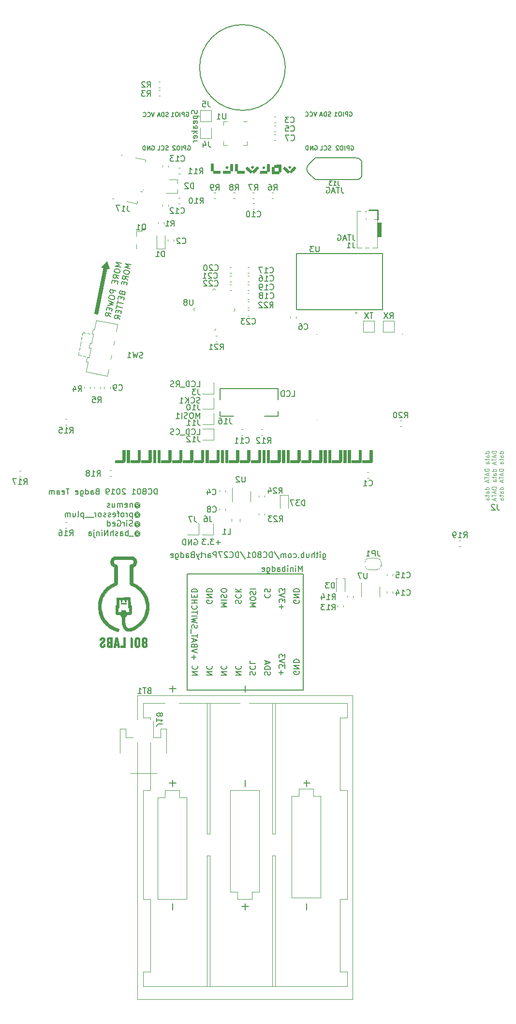
<source format=gbo>
G04 #@! TF.GenerationSoftware,KiCad,Pcbnew,(5.1.0)-1*
G04 #@! TF.CreationDate,2019-06-02T04:00:07-06:00*
G04 #@! TF.ProjectId,hcrn,6863726e-2e6b-4696-9361-645f70636258,0.1*
G04 #@! TF.SameCoordinates,Original*
G04 #@! TF.FileFunction,Legend,Bot*
G04 #@! TF.FilePolarity,Positive*
%FSLAX46Y46*%
G04 Gerber Fmt 4.6, Leading zero omitted, Abs format (unit mm)*
G04 Created by KiCad (PCBNEW (5.1.0)-1) date 2019-06-02 04:00:07*
%MOMM*%
%LPD*%
G04 APERTURE LIST*
%ADD10C,0.150000*%
%ADD11C,0.100000*%
%ADD12C,0.254000*%
%ADD13C,0.101600*%
%ADD14C,0.127000*%
%ADD15C,0.120000*%
%ADD16C,0.010000*%
%ADD17C,0.152400*%
%ADD18C,1.385520*%
%ADD19C,1.388060*%
%ADD20C,1.184860*%
%ADD21C,1.275000*%
%ADD22O,10.400000X5.400000*%
%ADD23C,1.120000*%
%ADD24C,1.400000*%
%ADD25C,3.900000*%
%ADD26C,2.900000*%
%ADD27R,2.400000X2.900000*%
%ADD28C,0.650000*%
%ADD29C,1.900000*%
%ADD30R,2.000000X1.100000*%
%ADD31C,1.600000*%
%ADD32R,1.800000X1.600000*%
%ADD33R,1.800000X2.000000*%
%ADD34R,2.600000X1.600000*%
%ADD35R,1.470000X2.200000*%
%ADD36O,1.470000X2.200000*%
%ADD37R,1.900000X1.900000*%
%ADD38R,0.654000X1.416000*%
%ADD39R,1.416000X1.746200*%
%ADD40C,1.850000*%
%ADD41C,0.800000*%
%ADD42C,1.600000*%
%ADD43C,1.375000*%
%ADD44R,1.800000X1.400000*%
%ADD45C,1.650000*%
%ADD46C,1.300000*%
%ADD47R,1.050000X1.460000*%
%ADD48C,4.000000*%
%ADD49C,0.500000*%
%ADD50C,2.178000*%
%ADD51R,1.100000X0.850000*%
%ADD52C,2.127200*%
%ADD53O,2.127200X2.127200*%
%ADD54R,2.127200X2.127200*%
%ADD55R,0.900000X0.900000*%
%ADD56O,1.400000X1.400000*%
%ADD57R,1.400000X1.400000*%
G04 APERTURE END LIST*
D10*
X195756666Y-58802380D02*
X195756666Y-59516666D01*
X195804285Y-59659523D01*
X195899523Y-59754761D01*
X196042380Y-59802380D01*
X196137619Y-59802380D01*
X195423333Y-58802380D02*
X194851904Y-58802380D01*
X195137619Y-59802380D02*
X195137619Y-58802380D01*
X194566190Y-59516666D02*
X194090000Y-59516666D01*
X194661428Y-59802380D02*
X194328095Y-58802380D01*
X193994761Y-59802380D01*
X193137619Y-58850000D02*
X193232857Y-58802380D01*
X193375714Y-58802380D01*
X193518571Y-58850000D01*
X193613809Y-58945238D01*
X193661428Y-59040476D01*
X193709047Y-59230952D01*
X193709047Y-59373809D01*
X193661428Y-59564285D01*
X193613809Y-59659523D01*
X193518571Y-59754761D01*
X193375714Y-59802380D01*
X193280476Y-59802380D01*
X193137619Y-59754761D01*
X193090000Y-59707142D01*
X193090000Y-59373809D01*
X193280476Y-59373809D01*
X193766666Y-50492380D02*
X193766666Y-51206666D01*
X193814285Y-51349523D01*
X193909523Y-51444761D01*
X194052380Y-51492380D01*
X194147619Y-51492380D01*
X193433333Y-50492380D02*
X192861904Y-50492380D01*
X193147619Y-51492380D02*
X193147619Y-50492380D01*
X192576190Y-51206666D02*
X192100000Y-51206666D01*
X192671428Y-51492380D02*
X192338095Y-50492380D01*
X192004761Y-51492380D01*
X191147619Y-50540000D02*
X191242857Y-50492380D01*
X191385714Y-50492380D01*
X191528571Y-50540000D01*
X191623809Y-50635238D01*
X191671428Y-50730476D01*
X191719047Y-50920952D01*
X191719047Y-51063809D01*
X191671428Y-51254285D01*
X191623809Y-51349523D01*
X191528571Y-51444761D01*
X191385714Y-51492380D01*
X191290476Y-51492380D01*
X191147619Y-51444761D01*
X191100000Y-51397142D01*
X191100000Y-51063809D01*
X191290476Y-51063809D01*
X168457619Y-85402380D02*
X168933809Y-85402380D01*
X168933809Y-84402380D01*
X167552857Y-85307142D02*
X167600476Y-85354761D01*
X167743333Y-85402380D01*
X167838571Y-85402380D01*
X167981428Y-85354761D01*
X168076666Y-85259523D01*
X168124285Y-85164285D01*
X168171904Y-84973809D01*
X168171904Y-84830952D01*
X168124285Y-84640476D01*
X168076666Y-84545238D01*
X167981428Y-84450000D01*
X167838571Y-84402380D01*
X167743333Y-84402380D01*
X167600476Y-84450000D01*
X167552857Y-84497619D01*
X167124285Y-85402380D02*
X167124285Y-84402380D01*
X166886190Y-84402380D01*
X166743333Y-84450000D01*
X166648095Y-84545238D01*
X166600476Y-84640476D01*
X166552857Y-84830952D01*
X166552857Y-84973809D01*
X166600476Y-85164285D01*
X166648095Y-85259523D01*
X166743333Y-85354761D01*
X166886190Y-85402380D01*
X167124285Y-85402380D01*
X166362380Y-85497619D02*
X165600476Y-85497619D01*
X164790952Y-85402380D02*
X165124285Y-84926190D01*
X165362380Y-85402380D02*
X165362380Y-84402380D01*
X164981428Y-84402380D01*
X164886190Y-84450000D01*
X164838571Y-84497619D01*
X164790952Y-84592857D01*
X164790952Y-84735714D01*
X164838571Y-84830952D01*
X164886190Y-84878571D01*
X164981428Y-84926190D01*
X165362380Y-84926190D01*
X164410000Y-85354761D02*
X164267142Y-85402380D01*
X164029047Y-85402380D01*
X163933809Y-85354761D01*
X163886190Y-85307142D01*
X163838571Y-85211904D01*
X163838571Y-85116666D01*
X163886190Y-85021428D01*
X163933809Y-84973809D01*
X164029047Y-84926190D01*
X164219523Y-84878571D01*
X164314761Y-84830952D01*
X164362380Y-84783333D01*
X164410000Y-84688095D01*
X164410000Y-84592857D01*
X164362380Y-84497619D01*
X164314761Y-84450000D01*
X164219523Y-84402380D01*
X163981428Y-84402380D01*
X163838571Y-84450000D01*
X168457619Y-93772380D02*
X168933809Y-93772380D01*
X168933809Y-92772380D01*
X167552857Y-93677142D02*
X167600476Y-93724761D01*
X167743333Y-93772380D01*
X167838571Y-93772380D01*
X167981428Y-93724761D01*
X168076666Y-93629523D01*
X168124285Y-93534285D01*
X168171904Y-93343809D01*
X168171904Y-93200952D01*
X168124285Y-93010476D01*
X168076666Y-92915238D01*
X167981428Y-92820000D01*
X167838571Y-92772380D01*
X167743333Y-92772380D01*
X167600476Y-92820000D01*
X167552857Y-92867619D01*
X167124285Y-93772380D02*
X167124285Y-92772380D01*
X166886190Y-92772380D01*
X166743333Y-92820000D01*
X166648095Y-92915238D01*
X166600476Y-93010476D01*
X166552857Y-93200952D01*
X166552857Y-93343809D01*
X166600476Y-93534285D01*
X166648095Y-93629523D01*
X166743333Y-93724761D01*
X166886190Y-93772380D01*
X167124285Y-93772380D01*
X166362380Y-93867619D02*
X165600476Y-93867619D01*
X164790952Y-93677142D02*
X164838571Y-93724761D01*
X164981428Y-93772380D01*
X165076666Y-93772380D01*
X165219523Y-93724761D01*
X165314761Y-93629523D01*
X165362380Y-93534285D01*
X165410000Y-93343809D01*
X165410000Y-93200952D01*
X165362380Y-93010476D01*
X165314761Y-92915238D01*
X165219523Y-92820000D01*
X165076666Y-92772380D01*
X164981428Y-92772380D01*
X164838571Y-92820000D01*
X164790952Y-92867619D01*
X164410000Y-93724761D02*
X164267142Y-93772380D01*
X164029047Y-93772380D01*
X163933809Y-93724761D01*
X163886190Y-93677142D01*
X163838571Y-93581904D01*
X163838571Y-93486666D01*
X163886190Y-93391428D01*
X163933809Y-93343809D01*
X164029047Y-93296190D01*
X164219523Y-93248571D01*
X164314761Y-93200952D01*
X164362380Y-93153333D01*
X164410000Y-93058095D01*
X164410000Y-92962857D01*
X164362380Y-92867619D01*
X164314761Y-92820000D01*
X164219523Y-92772380D01*
X163981428Y-92772380D01*
X163838571Y-92820000D01*
X168933809Y-90942380D02*
X168933809Y-89942380D01*
X168600475Y-90656666D01*
X168267142Y-89942380D01*
X168267142Y-90942380D01*
X167600475Y-89942380D02*
X167409999Y-89942380D01*
X167314761Y-89990000D01*
X167219523Y-90085238D01*
X167171904Y-90275714D01*
X167171904Y-90609047D01*
X167219523Y-90799523D01*
X167314761Y-90894761D01*
X167409999Y-90942380D01*
X167600475Y-90942380D01*
X167695713Y-90894761D01*
X167790951Y-90799523D01*
X167838570Y-90609047D01*
X167838570Y-90275714D01*
X167790951Y-90085238D01*
X167695713Y-89990000D01*
X167600475Y-89942380D01*
X166790951Y-90894761D02*
X166648094Y-90942380D01*
X166409999Y-90942380D01*
X166314761Y-90894761D01*
X166267142Y-90847142D01*
X166219523Y-90751904D01*
X166219523Y-90656666D01*
X166267142Y-90561428D01*
X166314761Y-90513809D01*
X166409999Y-90466190D01*
X166600475Y-90418571D01*
X166695713Y-90370952D01*
X166743332Y-90323333D01*
X166790951Y-90228095D01*
X166790951Y-90132857D01*
X166743332Y-90037619D01*
X166695713Y-89990000D01*
X166600475Y-89942380D01*
X166362380Y-89942380D01*
X166219523Y-89990000D01*
X165790951Y-90942380D02*
X165790951Y-89942380D01*
X164790951Y-90942380D02*
X165362380Y-90942380D01*
X165076666Y-90942380D02*
X165076666Y-89942380D01*
X165171904Y-90085238D01*
X165267142Y-90180476D01*
X165362380Y-90228095D01*
X168981428Y-88214761D02*
X168838571Y-88262380D01*
X168600476Y-88262380D01*
X168505238Y-88214761D01*
X168457619Y-88167142D01*
X168410000Y-88071904D01*
X168410000Y-87976666D01*
X168457619Y-87881428D01*
X168505238Y-87833809D01*
X168600476Y-87786190D01*
X168790952Y-87738571D01*
X168886190Y-87690952D01*
X168933809Y-87643333D01*
X168981428Y-87548095D01*
X168981428Y-87452857D01*
X168933809Y-87357619D01*
X168886190Y-87310000D01*
X168790952Y-87262380D01*
X168552857Y-87262380D01*
X168410000Y-87310000D01*
X167410000Y-88167142D02*
X167457619Y-88214761D01*
X167600476Y-88262380D01*
X167695714Y-88262380D01*
X167838571Y-88214761D01*
X167933809Y-88119523D01*
X167981428Y-88024285D01*
X168029047Y-87833809D01*
X168029047Y-87690952D01*
X167981428Y-87500476D01*
X167933809Y-87405238D01*
X167838571Y-87310000D01*
X167695714Y-87262380D01*
X167600476Y-87262380D01*
X167457619Y-87310000D01*
X167410000Y-87357619D01*
X166981428Y-88262380D02*
X166981428Y-87262380D01*
X166410000Y-88262380D02*
X166838571Y-87690952D01*
X166410000Y-87262380D02*
X166981428Y-87833809D01*
X165457619Y-88262380D02*
X166029047Y-88262380D01*
X165743333Y-88262380D02*
X165743333Y-87262380D01*
X165838571Y-87405238D01*
X165933809Y-87500476D01*
X166029047Y-87548095D01*
D11*
G36*
X153130000Y-64750000D02*
G01*
X152680000Y-64720000D01*
X151100000Y-72685000D01*
X150520000Y-72595000D01*
X152130000Y-64570000D01*
X151660000Y-64470000D01*
X152690000Y-63460000D01*
X153130000Y-64750000D01*
G37*
X153130000Y-64750000D02*
X152680000Y-64720000D01*
X151100000Y-72685000D01*
X150520000Y-72595000D01*
X152130000Y-64570000D01*
X151660000Y-64470000D01*
X152690000Y-63460000D01*
X153130000Y-64750000D01*
D10*
X155269485Y-63842734D02*
X154289560Y-63643366D01*
X154923051Y-64112413D01*
X154156648Y-64296649D01*
X155136573Y-64496017D01*
X154023736Y-64949933D02*
X153985762Y-65136585D01*
X154013437Y-65239405D01*
X154087776Y-65351718D01*
X154264935Y-65436356D01*
X154591576Y-65502812D01*
X154787722Y-65494124D01*
X154900036Y-65419785D01*
X154965686Y-65335953D01*
X155003661Y-65149300D01*
X154975985Y-65046481D01*
X154901647Y-64934167D01*
X154724488Y-64849529D01*
X154397847Y-64783073D01*
X154201701Y-64791761D01*
X154089387Y-64866100D01*
X154023736Y-64949933D01*
X154718850Y-66549193D02*
X154318675Y-66127614D01*
X154832774Y-65989236D02*
X153852850Y-65789868D01*
X153776900Y-66163173D01*
X153804576Y-66265993D01*
X153841745Y-66322149D01*
X153925577Y-66387800D01*
X154065567Y-66416281D01*
X154168387Y-66388605D01*
X154224543Y-66351436D01*
X154290194Y-66267603D01*
X154366144Y-65894299D01*
X154120112Y-66864730D02*
X154053657Y-67191371D01*
X154538469Y-67435791D02*
X154633406Y-66969161D01*
X153653482Y-66769793D01*
X153558545Y-67236423D01*
X154301126Y-68602368D02*
X153321202Y-68403001D01*
X153245252Y-68776305D01*
X153272928Y-68879125D01*
X153310097Y-68935282D01*
X153393930Y-69000932D01*
X153533919Y-69029413D01*
X153636739Y-69001738D01*
X153692895Y-68964568D01*
X153758546Y-68880736D01*
X153834496Y-68507431D01*
X153083859Y-69569578D02*
X153045884Y-69756230D01*
X153073560Y-69859050D01*
X153147899Y-69971363D01*
X153325057Y-70056001D01*
X153651699Y-70122457D01*
X153847845Y-70113769D01*
X153960158Y-70039430D01*
X154025809Y-69955598D01*
X154063784Y-69768945D01*
X154036108Y-69666126D01*
X153961769Y-69553812D01*
X153784611Y-69469174D01*
X153457969Y-69402718D01*
X153261823Y-69411406D01*
X153149510Y-69485745D01*
X153083859Y-69569578D01*
X152931960Y-70316187D02*
X153864416Y-70748870D01*
X153126495Y-70793117D01*
X153788466Y-71122175D01*
X152761073Y-71156122D01*
X153151754Y-71624364D02*
X153085298Y-71951006D01*
X153570111Y-72195426D02*
X153665048Y-71728795D01*
X152685123Y-71529427D01*
X152590186Y-71996058D01*
X153370743Y-73175350D02*
X152970568Y-72753772D01*
X153484667Y-72615393D02*
X152504743Y-72416026D01*
X152428793Y-72789330D01*
X152456469Y-72892150D01*
X152493638Y-72948307D01*
X152577470Y-73013957D01*
X152717460Y-73042438D01*
X152820280Y-73014763D01*
X152876436Y-72977593D01*
X152942087Y-72893761D01*
X153018037Y-72520456D01*
X156910095Y-64055033D02*
X155930171Y-63855666D01*
X156563661Y-64324713D01*
X155797259Y-64508949D01*
X156777183Y-64708317D01*
X155664347Y-65162232D02*
X155626372Y-65348884D01*
X155654048Y-65451704D01*
X155728386Y-65564018D01*
X155905545Y-65648656D01*
X156232186Y-65715112D01*
X156428332Y-65706423D01*
X156540646Y-65632085D01*
X156606297Y-65548252D01*
X156644271Y-65361600D01*
X156616596Y-65258780D01*
X156542257Y-65146466D01*
X156365098Y-65061828D01*
X156038457Y-64995372D01*
X155842311Y-65004061D01*
X155729997Y-65078399D01*
X155664347Y-65162232D01*
X156359460Y-66761492D02*
X155959285Y-66339914D01*
X156473385Y-66201535D02*
X155493460Y-66002167D01*
X155417510Y-66375472D01*
X155445186Y-66478292D01*
X155482355Y-66534449D01*
X155566188Y-66600099D01*
X155706177Y-66628580D01*
X155808997Y-66600905D01*
X155865154Y-66563735D01*
X155930804Y-66479903D01*
X156006754Y-66106598D01*
X155760723Y-67077029D02*
X155694267Y-67403671D01*
X156179080Y-67648091D02*
X156274017Y-67181460D01*
X155294092Y-66982092D01*
X155199155Y-67448723D01*
X155361987Y-69036879D02*
X155380169Y-69186361D01*
X155417338Y-69242518D01*
X155501171Y-69308169D01*
X155641160Y-69336650D01*
X155743980Y-69308974D01*
X155800137Y-69271805D01*
X155865787Y-69187972D01*
X155941737Y-68814668D01*
X154961812Y-68615300D01*
X154895356Y-68941941D01*
X154923032Y-69044761D01*
X154960201Y-69100918D01*
X155044034Y-69166569D01*
X155137360Y-69185556D01*
X155240180Y-69157880D01*
X155296336Y-69120711D01*
X155361987Y-69036879D01*
X155428443Y-68710237D01*
X155229075Y-69690162D02*
X155162619Y-70016803D01*
X155647432Y-70261223D02*
X155742369Y-69794592D01*
X154762444Y-69595225D01*
X154667507Y-70061855D01*
X154610545Y-70341834D02*
X154496620Y-70901791D01*
X155533507Y-70821180D02*
X154553582Y-70621812D01*
X154458645Y-71088443D02*
X154344721Y-71648400D01*
X155381608Y-71567790D02*
X154401683Y-71368422D01*
X154744896Y-72069979D02*
X154678440Y-72396620D01*
X155163252Y-72641040D02*
X155258190Y-72174410D01*
X154278265Y-71975042D01*
X154183328Y-72441672D01*
X154963885Y-73620965D02*
X154563710Y-73199386D01*
X155077809Y-73061008D02*
X154097884Y-72861640D01*
X154021935Y-73234945D01*
X154049610Y-73337765D01*
X154086780Y-73393922D01*
X154170612Y-73459572D01*
X154310601Y-73488053D01*
X154413421Y-73460378D01*
X154469578Y-73423208D01*
X154535229Y-73339376D01*
X154611178Y-72966071D01*
D11*
G36*
X200730000Y-59120000D02*
G01*
X200010000Y-59120000D01*
X200010000Y-56660000D01*
X200730000Y-56660000D01*
X200730000Y-59120000D01*
G37*
X200730000Y-59120000D02*
X200010000Y-59120000D01*
X200010000Y-56660000D01*
X200730000Y-56660000D01*
X200730000Y-59120000D01*
D12*
X200150000Y-54480000D02*
X198600000Y-54460000D01*
X200150000Y-54480000D02*
X200150000Y-56200000D01*
D10*
X168011904Y-112110000D02*
X168107142Y-112062380D01*
X168250000Y-112062380D01*
X168392857Y-112110000D01*
X168488095Y-112205238D01*
X168535714Y-112300476D01*
X168583333Y-112490952D01*
X168583333Y-112633809D01*
X168535714Y-112824285D01*
X168488095Y-112919523D01*
X168392857Y-113014761D01*
X168250000Y-113062380D01*
X168154761Y-113062380D01*
X168011904Y-113014761D01*
X167964285Y-112967142D01*
X167964285Y-112633809D01*
X168154761Y-112633809D01*
X167535714Y-113062380D02*
X167535714Y-112062380D01*
X166964285Y-113062380D01*
X166964285Y-112062380D01*
X166488095Y-113062380D02*
X166488095Y-112062380D01*
X166250000Y-112062380D01*
X166107142Y-112110000D01*
X166011904Y-112205238D01*
X165964285Y-112300476D01*
X165916666Y-112490952D01*
X165916666Y-112633809D01*
X165964285Y-112824285D01*
X166011904Y-112919523D01*
X166107142Y-113014761D01*
X166250000Y-113062380D01*
X166488095Y-113062380D01*
X172591428Y-112651428D02*
X171829523Y-112651428D01*
X172210476Y-113032380D02*
X172210476Y-112270476D01*
X171448571Y-112032380D02*
X170829523Y-112032380D01*
X171162857Y-112413333D01*
X171020000Y-112413333D01*
X170924761Y-112460952D01*
X170877142Y-112508571D01*
X170829523Y-112603809D01*
X170829523Y-112841904D01*
X170877142Y-112937142D01*
X170924761Y-112984761D01*
X171020000Y-113032380D01*
X171305714Y-113032380D01*
X171400952Y-112984761D01*
X171448571Y-112937142D01*
X170400952Y-112937142D02*
X170353333Y-112984761D01*
X170400952Y-113032380D01*
X170448571Y-112984761D01*
X170400952Y-112937142D01*
X170400952Y-113032380D01*
X170020000Y-112032380D02*
X169400952Y-112032380D01*
X169734285Y-112413333D01*
X169591428Y-112413333D01*
X169496190Y-112460952D01*
X169448571Y-112508571D01*
X169400952Y-112603809D01*
X169400952Y-112841904D01*
X169448571Y-112937142D01*
X169496190Y-112984761D01*
X169591428Y-113032380D01*
X169877142Y-113032380D01*
X169972380Y-112984761D01*
X170020000Y-112937142D01*
D13*
X219610114Y-97039285D02*
X218848114Y-97039285D01*
X219573828Y-97039285D02*
X219610114Y-96966714D01*
X219610114Y-96821571D01*
X219573828Y-96749000D01*
X219537542Y-96712714D01*
X219464971Y-96676428D01*
X219247257Y-96676428D01*
X219174685Y-96712714D01*
X219138400Y-96749000D01*
X219102114Y-96821571D01*
X219102114Y-96966714D01*
X219138400Y-97039285D01*
X219610114Y-97728714D02*
X219210971Y-97728714D01*
X219138400Y-97692428D01*
X219102114Y-97619857D01*
X219102114Y-97474714D01*
X219138400Y-97402142D01*
X219573828Y-97728714D02*
X219610114Y-97656142D01*
X219610114Y-97474714D01*
X219573828Y-97402142D01*
X219501257Y-97365857D01*
X219428685Y-97365857D01*
X219356114Y-97402142D01*
X219319828Y-97474714D01*
X219319828Y-97656142D01*
X219283542Y-97728714D01*
X219102114Y-97982714D02*
X219102114Y-98273000D01*
X218848114Y-98091571D02*
X219501257Y-98091571D01*
X219573828Y-98127857D01*
X219610114Y-98200428D01*
X219610114Y-98273000D01*
X219610114Y-98853571D02*
X219210971Y-98853571D01*
X219138400Y-98817285D01*
X219102114Y-98744714D01*
X219102114Y-98599571D01*
X219138400Y-98527000D01*
X219573828Y-98853571D02*
X219610114Y-98781000D01*
X219610114Y-98599571D01*
X219573828Y-98527000D01*
X219501257Y-98490714D01*
X219428685Y-98490714D01*
X219356114Y-98527000D01*
X219319828Y-98599571D01*
X219319828Y-98781000D01*
X219283542Y-98853571D01*
X219610114Y-99797000D02*
X218848114Y-99797000D01*
X218848114Y-99978428D01*
X218884400Y-100087285D01*
X218956971Y-100159857D01*
X219029542Y-100196142D01*
X219174685Y-100232428D01*
X219283542Y-100232428D01*
X219428685Y-100196142D01*
X219501257Y-100159857D01*
X219573828Y-100087285D01*
X219610114Y-99978428D01*
X219610114Y-99797000D01*
X219392400Y-100522714D02*
X219392400Y-100885571D01*
X219610114Y-100450142D02*
X218848114Y-100704142D01*
X219610114Y-100958142D01*
X218848114Y-101103285D02*
X218848114Y-101538714D01*
X219610114Y-101321000D02*
X218848114Y-101321000D01*
X219392400Y-101756428D02*
X219392400Y-102119285D01*
X219610114Y-101683857D02*
X218848114Y-101937857D01*
X219610114Y-102191857D01*
X219610114Y-103353000D02*
X218848114Y-103353000D01*
X219573828Y-103353000D02*
X219610114Y-103280428D01*
X219610114Y-103135285D01*
X219573828Y-103062714D01*
X219537542Y-103026428D01*
X219464971Y-102990142D01*
X219247257Y-102990142D01*
X219174685Y-103026428D01*
X219138400Y-103062714D01*
X219102114Y-103135285D01*
X219102114Y-103280428D01*
X219138400Y-103353000D01*
X219610114Y-104042428D02*
X219210971Y-104042428D01*
X219138400Y-104006142D01*
X219102114Y-103933571D01*
X219102114Y-103788428D01*
X219138400Y-103715857D01*
X219573828Y-104042428D02*
X219610114Y-103969857D01*
X219610114Y-103788428D01*
X219573828Y-103715857D01*
X219501257Y-103679571D01*
X219428685Y-103679571D01*
X219356114Y-103715857D01*
X219319828Y-103788428D01*
X219319828Y-103969857D01*
X219283542Y-104042428D01*
X219102114Y-104296428D02*
X219102114Y-104586714D01*
X218848114Y-104405285D02*
X219501257Y-104405285D01*
X219573828Y-104441571D01*
X219610114Y-104514142D01*
X219610114Y-104586714D01*
X219610114Y-105167285D02*
X219210971Y-105167285D01*
X219138400Y-105131000D01*
X219102114Y-105058428D01*
X219102114Y-104913285D01*
X219138400Y-104840714D01*
X219573828Y-105167285D02*
X219610114Y-105094714D01*
X219610114Y-104913285D01*
X219573828Y-104840714D01*
X219501257Y-104804428D01*
X219428685Y-104804428D01*
X219356114Y-104840714D01*
X219319828Y-104913285D01*
X219319828Y-105094714D01*
X219283542Y-105167285D01*
X220854714Y-96640142D02*
X220092714Y-96640142D01*
X220092714Y-96821571D01*
X220129000Y-96930428D01*
X220201571Y-97003000D01*
X220274142Y-97039285D01*
X220419285Y-97075571D01*
X220528142Y-97075571D01*
X220673285Y-97039285D01*
X220745857Y-97003000D01*
X220818428Y-96930428D01*
X220854714Y-96821571D01*
X220854714Y-96640142D01*
X220637000Y-97365857D02*
X220637000Y-97728714D01*
X220854714Y-97293285D02*
X220092714Y-97547285D01*
X220854714Y-97801285D01*
X220092714Y-97946428D02*
X220092714Y-98381857D01*
X220854714Y-98164142D02*
X220092714Y-98164142D01*
X220637000Y-98599571D02*
X220637000Y-98962428D01*
X220854714Y-98527000D02*
X220092714Y-98781000D01*
X220854714Y-99035000D01*
X220854714Y-100196142D02*
X220092714Y-100196142D01*
X220818428Y-100196142D02*
X220854714Y-100123571D01*
X220854714Y-99978428D01*
X220818428Y-99905857D01*
X220782142Y-99869571D01*
X220709571Y-99833285D01*
X220491857Y-99833285D01*
X220419285Y-99869571D01*
X220383000Y-99905857D01*
X220346714Y-99978428D01*
X220346714Y-100123571D01*
X220383000Y-100196142D01*
X220854714Y-100885571D02*
X220455571Y-100885571D01*
X220383000Y-100849285D01*
X220346714Y-100776714D01*
X220346714Y-100631571D01*
X220383000Y-100559000D01*
X220818428Y-100885571D02*
X220854714Y-100813000D01*
X220854714Y-100631571D01*
X220818428Y-100559000D01*
X220745857Y-100522714D01*
X220673285Y-100522714D01*
X220600714Y-100559000D01*
X220564428Y-100631571D01*
X220564428Y-100813000D01*
X220528142Y-100885571D01*
X220346714Y-101139571D02*
X220346714Y-101429857D01*
X220092714Y-101248428D02*
X220745857Y-101248428D01*
X220818428Y-101284714D01*
X220854714Y-101357285D01*
X220854714Y-101429857D01*
X220854714Y-102010428D02*
X220455571Y-102010428D01*
X220383000Y-101974142D01*
X220346714Y-101901571D01*
X220346714Y-101756428D01*
X220383000Y-101683857D01*
X220818428Y-102010428D02*
X220854714Y-101937857D01*
X220854714Y-101756428D01*
X220818428Y-101683857D01*
X220745857Y-101647571D01*
X220673285Y-101647571D01*
X220600714Y-101683857D01*
X220564428Y-101756428D01*
X220564428Y-101937857D01*
X220528142Y-102010428D01*
X220854714Y-102953857D02*
X220092714Y-102953857D01*
X220092714Y-103135285D01*
X220129000Y-103244142D01*
X220201571Y-103316714D01*
X220274142Y-103353000D01*
X220419285Y-103389285D01*
X220528142Y-103389285D01*
X220673285Y-103353000D01*
X220745857Y-103316714D01*
X220818428Y-103244142D01*
X220854714Y-103135285D01*
X220854714Y-102953857D01*
X220637000Y-103679571D02*
X220637000Y-104042428D01*
X220854714Y-103607000D02*
X220092714Y-103861000D01*
X220854714Y-104115000D01*
X220092714Y-104260142D02*
X220092714Y-104695571D01*
X220854714Y-104477857D02*
X220092714Y-104477857D01*
X220637000Y-104913285D02*
X220637000Y-105276142D01*
X220854714Y-104840714D02*
X220092714Y-105094714D01*
X220854714Y-105348714D01*
X222099314Y-97039285D02*
X221337314Y-97039285D01*
X222063028Y-97039285D02*
X222099314Y-96966714D01*
X222099314Y-96821571D01*
X222063028Y-96749000D01*
X222026742Y-96712714D01*
X221954171Y-96676428D01*
X221736457Y-96676428D01*
X221663885Y-96712714D01*
X221627600Y-96749000D01*
X221591314Y-96821571D01*
X221591314Y-96966714D01*
X221627600Y-97039285D01*
X222099314Y-97728714D02*
X221700171Y-97728714D01*
X221627600Y-97692428D01*
X221591314Y-97619857D01*
X221591314Y-97474714D01*
X221627600Y-97402142D01*
X222063028Y-97728714D02*
X222099314Y-97656142D01*
X222099314Y-97474714D01*
X222063028Y-97402142D01*
X221990457Y-97365857D01*
X221917885Y-97365857D01*
X221845314Y-97402142D01*
X221809028Y-97474714D01*
X221809028Y-97656142D01*
X221772742Y-97728714D01*
X221591314Y-97982714D02*
X221591314Y-98273000D01*
X221337314Y-98091571D02*
X221990457Y-98091571D01*
X222063028Y-98127857D01*
X222099314Y-98200428D01*
X222099314Y-98273000D01*
X222099314Y-98853571D02*
X221700171Y-98853571D01*
X221627600Y-98817285D01*
X221591314Y-98744714D01*
X221591314Y-98599571D01*
X221627600Y-98527000D01*
X222063028Y-98853571D02*
X222099314Y-98781000D01*
X222099314Y-98599571D01*
X222063028Y-98527000D01*
X221990457Y-98490714D01*
X221917885Y-98490714D01*
X221845314Y-98527000D01*
X221809028Y-98599571D01*
X221809028Y-98781000D01*
X221772742Y-98853571D01*
X222099314Y-99797000D02*
X221337314Y-99797000D01*
X221337314Y-99978428D01*
X221373600Y-100087285D01*
X221446171Y-100159857D01*
X221518742Y-100196142D01*
X221663885Y-100232428D01*
X221772742Y-100232428D01*
X221917885Y-100196142D01*
X221990457Y-100159857D01*
X222063028Y-100087285D01*
X222099314Y-99978428D01*
X222099314Y-99797000D01*
X221881600Y-100522714D02*
X221881600Y-100885571D01*
X222099314Y-100450142D02*
X221337314Y-100704142D01*
X222099314Y-100958142D01*
X221337314Y-101103285D02*
X221337314Y-101538714D01*
X222099314Y-101321000D02*
X221337314Y-101321000D01*
X221881600Y-101756428D02*
X221881600Y-102119285D01*
X222099314Y-101683857D02*
X221337314Y-101937857D01*
X222099314Y-102191857D01*
X222099314Y-103353000D02*
X221337314Y-103353000D01*
X222063028Y-103353000D02*
X222099314Y-103280428D01*
X222099314Y-103135285D01*
X222063028Y-103062714D01*
X222026742Y-103026428D01*
X221954171Y-102990142D01*
X221736457Y-102990142D01*
X221663885Y-103026428D01*
X221627600Y-103062714D01*
X221591314Y-103135285D01*
X221591314Y-103280428D01*
X221627600Y-103353000D01*
X222099314Y-104042428D02*
X221700171Y-104042428D01*
X221627600Y-104006142D01*
X221591314Y-103933571D01*
X221591314Y-103788428D01*
X221627600Y-103715857D01*
X222063028Y-104042428D02*
X222099314Y-103969857D01*
X222099314Y-103788428D01*
X222063028Y-103715857D01*
X221990457Y-103679571D01*
X221917885Y-103679571D01*
X221845314Y-103715857D01*
X221809028Y-103788428D01*
X221809028Y-103969857D01*
X221772742Y-104042428D01*
X221591314Y-104296428D02*
X221591314Y-104586714D01*
X221337314Y-104405285D02*
X221990457Y-104405285D01*
X222063028Y-104441571D01*
X222099314Y-104514142D01*
X222099314Y-104586714D01*
X222099314Y-105167285D02*
X221700171Y-105167285D01*
X221627600Y-105131000D01*
X221591314Y-105058428D01*
X221591314Y-104913285D01*
X221627600Y-104840714D01*
X222063028Y-105167285D02*
X222099314Y-105094714D01*
X222099314Y-104913285D01*
X222063028Y-104840714D01*
X221990457Y-104804428D01*
X221917885Y-104804428D01*
X221845314Y-104840714D01*
X221809028Y-104913285D01*
X221809028Y-105094714D01*
X221772742Y-105167285D01*
D10*
X183930007Y-29550006D02*
G75*
G03X183930007Y-29550006I-7500007J0D01*
G01*
X168464761Y-37028095D02*
X168512380Y-37170952D01*
X168512380Y-37409047D01*
X168464761Y-37504285D01*
X168417142Y-37551904D01*
X168321904Y-37599523D01*
X168226666Y-37599523D01*
X168131428Y-37551904D01*
X168083809Y-37504285D01*
X168036190Y-37409047D01*
X167988571Y-37218571D01*
X167940952Y-37123333D01*
X167893333Y-37075714D01*
X167798095Y-37028095D01*
X167702857Y-37028095D01*
X167607619Y-37075714D01*
X167560000Y-37123333D01*
X167512380Y-37218571D01*
X167512380Y-37456666D01*
X167560000Y-37599523D01*
X167845714Y-38028095D02*
X168845714Y-38028095D01*
X167893333Y-38028095D02*
X167845714Y-38123333D01*
X167845714Y-38313809D01*
X167893333Y-38409047D01*
X167940952Y-38456666D01*
X168036190Y-38504285D01*
X168321904Y-38504285D01*
X168417142Y-38456666D01*
X168464761Y-38409047D01*
X168512380Y-38313809D01*
X168512380Y-38123333D01*
X168464761Y-38028095D01*
X168464761Y-39313809D02*
X168512380Y-39218571D01*
X168512380Y-39028095D01*
X168464761Y-38932857D01*
X168369523Y-38885238D01*
X167988571Y-38885238D01*
X167893333Y-38932857D01*
X167845714Y-39028095D01*
X167845714Y-39218571D01*
X167893333Y-39313809D01*
X167988571Y-39361428D01*
X168083809Y-39361428D01*
X168179047Y-38885238D01*
X168512380Y-40218571D02*
X167988571Y-40218571D01*
X167893333Y-40170952D01*
X167845714Y-40075714D01*
X167845714Y-39885238D01*
X167893333Y-39790000D01*
X168464761Y-40218571D02*
X168512380Y-40123333D01*
X168512380Y-39885238D01*
X168464761Y-39790000D01*
X168369523Y-39742380D01*
X168274285Y-39742380D01*
X168179047Y-39790000D01*
X168131428Y-39885238D01*
X168131428Y-40123333D01*
X168083809Y-40218571D01*
X168512380Y-40694761D02*
X167512380Y-40694761D01*
X168131428Y-40790000D02*
X168512380Y-41075714D01*
X167845714Y-41075714D02*
X168226666Y-40694761D01*
X168464761Y-41885238D02*
X168512380Y-41790000D01*
X168512380Y-41599523D01*
X168464761Y-41504285D01*
X168369523Y-41456666D01*
X167988571Y-41456666D01*
X167893333Y-41504285D01*
X167845714Y-41599523D01*
X167845714Y-41790000D01*
X167893333Y-41885238D01*
X167988571Y-41932857D01*
X168083809Y-41932857D01*
X168179047Y-41456666D01*
X168512380Y-42361428D02*
X167845714Y-42361428D01*
X168036190Y-42361428D02*
X167940952Y-42409047D01*
X167893333Y-42456666D01*
X167845714Y-42551904D01*
X167845714Y-42647142D01*
X202226666Y-73452380D02*
X202560000Y-72976190D01*
X202798095Y-73452380D02*
X202798095Y-72452380D01*
X202417142Y-72452380D01*
X202321904Y-72500000D01*
X202274285Y-72547619D01*
X202226666Y-72642857D01*
X202226666Y-72785714D01*
X202274285Y-72880952D01*
X202321904Y-72928571D01*
X202417142Y-72976190D01*
X202798095Y-72976190D01*
X201893333Y-72452380D02*
X201226666Y-73452380D01*
X201226666Y-72452380D02*
X201893333Y-73452380D01*
X199291904Y-72432380D02*
X198720476Y-72432380D01*
X199006190Y-73432380D02*
X199006190Y-72432380D01*
X198482380Y-72432380D02*
X197815714Y-73432380D01*
X197815714Y-72432380D02*
X198482380Y-73432380D01*
X186880000Y-117692380D02*
X186880000Y-116692380D01*
X186546666Y-117406666D01*
X186213333Y-116692380D01*
X186213333Y-117692380D01*
X185737142Y-117692380D02*
X185737142Y-117025714D01*
X185737142Y-116692380D02*
X185784761Y-116740000D01*
X185737142Y-116787619D01*
X185689523Y-116740000D01*
X185737142Y-116692380D01*
X185737142Y-116787619D01*
X185260952Y-117025714D02*
X185260952Y-117692380D01*
X185260952Y-117120952D02*
X185213333Y-117073333D01*
X185118095Y-117025714D01*
X184975238Y-117025714D01*
X184880000Y-117073333D01*
X184832380Y-117168571D01*
X184832380Y-117692380D01*
X184356190Y-117692380D02*
X184356190Y-117025714D01*
X184356190Y-116692380D02*
X184403809Y-116740000D01*
X184356190Y-116787619D01*
X184308571Y-116740000D01*
X184356190Y-116692380D01*
X184356190Y-116787619D01*
X183880000Y-117692380D02*
X183880000Y-116692380D01*
X183880000Y-117073333D02*
X183784761Y-117025714D01*
X183594285Y-117025714D01*
X183499047Y-117073333D01*
X183451428Y-117120952D01*
X183403809Y-117216190D01*
X183403809Y-117501904D01*
X183451428Y-117597142D01*
X183499047Y-117644761D01*
X183594285Y-117692380D01*
X183784761Y-117692380D01*
X183880000Y-117644761D01*
X182546666Y-117692380D02*
X182546666Y-117168571D01*
X182594285Y-117073333D01*
X182689523Y-117025714D01*
X182880000Y-117025714D01*
X182975238Y-117073333D01*
X182546666Y-117644761D02*
X182641904Y-117692380D01*
X182880000Y-117692380D01*
X182975238Y-117644761D01*
X183022857Y-117549523D01*
X183022857Y-117454285D01*
X182975238Y-117359047D01*
X182880000Y-117311428D01*
X182641904Y-117311428D01*
X182546666Y-117263809D01*
X181641904Y-117692380D02*
X181641904Y-116692380D01*
X181641904Y-117644761D02*
X181737142Y-117692380D01*
X181927619Y-117692380D01*
X182022857Y-117644761D01*
X182070476Y-117597142D01*
X182118095Y-117501904D01*
X182118095Y-117216190D01*
X182070476Y-117120952D01*
X182022857Y-117073333D01*
X181927619Y-117025714D01*
X181737142Y-117025714D01*
X181641904Y-117073333D01*
X180737142Y-117025714D02*
X180737142Y-117835238D01*
X180784761Y-117930476D01*
X180832380Y-117978095D01*
X180927619Y-118025714D01*
X181070476Y-118025714D01*
X181165714Y-117978095D01*
X180737142Y-117644761D02*
X180832380Y-117692380D01*
X181022857Y-117692380D01*
X181118095Y-117644761D01*
X181165714Y-117597142D01*
X181213333Y-117501904D01*
X181213333Y-117216190D01*
X181165714Y-117120952D01*
X181118095Y-117073333D01*
X181022857Y-117025714D01*
X180832380Y-117025714D01*
X180737142Y-117073333D01*
X179880000Y-117644761D02*
X179975238Y-117692380D01*
X180165714Y-117692380D01*
X180260952Y-117644761D01*
X180308571Y-117549523D01*
X180308571Y-117168571D01*
X180260952Y-117073333D01*
X180165714Y-117025714D01*
X179975238Y-117025714D01*
X179880000Y-117073333D01*
X179832380Y-117168571D01*
X179832380Y-117263809D01*
X180308571Y-117359047D01*
X161512380Y-104222380D02*
X161512380Y-103222380D01*
X161274285Y-103222380D01*
X161131428Y-103270000D01*
X161036190Y-103365238D01*
X160988571Y-103460476D01*
X160940952Y-103650952D01*
X160940952Y-103793809D01*
X160988571Y-103984285D01*
X161036190Y-104079523D01*
X161131428Y-104174761D01*
X161274285Y-104222380D01*
X161512380Y-104222380D01*
X159940952Y-104127142D02*
X159988571Y-104174761D01*
X160131428Y-104222380D01*
X160226666Y-104222380D01*
X160369523Y-104174761D01*
X160464761Y-104079523D01*
X160512380Y-103984285D01*
X160560000Y-103793809D01*
X160560000Y-103650952D01*
X160512380Y-103460476D01*
X160464761Y-103365238D01*
X160369523Y-103270000D01*
X160226666Y-103222380D01*
X160131428Y-103222380D01*
X159988571Y-103270000D01*
X159940952Y-103317619D01*
X159369523Y-103650952D02*
X159464761Y-103603333D01*
X159512380Y-103555714D01*
X159560000Y-103460476D01*
X159560000Y-103412857D01*
X159512380Y-103317619D01*
X159464761Y-103270000D01*
X159369523Y-103222380D01*
X159179047Y-103222380D01*
X159083809Y-103270000D01*
X159036190Y-103317619D01*
X158988571Y-103412857D01*
X158988571Y-103460476D01*
X159036190Y-103555714D01*
X159083809Y-103603333D01*
X159179047Y-103650952D01*
X159369523Y-103650952D01*
X159464761Y-103698571D01*
X159512380Y-103746190D01*
X159560000Y-103841428D01*
X159560000Y-104031904D01*
X159512380Y-104127142D01*
X159464761Y-104174761D01*
X159369523Y-104222380D01*
X159179047Y-104222380D01*
X159083809Y-104174761D01*
X159036190Y-104127142D01*
X158988571Y-104031904D01*
X158988571Y-103841428D01*
X159036190Y-103746190D01*
X159083809Y-103698571D01*
X159179047Y-103650952D01*
X158369523Y-103222380D02*
X158274285Y-103222380D01*
X158179047Y-103270000D01*
X158131428Y-103317619D01*
X158083809Y-103412857D01*
X158036190Y-103603333D01*
X158036190Y-103841428D01*
X158083809Y-104031904D01*
X158131428Y-104127142D01*
X158179047Y-104174761D01*
X158274285Y-104222380D01*
X158369523Y-104222380D01*
X158464761Y-104174761D01*
X158512380Y-104127142D01*
X158560000Y-104031904D01*
X158607619Y-103841428D01*
X158607619Y-103603333D01*
X158560000Y-103412857D01*
X158512380Y-103317619D01*
X158464761Y-103270000D01*
X158369523Y-103222380D01*
X157083809Y-104222380D02*
X157655238Y-104222380D01*
X157369523Y-104222380D02*
X157369523Y-103222380D01*
X157464761Y-103365238D01*
X157560000Y-103460476D01*
X157655238Y-103508095D01*
X155940952Y-103317619D02*
X155893333Y-103270000D01*
X155798095Y-103222380D01*
X155560000Y-103222380D01*
X155464761Y-103270000D01*
X155417142Y-103317619D01*
X155369523Y-103412857D01*
X155369523Y-103508095D01*
X155417142Y-103650952D01*
X155988571Y-104222380D01*
X155369523Y-104222380D01*
X154750476Y-103222380D02*
X154655238Y-103222380D01*
X154560000Y-103270000D01*
X154512380Y-103317619D01*
X154464761Y-103412857D01*
X154417142Y-103603333D01*
X154417142Y-103841428D01*
X154464761Y-104031904D01*
X154512380Y-104127142D01*
X154560000Y-104174761D01*
X154655238Y-104222380D01*
X154750476Y-104222380D01*
X154845714Y-104174761D01*
X154893333Y-104127142D01*
X154940952Y-104031904D01*
X154988571Y-103841428D01*
X154988571Y-103603333D01*
X154940952Y-103412857D01*
X154893333Y-103317619D01*
X154845714Y-103270000D01*
X154750476Y-103222380D01*
X153464761Y-104222380D02*
X154036190Y-104222380D01*
X153750476Y-104222380D02*
X153750476Y-103222380D01*
X153845714Y-103365238D01*
X153940952Y-103460476D01*
X154036190Y-103508095D01*
X152988571Y-104222380D02*
X152798095Y-104222380D01*
X152702857Y-104174761D01*
X152655238Y-104127142D01*
X152560000Y-103984285D01*
X152512380Y-103793809D01*
X152512380Y-103412857D01*
X152560000Y-103317619D01*
X152607619Y-103270000D01*
X152702857Y-103222380D01*
X152893333Y-103222380D01*
X152988571Y-103270000D01*
X153036190Y-103317619D01*
X153083809Y-103412857D01*
X153083809Y-103650952D01*
X153036190Y-103746190D01*
X152988571Y-103793809D01*
X152893333Y-103841428D01*
X152702857Y-103841428D01*
X152607619Y-103793809D01*
X152560000Y-103746190D01*
X152512380Y-103650952D01*
X150988571Y-103698571D02*
X150845714Y-103746190D01*
X150798095Y-103793809D01*
X150750476Y-103889047D01*
X150750476Y-104031904D01*
X150798095Y-104127142D01*
X150845714Y-104174761D01*
X150940952Y-104222380D01*
X151321904Y-104222380D01*
X151321904Y-103222380D01*
X150988571Y-103222380D01*
X150893333Y-103270000D01*
X150845714Y-103317619D01*
X150798095Y-103412857D01*
X150798095Y-103508095D01*
X150845714Y-103603333D01*
X150893333Y-103650952D01*
X150988571Y-103698571D01*
X151321904Y-103698571D01*
X149893333Y-104222380D02*
X149893333Y-103698571D01*
X149940952Y-103603333D01*
X150036190Y-103555714D01*
X150226666Y-103555714D01*
X150321904Y-103603333D01*
X149893333Y-104174761D02*
X149988571Y-104222380D01*
X150226666Y-104222380D01*
X150321904Y-104174761D01*
X150369523Y-104079523D01*
X150369523Y-103984285D01*
X150321904Y-103889047D01*
X150226666Y-103841428D01*
X149988571Y-103841428D01*
X149893333Y-103793809D01*
X148988571Y-104222380D02*
X148988571Y-103222380D01*
X148988571Y-104174761D02*
X149083809Y-104222380D01*
X149274285Y-104222380D01*
X149369523Y-104174761D01*
X149417142Y-104127142D01*
X149464761Y-104031904D01*
X149464761Y-103746190D01*
X149417142Y-103650952D01*
X149369523Y-103603333D01*
X149274285Y-103555714D01*
X149083809Y-103555714D01*
X148988571Y-103603333D01*
X148083809Y-103555714D02*
X148083809Y-104365238D01*
X148131428Y-104460476D01*
X148179047Y-104508095D01*
X148274285Y-104555714D01*
X148417142Y-104555714D01*
X148512380Y-104508095D01*
X148083809Y-104174761D02*
X148179047Y-104222380D01*
X148369523Y-104222380D01*
X148464761Y-104174761D01*
X148512380Y-104127142D01*
X148560000Y-104031904D01*
X148560000Y-103746190D01*
X148512380Y-103650952D01*
X148464761Y-103603333D01*
X148369523Y-103555714D01*
X148179047Y-103555714D01*
X148083809Y-103603333D01*
X147226666Y-104174761D02*
X147321904Y-104222380D01*
X147512380Y-104222380D01*
X147607619Y-104174761D01*
X147655238Y-104079523D01*
X147655238Y-103698571D01*
X147607619Y-103603333D01*
X147512380Y-103555714D01*
X147321904Y-103555714D01*
X147226666Y-103603333D01*
X147179047Y-103698571D01*
X147179047Y-103793809D01*
X147655238Y-103889047D01*
X146131428Y-103222380D02*
X145560000Y-103222380D01*
X145845714Y-104222380D02*
X145845714Y-103222380D01*
X144845714Y-104174761D02*
X144940952Y-104222380D01*
X145131428Y-104222380D01*
X145226666Y-104174761D01*
X145274285Y-104079523D01*
X145274285Y-103698571D01*
X145226666Y-103603333D01*
X145131428Y-103555714D01*
X144940952Y-103555714D01*
X144845714Y-103603333D01*
X144798095Y-103698571D01*
X144798095Y-103793809D01*
X145274285Y-103889047D01*
X143940952Y-104222380D02*
X143940952Y-103698571D01*
X143988571Y-103603333D01*
X144083809Y-103555714D01*
X144274285Y-103555714D01*
X144369523Y-103603333D01*
X143940952Y-104174761D02*
X144036190Y-104222380D01*
X144274285Y-104222380D01*
X144369523Y-104174761D01*
X144417142Y-104079523D01*
X144417142Y-103984285D01*
X144369523Y-103889047D01*
X144274285Y-103841428D01*
X144036190Y-103841428D01*
X143940952Y-103793809D01*
X143464761Y-104222380D02*
X143464761Y-103555714D01*
X143464761Y-103650952D02*
X143417142Y-103603333D01*
X143321904Y-103555714D01*
X143179047Y-103555714D01*
X143083809Y-103603333D01*
X143036190Y-103698571D01*
X143036190Y-104222380D01*
X143036190Y-103698571D02*
X142988571Y-103603333D01*
X142893333Y-103555714D01*
X142750476Y-103555714D01*
X142655238Y-103603333D01*
X142607619Y-103698571D01*
X142607619Y-104222380D01*
X157815357Y-106021190D02*
X157862976Y-105973571D01*
X157958214Y-105925952D01*
X158053452Y-105925952D01*
X158148690Y-105973571D01*
X158196309Y-106021190D01*
X158243928Y-106116428D01*
X158243928Y-106211666D01*
X158196309Y-106306904D01*
X158148690Y-106354523D01*
X158053452Y-106402142D01*
X157958214Y-106402142D01*
X157862976Y-106354523D01*
X157815357Y-106306904D01*
X157815357Y-105925952D02*
X157815357Y-106306904D01*
X157767738Y-106354523D01*
X157720119Y-106354523D01*
X157624880Y-106306904D01*
X157577261Y-106211666D01*
X157577261Y-105973571D01*
X157672500Y-105830714D01*
X157815357Y-105735476D01*
X158005833Y-105687857D01*
X158196309Y-105735476D01*
X158339166Y-105830714D01*
X158434404Y-105973571D01*
X158482023Y-106164047D01*
X158434404Y-106354523D01*
X158339166Y-106497380D01*
X158196309Y-106592619D01*
X158005833Y-106640238D01*
X157815357Y-106592619D01*
X157672500Y-106497380D01*
X157148690Y-105830714D02*
X157148690Y-106497380D01*
X157148690Y-105925952D02*
X157101071Y-105878333D01*
X157005833Y-105830714D01*
X156862976Y-105830714D01*
X156767738Y-105878333D01*
X156720119Y-105973571D01*
X156720119Y-106497380D01*
X155862976Y-106449761D02*
X155958214Y-106497380D01*
X156148690Y-106497380D01*
X156243928Y-106449761D01*
X156291547Y-106354523D01*
X156291547Y-105973571D01*
X156243928Y-105878333D01*
X156148690Y-105830714D01*
X155958214Y-105830714D01*
X155862976Y-105878333D01*
X155815357Y-105973571D01*
X155815357Y-106068809D01*
X156291547Y-106164047D01*
X155386785Y-106497380D02*
X155386785Y-105830714D01*
X155386785Y-105925952D02*
X155339166Y-105878333D01*
X155243928Y-105830714D01*
X155101071Y-105830714D01*
X155005833Y-105878333D01*
X154958214Y-105973571D01*
X154958214Y-106497380D01*
X154958214Y-105973571D02*
X154910595Y-105878333D01*
X154815357Y-105830714D01*
X154672500Y-105830714D01*
X154577261Y-105878333D01*
X154529642Y-105973571D01*
X154529642Y-106497380D01*
X153624880Y-105830714D02*
X153624880Y-106497380D01*
X154053452Y-105830714D02*
X154053452Y-106354523D01*
X154005833Y-106449761D01*
X153910595Y-106497380D01*
X153767738Y-106497380D01*
X153672500Y-106449761D01*
X153624880Y-106402142D01*
X153196309Y-106449761D02*
X153101071Y-106497380D01*
X152910595Y-106497380D01*
X152815357Y-106449761D01*
X152767738Y-106354523D01*
X152767738Y-106306904D01*
X152815357Y-106211666D01*
X152910595Y-106164047D01*
X153053452Y-106164047D01*
X153148690Y-106116428D01*
X153196309Y-106021190D01*
X153196309Y-105973571D01*
X153148690Y-105878333D01*
X153053452Y-105830714D01*
X152910595Y-105830714D01*
X152815357Y-105878333D01*
X157815357Y-107671190D02*
X157862976Y-107623571D01*
X157958214Y-107575952D01*
X158053452Y-107575952D01*
X158148690Y-107623571D01*
X158196309Y-107671190D01*
X158243928Y-107766428D01*
X158243928Y-107861666D01*
X158196309Y-107956904D01*
X158148690Y-108004523D01*
X158053452Y-108052142D01*
X157958214Y-108052142D01*
X157862976Y-108004523D01*
X157815357Y-107956904D01*
X157815357Y-107575952D02*
X157815357Y-107956904D01*
X157767738Y-108004523D01*
X157720119Y-108004523D01*
X157624880Y-107956904D01*
X157577261Y-107861666D01*
X157577261Y-107623571D01*
X157672500Y-107480714D01*
X157815357Y-107385476D01*
X158005833Y-107337857D01*
X158196309Y-107385476D01*
X158339166Y-107480714D01*
X158434404Y-107623571D01*
X158482023Y-107814047D01*
X158434404Y-108004523D01*
X158339166Y-108147380D01*
X158196309Y-108242619D01*
X158005833Y-108290238D01*
X157815357Y-108242619D01*
X157672500Y-108147380D01*
X157148690Y-107480714D02*
X157148690Y-108480714D01*
X157148690Y-107528333D02*
X157053452Y-107480714D01*
X156862976Y-107480714D01*
X156767738Y-107528333D01*
X156720119Y-107575952D01*
X156672500Y-107671190D01*
X156672500Y-107956904D01*
X156720119Y-108052142D01*
X156767738Y-108099761D01*
X156862976Y-108147380D01*
X157053452Y-108147380D01*
X157148690Y-108099761D01*
X156243928Y-108147380D02*
X156243928Y-107480714D01*
X156243928Y-107671190D02*
X156196309Y-107575952D01*
X156148690Y-107528333D01*
X156053452Y-107480714D01*
X155958214Y-107480714D01*
X155482023Y-108147380D02*
X155577261Y-108099761D01*
X155624880Y-108052142D01*
X155672500Y-107956904D01*
X155672500Y-107671190D01*
X155624880Y-107575952D01*
X155577261Y-107528333D01*
X155482023Y-107480714D01*
X155339166Y-107480714D01*
X155243928Y-107528333D01*
X155196309Y-107575952D01*
X155148690Y-107671190D01*
X155148690Y-107956904D01*
X155196309Y-108052142D01*
X155243928Y-108099761D01*
X155339166Y-108147380D01*
X155482023Y-108147380D01*
X154862976Y-107480714D02*
X154482023Y-107480714D01*
X154720119Y-108147380D02*
X154720119Y-107290238D01*
X154672500Y-107195000D01*
X154577261Y-107147380D01*
X154482023Y-107147380D01*
X153767738Y-108099761D02*
X153862976Y-108147380D01*
X154053452Y-108147380D01*
X154148690Y-108099761D01*
X154196309Y-108004523D01*
X154196309Y-107623571D01*
X154148690Y-107528333D01*
X154053452Y-107480714D01*
X153862976Y-107480714D01*
X153767738Y-107528333D01*
X153720119Y-107623571D01*
X153720119Y-107718809D01*
X154196309Y-107814047D01*
X153339166Y-108099761D02*
X153243928Y-108147380D01*
X153053452Y-108147380D01*
X152958214Y-108099761D01*
X152910595Y-108004523D01*
X152910595Y-107956904D01*
X152958214Y-107861666D01*
X153053452Y-107814047D01*
X153196309Y-107814047D01*
X153291547Y-107766428D01*
X153339166Y-107671190D01*
X153339166Y-107623571D01*
X153291547Y-107528333D01*
X153196309Y-107480714D01*
X153053452Y-107480714D01*
X152958214Y-107528333D01*
X152529642Y-108099761D02*
X152434404Y-108147380D01*
X152243928Y-108147380D01*
X152148690Y-108099761D01*
X152101071Y-108004523D01*
X152101071Y-107956904D01*
X152148690Y-107861666D01*
X152243928Y-107814047D01*
X152386785Y-107814047D01*
X152482023Y-107766428D01*
X152529642Y-107671190D01*
X152529642Y-107623571D01*
X152482023Y-107528333D01*
X152386785Y-107480714D01*
X152243928Y-107480714D01*
X152148690Y-107528333D01*
X151529642Y-108147380D02*
X151624880Y-108099761D01*
X151672500Y-108052142D01*
X151720119Y-107956904D01*
X151720119Y-107671190D01*
X151672500Y-107575952D01*
X151624880Y-107528333D01*
X151529642Y-107480714D01*
X151386785Y-107480714D01*
X151291547Y-107528333D01*
X151243928Y-107575952D01*
X151196309Y-107671190D01*
X151196309Y-107956904D01*
X151243928Y-108052142D01*
X151291547Y-108099761D01*
X151386785Y-108147380D01*
X151529642Y-108147380D01*
X150767738Y-108147380D02*
X150767738Y-107480714D01*
X150767738Y-107671190D02*
X150720119Y-107575952D01*
X150672500Y-107528333D01*
X150577261Y-107480714D01*
X150482023Y-107480714D01*
X150386785Y-108242619D02*
X149624880Y-108242619D01*
X149624880Y-108242619D02*
X148862976Y-108242619D01*
X148624880Y-107480714D02*
X148624880Y-108480714D01*
X148624880Y-107528333D02*
X148529642Y-107480714D01*
X148339166Y-107480714D01*
X148243928Y-107528333D01*
X148196309Y-107575952D01*
X148148690Y-107671190D01*
X148148690Y-107956904D01*
X148196309Y-108052142D01*
X148243928Y-108099761D01*
X148339166Y-108147380D01*
X148529642Y-108147380D01*
X148624880Y-108099761D01*
X147577261Y-108147380D02*
X147672500Y-108099761D01*
X147720119Y-108004523D01*
X147720119Y-107147380D01*
X146767738Y-107480714D02*
X146767738Y-108147380D01*
X147196309Y-107480714D02*
X147196309Y-108004523D01*
X147148690Y-108099761D01*
X147053452Y-108147380D01*
X146910595Y-108147380D01*
X146815357Y-108099761D01*
X146767738Y-108052142D01*
X146291547Y-108147380D02*
X146291547Y-107480714D01*
X146291547Y-107575952D02*
X146243928Y-107528333D01*
X146148690Y-107480714D01*
X146005833Y-107480714D01*
X145910595Y-107528333D01*
X145862976Y-107623571D01*
X145862976Y-108147380D01*
X145862976Y-107623571D02*
X145815357Y-107528333D01*
X145720119Y-107480714D01*
X145577261Y-107480714D01*
X145482023Y-107528333D01*
X145434404Y-107623571D01*
X145434404Y-108147380D01*
X157815357Y-109321190D02*
X157862976Y-109273571D01*
X157958214Y-109225952D01*
X158053452Y-109225952D01*
X158148690Y-109273571D01*
X158196309Y-109321190D01*
X158243928Y-109416428D01*
X158243928Y-109511666D01*
X158196309Y-109606904D01*
X158148690Y-109654523D01*
X158053452Y-109702142D01*
X157958214Y-109702142D01*
X157862976Y-109654523D01*
X157815357Y-109606904D01*
X157815357Y-109225952D02*
X157815357Y-109606904D01*
X157767738Y-109654523D01*
X157720119Y-109654523D01*
X157624880Y-109606904D01*
X157577261Y-109511666D01*
X157577261Y-109273571D01*
X157672500Y-109130714D01*
X157815357Y-109035476D01*
X158005833Y-108987857D01*
X158196309Y-109035476D01*
X158339166Y-109130714D01*
X158434404Y-109273571D01*
X158482023Y-109464047D01*
X158434404Y-109654523D01*
X158339166Y-109797380D01*
X158196309Y-109892619D01*
X158005833Y-109940238D01*
X157815357Y-109892619D01*
X157672500Y-109797380D01*
X157196309Y-109749761D02*
X157053452Y-109797380D01*
X156815357Y-109797380D01*
X156720119Y-109749761D01*
X156672500Y-109702142D01*
X156624880Y-109606904D01*
X156624880Y-109511666D01*
X156672500Y-109416428D01*
X156720119Y-109368809D01*
X156815357Y-109321190D01*
X157005833Y-109273571D01*
X157101071Y-109225952D01*
X157148690Y-109178333D01*
X157196309Y-109083095D01*
X157196309Y-108987857D01*
X157148690Y-108892619D01*
X157101071Y-108845000D01*
X157005833Y-108797380D01*
X156767738Y-108797380D01*
X156624880Y-108845000D01*
X156196309Y-109797380D02*
X156196309Y-109130714D01*
X156196309Y-108797380D02*
X156243928Y-108845000D01*
X156196309Y-108892619D01*
X156148690Y-108845000D01*
X156196309Y-108797380D01*
X156196309Y-108892619D01*
X155720119Y-109797380D02*
X155720119Y-109130714D01*
X155720119Y-109321190D02*
X155672500Y-109225952D01*
X155624880Y-109178333D01*
X155529642Y-109130714D01*
X155434404Y-109130714D01*
X154577261Y-108845000D02*
X154672500Y-108797380D01*
X154815357Y-108797380D01*
X154958214Y-108845000D01*
X155053452Y-108940238D01*
X155101071Y-109035476D01*
X155148690Y-109225952D01*
X155148690Y-109368809D01*
X155101071Y-109559285D01*
X155053452Y-109654523D01*
X154958214Y-109749761D01*
X154815357Y-109797380D01*
X154720119Y-109797380D01*
X154577261Y-109749761D01*
X154529642Y-109702142D01*
X154529642Y-109368809D01*
X154720119Y-109368809D01*
X153720119Y-109749761D02*
X153815357Y-109797380D01*
X154005833Y-109797380D01*
X154101071Y-109749761D01*
X154148690Y-109654523D01*
X154148690Y-109273571D01*
X154101071Y-109178333D01*
X154005833Y-109130714D01*
X153815357Y-109130714D01*
X153720119Y-109178333D01*
X153672500Y-109273571D01*
X153672500Y-109368809D01*
X154148690Y-109464047D01*
X152815357Y-109797380D02*
X152815357Y-108797380D01*
X152815357Y-109749761D02*
X152910595Y-109797380D01*
X153101071Y-109797380D01*
X153196309Y-109749761D01*
X153243928Y-109702142D01*
X153291547Y-109606904D01*
X153291547Y-109321190D01*
X153243928Y-109225952D01*
X153196309Y-109178333D01*
X153101071Y-109130714D01*
X152910595Y-109130714D01*
X152815357Y-109178333D01*
X157815357Y-110971190D02*
X157862976Y-110923571D01*
X157958214Y-110875952D01*
X158053452Y-110875952D01*
X158148690Y-110923571D01*
X158196309Y-110971190D01*
X158243928Y-111066428D01*
X158243928Y-111161666D01*
X158196309Y-111256904D01*
X158148690Y-111304523D01*
X158053452Y-111352142D01*
X157958214Y-111352142D01*
X157862976Y-111304523D01*
X157815357Y-111256904D01*
X157815357Y-110875952D02*
X157815357Y-111256904D01*
X157767738Y-111304523D01*
X157720119Y-111304523D01*
X157624880Y-111256904D01*
X157577261Y-111161666D01*
X157577261Y-110923571D01*
X157672500Y-110780714D01*
X157815357Y-110685476D01*
X158005833Y-110637857D01*
X158196309Y-110685476D01*
X158339166Y-110780714D01*
X158434404Y-110923571D01*
X158482023Y-111114047D01*
X158434404Y-111304523D01*
X158339166Y-111447380D01*
X158196309Y-111542619D01*
X158005833Y-111590238D01*
X157815357Y-111542619D01*
X157672500Y-111447380D01*
X157386785Y-111542619D02*
X156624880Y-111542619D01*
X156386785Y-111447380D02*
X156386785Y-110447380D01*
X156386785Y-110828333D02*
X156291547Y-110780714D01*
X156101071Y-110780714D01*
X156005833Y-110828333D01*
X155958214Y-110875952D01*
X155910595Y-110971190D01*
X155910595Y-111256904D01*
X155958214Y-111352142D01*
X156005833Y-111399761D01*
X156101071Y-111447380D01*
X156291547Y-111447380D01*
X156386785Y-111399761D01*
X155053452Y-111447380D02*
X155053452Y-110923571D01*
X155101071Y-110828333D01*
X155196309Y-110780714D01*
X155386785Y-110780714D01*
X155482023Y-110828333D01*
X155053452Y-111399761D02*
X155148690Y-111447380D01*
X155386785Y-111447380D01*
X155482023Y-111399761D01*
X155529642Y-111304523D01*
X155529642Y-111209285D01*
X155482023Y-111114047D01*
X155386785Y-111066428D01*
X155148690Y-111066428D01*
X155053452Y-111018809D01*
X154624880Y-111399761D02*
X154529642Y-111447380D01*
X154339166Y-111447380D01*
X154243928Y-111399761D01*
X154196309Y-111304523D01*
X154196309Y-111256904D01*
X154243928Y-111161666D01*
X154339166Y-111114047D01*
X154482023Y-111114047D01*
X154577261Y-111066428D01*
X154624880Y-110971190D01*
X154624880Y-110923571D01*
X154577261Y-110828333D01*
X154482023Y-110780714D01*
X154339166Y-110780714D01*
X154243928Y-110828333D01*
X153767738Y-111447380D02*
X153767738Y-110447380D01*
X153339166Y-111447380D02*
X153339166Y-110923571D01*
X153386785Y-110828333D01*
X153482023Y-110780714D01*
X153624880Y-110780714D01*
X153720119Y-110828333D01*
X153767738Y-110875952D01*
X152862976Y-111447380D02*
X152862976Y-110447380D01*
X152291547Y-111447380D01*
X152291547Y-110447380D01*
X151815357Y-111447380D02*
X151815357Y-110780714D01*
X151815357Y-110447380D02*
X151862976Y-110495000D01*
X151815357Y-110542619D01*
X151767738Y-110495000D01*
X151815357Y-110447380D01*
X151815357Y-110542619D01*
X151339166Y-110780714D02*
X151339166Y-111447380D01*
X151339166Y-110875952D02*
X151291547Y-110828333D01*
X151196309Y-110780714D01*
X151053452Y-110780714D01*
X150958214Y-110828333D01*
X150910595Y-110923571D01*
X150910595Y-111447380D01*
X150434404Y-110780714D02*
X150434404Y-111637857D01*
X150482023Y-111733095D01*
X150577261Y-111780714D01*
X150624880Y-111780714D01*
X150434404Y-110447380D02*
X150482023Y-110495000D01*
X150434404Y-110542619D01*
X150386785Y-110495000D01*
X150434404Y-110447380D01*
X150434404Y-110542619D01*
X149529642Y-111447380D02*
X149529642Y-110923571D01*
X149577261Y-110828333D01*
X149672500Y-110780714D01*
X149862976Y-110780714D01*
X149958214Y-110828333D01*
X149529642Y-111399761D02*
X149624880Y-111447380D01*
X149862976Y-111447380D01*
X149958214Y-111399761D01*
X150005833Y-111304523D01*
X150005833Y-111209285D01*
X149958214Y-111114047D01*
X149862976Y-111066428D01*
X149624880Y-111066428D01*
X149529642Y-111018809D01*
X190515238Y-114625714D02*
X190515238Y-115435238D01*
X190562857Y-115530476D01*
X190610476Y-115578095D01*
X190705714Y-115625714D01*
X190848571Y-115625714D01*
X190943809Y-115578095D01*
X190515238Y-115244761D02*
X190610476Y-115292380D01*
X190800952Y-115292380D01*
X190896190Y-115244761D01*
X190943809Y-115197142D01*
X190991428Y-115101904D01*
X190991428Y-114816190D01*
X190943809Y-114720952D01*
X190896190Y-114673333D01*
X190800952Y-114625714D01*
X190610476Y-114625714D01*
X190515238Y-114673333D01*
X190039047Y-115292380D02*
X190039047Y-114625714D01*
X190039047Y-114292380D02*
X190086666Y-114340000D01*
X190039047Y-114387619D01*
X189991428Y-114340000D01*
X190039047Y-114292380D01*
X190039047Y-114387619D01*
X189705714Y-114625714D02*
X189324761Y-114625714D01*
X189562857Y-114292380D02*
X189562857Y-115149523D01*
X189515238Y-115244761D01*
X189420000Y-115292380D01*
X189324761Y-115292380D01*
X188991428Y-115292380D02*
X188991428Y-114292380D01*
X188562857Y-115292380D02*
X188562857Y-114768571D01*
X188610476Y-114673333D01*
X188705714Y-114625714D01*
X188848571Y-114625714D01*
X188943809Y-114673333D01*
X188991428Y-114720952D01*
X187658095Y-114625714D02*
X187658095Y-115292380D01*
X188086666Y-114625714D02*
X188086666Y-115149523D01*
X188039047Y-115244761D01*
X187943809Y-115292380D01*
X187800952Y-115292380D01*
X187705714Y-115244761D01*
X187658095Y-115197142D01*
X187181904Y-115292380D02*
X187181904Y-114292380D01*
X187181904Y-114673333D02*
X187086666Y-114625714D01*
X186896190Y-114625714D01*
X186800952Y-114673333D01*
X186753333Y-114720952D01*
X186705714Y-114816190D01*
X186705714Y-115101904D01*
X186753333Y-115197142D01*
X186800952Y-115244761D01*
X186896190Y-115292380D01*
X187086666Y-115292380D01*
X187181904Y-115244761D01*
X186277142Y-115197142D02*
X186229523Y-115244761D01*
X186277142Y-115292380D01*
X186324761Y-115244761D01*
X186277142Y-115197142D01*
X186277142Y-115292380D01*
X185372380Y-115244761D02*
X185467619Y-115292380D01*
X185658095Y-115292380D01*
X185753333Y-115244761D01*
X185800952Y-115197142D01*
X185848571Y-115101904D01*
X185848571Y-114816190D01*
X185800952Y-114720952D01*
X185753333Y-114673333D01*
X185658095Y-114625714D01*
X185467619Y-114625714D01*
X185372380Y-114673333D01*
X184800952Y-115292380D02*
X184896190Y-115244761D01*
X184943809Y-115197142D01*
X184991428Y-115101904D01*
X184991428Y-114816190D01*
X184943809Y-114720952D01*
X184896190Y-114673333D01*
X184800952Y-114625714D01*
X184658095Y-114625714D01*
X184562857Y-114673333D01*
X184515238Y-114720952D01*
X184467619Y-114816190D01*
X184467619Y-115101904D01*
X184515238Y-115197142D01*
X184562857Y-115244761D01*
X184658095Y-115292380D01*
X184800952Y-115292380D01*
X184039047Y-115292380D02*
X184039047Y-114625714D01*
X184039047Y-114720952D02*
X183991428Y-114673333D01*
X183896190Y-114625714D01*
X183753333Y-114625714D01*
X183658095Y-114673333D01*
X183610476Y-114768571D01*
X183610476Y-115292380D01*
X183610476Y-114768571D02*
X183562857Y-114673333D01*
X183467619Y-114625714D01*
X183324761Y-114625714D01*
X183229523Y-114673333D01*
X183181904Y-114768571D01*
X183181904Y-115292380D01*
X181991428Y-114244761D02*
X182848571Y-115530476D01*
X181658095Y-115292380D02*
X181658095Y-114292380D01*
X181420000Y-114292380D01*
X181277142Y-114340000D01*
X181181904Y-114435238D01*
X181134285Y-114530476D01*
X181086666Y-114720952D01*
X181086666Y-114863809D01*
X181134285Y-115054285D01*
X181181904Y-115149523D01*
X181277142Y-115244761D01*
X181420000Y-115292380D01*
X181658095Y-115292380D01*
X180086666Y-115197142D02*
X180134285Y-115244761D01*
X180277142Y-115292380D01*
X180372380Y-115292380D01*
X180515238Y-115244761D01*
X180610476Y-115149523D01*
X180658095Y-115054285D01*
X180705714Y-114863809D01*
X180705714Y-114720952D01*
X180658095Y-114530476D01*
X180610476Y-114435238D01*
X180515238Y-114340000D01*
X180372380Y-114292380D01*
X180277142Y-114292380D01*
X180134285Y-114340000D01*
X180086666Y-114387619D01*
X179515238Y-114720952D02*
X179610476Y-114673333D01*
X179658095Y-114625714D01*
X179705714Y-114530476D01*
X179705714Y-114482857D01*
X179658095Y-114387619D01*
X179610476Y-114340000D01*
X179515238Y-114292380D01*
X179324761Y-114292380D01*
X179229523Y-114340000D01*
X179181904Y-114387619D01*
X179134285Y-114482857D01*
X179134285Y-114530476D01*
X179181904Y-114625714D01*
X179229523Y-114673333D01*
X179324761Y-114720952D01*
X179515238Y-114720952D01*
X179610476Y-114768571D01*
X179658095Y-114816190D01*
X179705714Y-114911428D01*
X179705714Y-115101904D01*
X179658095Y-115197142D01*
X179610476Y-115244761D01*
X179515238Y-115292380D01*
X179324761Y-115292380D01*
X179229523Y-115244761D01*
X179181904Y-115197142D01*
X179134285Y-115101904D01*
X179134285Y-114911428D01*
X179181904Y-114816190D01*
X179229523Y-114768571D01*
X179324761Y-114720952D01*
X178515238Y-114292380D02*
X178420000Y-114292380D01*
X178324761Y-114340000D01*
X178277142Y-114387619D01*
X178229523Y-114482857D01*
X178181904Y-114673333D01*
X178181904Y-114911428D01*
X178229523Y-115101904D01*
X178277142Y-115197142D01*
X178324761Y-115244761D01*
X178420000Y-115292380D01*
X178515238Y-115292380D01*
X178610476Y-115244761D01*
X178658095Y-115197142D01*
X178705714Y-115101904D01*
X178753333Y-114911428D01*
X178753333Y-114673333D01*
X178705714Y-114482857D01*
X178658095Y-114387619D01*
X178610476Y-114340000D01*
X178515238Y-114292380D01*
X177229523Y-115292380D02*
X177800952Y-115292380D01*
X177515238Y-115292380D02*
X177515238Y-114292380D01*
X177610476Y-114435238D01*
X177705714Y-114530476D01*
X177800952Y-114578095D01*
X176086666Y-114244761D02*
X176943809Y-115530476D01*
X175753333Y-115292380D02*
X175753333Y-114292380D01*
X175515238Y-114292380D01*
X175372380Y-114340000D01*
X175277142Y-114435238D01*
X175229523Y-114530476D01*
X175181904Y-114720952D01*
X175181904Y-114863809D01*
X175229523Y-115054285D01*
X175277142Y-115149523D01*
X175372380Y-115244761D01*
X175515238Y-115292380D01*
X175753333Y-115292380D01*
X174181904Y-115197142D02*
X174229523Y-115244761D01*
X174372380Y-115292380D01*
X174467619Y-115292380D01*
X174610476Y-115244761D01*
X174705714Y-115149523D01*
X174753333Y-115054285D01*
X174800952Y-114863809D01*
X174800952Y-114720952D01*
X174753333Y-114530476D01*
X174705714Y-114435238D01*
X174610476Y-114340000D01*
X174467619Y-114292380D01*
X174372380Y-114292380D01*
X174229523Y-114340000D01*
X174181904Y-114387619D01*
X173800952Y-114387619D02*
X173753333Y-114340000D01*
X173658095Y-114292380D01*
X173420000Y-114292380D01*
X173324761Y-114340000D01*
X173277142Y-114387619D01*
X173229523Y-114482857D01*
X173229523Y-114578095D01*
X173277142Y-114720952D01*
X173848571Y-115292380D01*
X173229523Y-115292380D01*
X172896190Y-114292380D02*
X172229523Y-114292380D01*
X172658095Y-115292380D01*
X171848571Y-115292380D02*
X171848571Y-114292380D01*
X171467619Y-114292380D01*
X171372380Y-114340000D01*
X171324761Y-114387619D01*
X171277142Y-114482857D01*
X171277142Y-114625714D01*
X171324761Y-114720952D01*
X171372380Y-114768571D01*
X171467619Y-114816190D01*
X171848571Y-114816190D01*
X170420000Y-115292380D02*
X170420000Y-114768571D01*
X170467619Y-114673333D01*
X170562857Y-114625714D01*
X170753333Y-114625714D01*
X170848571Y-114673333D01*
X170420000Y-115244761D02*
X170515238Y-115292380D01*
X170753333Y-115292380D01*
X170848571Y-115244761D01*
X170896190Y-115149523D01*
X170896190Y-115054285D01*
X170848571Y-114959047D01*
X170753333Y-114911428D01*
X170515238Y-114911428D01*
X170420000Y-114863809D01*
X169943809Y-115292380D02*
X169943809Y-114625714D01*
X169943809Y-114816190D02*
X169896190Y-114720952D01*
X169848571Y-114673333D01*
X169753333Y-114625714D01*
X169658095Y-114625714D01*
X169467619Y-114625714D02*
X169086666Y-114625714D01*
X169324761Y-114292380D02*
X169324761Y-115149523D01*
X169277142Y-115244761D01*
X169181904Y-115292380D01*
X169086666Y-115292380D01*
X168848571Y-114625714D02*
X168610476Y-115292380D01*
X168372380Y-114625714D02*
X168610476Y-115292380D01*
X168705714Y-115530476D01*
X168753333Y-115578095D01*
X168848571Y-115625714D01*
X167658095Y-114768571D02*
X167515238Y-114816190D01*
X167467619Y-114863809D01*
X167420000Y-114959047D01*
X167420000Y-115101904D01*
X167467619Y-115197142D01*
X167515238Y-115244761D01*
X167610476Y-115292380D01*
X167991428Y-115292380D01*
X167991428Y-114292380D01*
X167658095Y-114292380D01*
X167562857Y-114340000D01*
X167515238Y-114387619D01*
X167467619Y-114482857D01*
X167467619Y-114578095D01*
X167515238Y-114673333D01*
X167562857Y-114720952D01*
X167658095Y-114768571D01*
X167991428Y-114768571D01*
X166562857Y-115292380D02*
X166562857Y-114768571D01*
X166610476Y-114673333D01*
X166705714Y-114625714D01*
X166896190Y-114625714D01*
X166991428Y-114673333D01*
X166562857Y-115244761D02*
X166658095Y-115292380D01*
X166896190Y-115292380D01*
X166991428Y-115244761D01*
X167039047Y-115149523D01*
X167039047Y-115054285D01*
X166991428Y-114959047D01*
X166896190Y-114911428D01*
X166658095Y-114911428D01*
X166562857Y-114863809D01*
X165658095Y-115292380D02*
X165658095Y-114292380D01*
X165658095Y-115244761D02*
X165753333Y-115292380D01*
X165943809Y-115292380D01*
X166039047Y-115244761D01*
X166086666Y-115197142D01*
X166134285Y-115101904D01*
X166134285Y-114816190D01*
X166086666Y-114720952D01*
X166039047Y-114673333D01*
X165943809Y-114625714D01*
X165753333Y-114625714D01*
X165658095Y-114673333D01*
X164753333Y-114625714D02*
X164753333Y-115435238D01*
X164800952Y-115530476D01*
X164848571Y-115578095D01*
X164943809Y-115625714D01*
X165086666Y-115625714D01*
X165181904Y-115578095D01*
X164753333Y-115244761D02*
X164848571Y-115292380D01*
X165039047Y-115292380D01*
X165134285Y-115244761D01*
X165181904Y-115197142D01*
X165229523Y-115101904D01*
X165229523Y-114816190D01*
X165181904Y-114720952D01*
X165134285Y-114673333D01*
X165039047Y-114625714D01*
X164848571Y-114625714D01*
X164753333Y-114673333D01*
X163896190Y-115244761D02*
X163991428Y-115292380D01*
X164181904Y-115292380D01*
X164277142Y-115244761D01*
X164324761Y-115149523D01*
X164324761Y-114768571D01*
X164277142Y-114673333D01*
X164181904Y-114625714D01*
X163991428Y-114625714D01*
X163896190Y-114673333D01*
X163848571Y-114768571D01*
X163848571Y-114863809D01*
X164324761Y-114959047D01*
D14*
X197356000Y-48242500D02*
G75*
G02X196403500Y-49195000I-952500J0D01*
G01*
X196403500Y-45385000D02*
G75*
G02X197356000Y-46337500I0J-952500D01*
G01*
X197356000Y-48242500D02*
X197356000Y-46337500D01*
X187996100Y-48013900D02*
G75*
G02X187996100Y-46566100I723900J723900D01*
G01*
X187996100Y-48013900D02*
X189177200Y-49195000D01*
X187996100Y-46566100D02*
X189177200Y-45385000D01*
X196403500Y-49195000D02*
X189177200Y-49195000D01*
X196403500Y-45385000D02*
X189177200Y-45385000D01*
D15*
X184485000Y-104385000D02*
X184485000Y-106670000D01*
X183015000Y-104385000D02*
X184485000Y-104385000D01*
X183015000Y-106670000D02*
X183015000Y-104385000D01*
X194770000Y-187790000D02*
X193500000Y-187790000D01*
X194770000Y-190330000D02*
X194770000Y-187790000D01*
X159010000Y-190330000D02*
X181870000Y-190330000D01*
X159010000Y-187790000D02*
X160280000Y-187790000D01*
X159010000Y-190330000D02*
X159010000Y-187790000D01*
X193500000Y-143340000D02*
X193500000Y-156040000D01*
X194760500Y-143340000D02*
X193500000Y-143340000D01*
X194760500Y-140800000D02*
X194760500Y-143340000D01*
X159010000Y-140800000D02*
X181870000Y-140800000D01*
X159010000Y-143340000D02*
X159010000Y-140800000D01*
X160280000Y-143340000D02*
X159010000Y-143340000D01*
X160280000Y-143340000D02*
X160280000Y-156040000D01*
X193500000Y-187790000D02*
X193500000Y-175090000D01*
X159010000Y-156040000D02*
X160280000Y-156040000D01*
X159010000Y-175090000D02*
X159010000Y-156040000D01*
X160280000Y-175090000D02*
X159010000Y-175090000D01*
X160280000Y-187790000D02*
X160280000Y-175090000D01*
X194770000Y-175090000D02*
X193500000Y-175090000D01*
X194770000Y-156040000D02*
X194770000Y-175090000D01*
X193500000Y-156040000D02*
X194770000Y-156040000D01*
X170694000Y-167470000D02*
X170694000Y-190330000D01*
X170186000Y-167470000D02*
X170694000Y-167470000D01*
X170186000Y-190330000D02*
X170186000Y-167470000D01*
X170694000Y-163660000D02*
X170694000Y-140800000D01*
X170186000Y-163660000D02*
X170694000Y-163660000D01*
X170186000Y-140800000D02*
X170186000Y-163660000D01*
X161550000Y-175090000D02*
X162820000Y-175090000D01*
X161550000Y-157310000D02*
X161550000Y-175090000D01*
X162820000Y-157310000D02*
X161550000Y-157310000D01*
X162820000Y-156040000D02*
X162820000Y-157310000D01*
X165360000Y-156040000D02*
X162820000Y-156040000D01*
X165360000Y-157310000D02*
X165360000Y-156040000D01*
X166630000Y-157310000D02*
X165360000Y-157310000D01*
X166630000Y-175090000D02*
X166630000Y-157310000D01*
X162820000Y-175090000D02*
X166630000Y-175090000D01*
X179330000Y-173820000D02*
X179330000Y-156040000D01*
X178060000Y-173820000D02*
X179330000Y-173820000D01*
X178060000Y-175090000D02*
X178060000Y-173820000D01*
X175520000Y-175090000D02*
X178060000Y-175090000D01*
X175520000Y-173820000D02*
X175520000Y-175090000D01*
X174250000Y-173820000D02*
X175520000Y-173820000D01*
X174250000Y-156040000D02*
X174250000Y-173820000D01*
X179330000Y-156040000D02*
X174250000Y-156040000D01*
X181870000Y-190330000D02*
X194770000Y-190330000D01*
X181870000Y-140800000D02*
X194760500Y-140800000D01*
X162820000Y-175090000D02*
X166630000Y-175090000D01*
X166630000Y-175090000D02*
X166630000Y-157310000D01*
X166630000Y-157310000D02*
X165360000Y-157310000D01*
X165360000Y-157310000D02*
X165360000Y-156040000D01*
X165360000Y-156040000D02*
X162820000Y-156040000D01*
X162820000Y-156040000D02*
X162820000Y-157310000D01*
X162820000Y-157310000D02*
X161550000Y-157310000D01*
X161550000Y-157310000D02*
X161550000Y-175090000D01*
X161550000Y-175090000D02*
X162820000Y-175090000D01*
X185045000Y-174836000D02*
X186315000Y-174836000D01*
X185045000Y-157056000D02*
X185045000Y-174836000D01*
X186315000Y-157056000D02*
X185045000Y-157056000D01*
X186315000Y-155786000D02*
X186315000Y-157056000D01*
X188855000Y-155786000D02*
X186315000Y-155786000D01*
X188855000Y-157056000D02*
X188855000Y-155786000D01*
X190125000Y-157056000D02*
X188855000Y-157056000D01*
X190125000Y-174836000D02*
X190125000Y-157056000D01*
X186315000Y-174836000D02*
X190125000Y-174836000D01*
X186315000Y-174836000D02*
X190125000Y-174836000D01*
X190125000Y-174836000D02*
X190125000Y-157056000D01*
X190125000Y-157056000D02*
X188855000Y-157056000D01*
X188855000Y-157056000D02*
X188855000Y-155786000D01*
X188855000Y-155786000D02*
X186315000Y-155786000D01*
X186315000Y-155786000D02*
X186315000Y-157056000D01*
X186315000Y-157056000D02*
X185045000Y-157056000D01*
X185045000Y-157056000D02*
X185045000Y-174836000D01*
X185045000Y-174836000D02*
X186315000Y-174836000D01*
X181616000Y-140800000D02*
X181616000Y-163660000D01*
X181616000Y-163660000D02*
X182124000Y-163660000D01*
X182124000Y-163660000D02*
X182124000Y-140800000D01*
X181616000Y-190330000D02*
X181616000Y-167470000D01*
X181616000Y-167470000D02*
X182124000Y-167470000D01*
X182124000Y-167470000D02*
X182124000Y-190330000D01*
X158040000Y-192570000D02*
X158040000Y-139370000D01*
X158040000Y-139370000D02*
X195740000Y-139370000D01*
X195740000Y-139370000D02*
X195740000Y-192570000D01*
X195740000Y-192570000D02*
X158040000Y-192570000D01*
X173785000Y-38960000D02*
X173060000Y-38960000D01*
X173060000Y-38960000D02*
X173060000Y-39685000D01*
X176555000Y-43180000D02*
X177280000Y-43180000D01*
X177280000Y-43180000D02*
X177280000Y-42455000D01*
X173785000Y-43180000D02*
X173060000Y-43180000D01*
X173060000Y-43180000D02*
X173060000Y-42455000D01*
X176555000Y-38960000D02*
X177280000Y-38960000D01*
D16*
G36*
X155416667Y-98238334D02*
G01*
X154146667Y-98238334D01*
X154146667Y-98682834D01*
X154882209Y-98682369D01*
X155079871Y-98682099D01*
X155239874Y-98681412D01*
X155366892Y-98680073D01*
X155465599Y-98677851D01*
X155540669Y-98674512D01*
X155596775Y-98669823D01*
X155638592Y-98663552D01*
X155670793Y-98655466D01*
X155698053Y-98645331D01*
X155707272Y-98641266D01*
X155779330Y-98595752D01*
X155834812Y-98537808D01*
X155839484Y-98530606D01*
X155849430Y-98512898D01*
X155857700Y-98492765D01*
X155864449Y-98466372D01*
X155869831Y-98429884D01*
X155874001Y-98379466D01*
X155877114Y-98311282D01*
X155879324Y-98221499D01*
X155880787Y-98106281D01*
X155881658Y-97961792D01*
X155882090Y-97784199D01*
X155882239Y-97569667D01*
X155882255Y-97471042D01*
X155882334Y-96481500D01*
X155416667Y-96481500D01*
X155416667Y-98238334D01*
X155416667Y-98238334D01*
G37*
X155416667Y-98238334D02*
X154146667Y-98238334D01*
X154146667Y-98682834D01*
X154882209Y-98682369D01*
X155079871Y-98682099D01*
X155239874Y-98681412D01*
X155366892Y-98680073D01*
X155465599Y-98677851D01*
X155540669Y-98674512D01*
X155596775Y-98669823D01*
X155638592Y-98663552D01*
X155670793Y-98655466D01*
X155698053Y-98645331D01*
X155707272Y-98641266D01*
X155779330Y-98595752D01*
X155834812Y-98537808D01*
X155839484Y-98530606D01*
X155849430Y-98512898D01*
X155857700Y-98492765D01*
X155864449Y-98466372D01*
X155869831Y-98429884D01*
X155874001Y-98379466D01*
X155877114Y-98311282D01*
X155879324Y-98221499D01*
X155880787Y-98106281D01*
X155881658Y-97961792D01*
X155882090Y-97784199D01*
X155882239Y-97569667D01*
X155882255Y-97471042D01*
X155882334Y-96481500D01*
X155416667Y-96481500D01*
X155416667Y-98238334D01*
G36*
X156199834Y-98682834D02*
G01*
X156665500Y-98682834D01*
X156665500Y-96481500D01*
X156199834Y-96481500D01*
X156199834Y-98682834D01*
X156199834Y-98682834D01*
G37*
X156199834Y-98682834D02*
X156665500Y-98682834D01*
X156665500Y-96481500D01*
X156199834Y-96481500D01*
X156199834Y-98682834D01*
G36*
X158104834Y-98238334D02*
G01*
X156834834Y-98238334D01*
X156834834Y-98682834D01*
X157570375Y-98682369D01*
X157768038Y-98682099D01*
X157928041Y-98681412D01*
X158055059Y-98680073D01*
X158153766Y-98677851D01*
X158228835Y-98674512D01*
X158284942Y-98669823D01*
X158326759Y-98663552D01*
X158358960Y-98655466D01*
X158386219Y-98645331D01*
X158395438Y-98641266D01*
X158467496Y-98595752D01*
X158522979Y-98537808D01*
X158527651Y-98530606D01*
X158537597Y-98512898D01*
X158545867Y-98492765D01*
X158552616Y-98466372D01*
X158557998Y-98429884D01*
X158562167Y-98379466D01*
X158565280Y-98311282D01*
X158567491Y-98221499D01*
X158568954Y-98106281D01*
X158569824Y-97961792D01*
X158570257Y-97784199D01*
X158570406Y-97569667D01*
X158570421Y-97471042D01*
X158570500Y-96481500D01*
X158104834Y-96481500D01*
X158104834Y-98238334D01*
X158104834Y-98238334D01*
G37*
X158104834Y-98238334D02*
X156834834Y-98238334D01*
X156834834Y-98682834D01*
X157570375Y-98682369D01*
X157768038Y-98682099D01*
X157928041Y-98681412D01*
X158055059Y-98680073D01*
X158153766Y-98677851D01*
X158228835Y-98674512D01*
X158284942Y-98669823D01*
X158326759Y-98663552D01*
X158358960Y-98655466D01*
X158386219Y-98645331D01*
X158395438Y-98641266D01*
X158467496Y-98595752D01*
X158522979Y-98537808D01*
X158527651Y-98530606D01*
X158537597Y-98512898D01*
X158545867Y-98492765D01*
X158552616Y-98466372D01*
X158557998Y-98429884D01*
X158562167Y-98379466D01*
X158565280Y-98311282D01*
X158567491Y-98221499D01*
X158568954Y-98106281D01*
X158569824Y-97961792D01*
X158570257Y-97784199D01*
X158570406Y-97569667D01*
X158570421Y-97471042D01*
X158570500Y-96481500D01*
X158104834Y-96481500D01*
X158104834Y-98238334D01*
G36*
X160009834Y-98238334D02*
G01*
X158739834Y-98238334D01*
X158739834Y-98682834D01*
X159475375Y-98682369D01*
X159673038Y-98682099D01*
X159833041Y-98681412D01*
X159960059Y-98680073D01*
X160058766Y-98677851D01*
X160133835Y-98674512D01*
X160189942Y-98669823D01*
X160231759Y-98663552D01*
X160263960Y-98655466D01*
X160291219Y-98645331D01*
X160300438Y-98641266D01*
X160372496Y-98595752D01*
X160427979Y-98537808D01*
X160432651Y-98530606D01*
X160442597Y-98512898D01*
X160450867Y-98492765D01*
X160457616Y-98466372D01*
X160462998Y-98429884D01*
X160467167Y-98379466D01*
X160470280Y-98311282D01*
X160472491Y-98221499D01*
X160473954Y-98106281D01*
X160474824Y-97961792D01*
X160475257Y-97784199D01*
X160475406Y-97569667D01*
X160475421Y-97471042D01*
X160475500Y-96481500D01*
X160009834Y-96481500D01*
X160009834Y-98238334D01*
X160009834Y-98238334D01*
G37*
X160009834Y-98238334D02*
X158739834Y-98238334D01*
X158739834Y-98682834D01*
X159475375Y-98682369D01*
X159673038Y-98682099D01*
X159833041Y-98681412D01*
X159960059Y-98680073D01*
X160058766Y-98677851D01*
X160133835Y-98674512D01*
X160189942Y-98669823D01*
X160231759Y-98663552D01*
X160263960Y-98655466D01*
X160291219Y-98645331D01*
X160300438Y-98641266D01*
X160372496Y-98595752D01*
X160427979Y-98537808D01*
X160432651Y-98530606D01*
X160442597Y-98512898D01*
X160450867Y-98492765D01*
X160457616Y-98466372D01*
X160462998Y-98429884D01*
X160467167Y-98379466D01*
X160470280Y-98311282D01*
X160472491Y-98221499D01*
X160473954Y-98106281D01*
X160474824Y-97961792D01*
X160475257Y-97784199D01*
X160475406Y-97569667D01*
X160475421Y-97471042D01*
X160475500Y-96481500D01*
X160009834Y-96481500D01*
X160009834Y-98238334D01*
G36*
X160793000Y-98682834D02*
G01*
X161258667Y-98682834D01*
X161258667Y-96481500D01*
X160793000Y-96481500D01*
X160793000Y-98682834D01*
X160793000Y-98682834D01*
G37*
X160793000Y-98682834D02*
X161258667Y-98682834D01*
X161258667Y-96481500D01*
X160793000Y-96481500D01*
X160793000Y-98682834D01*
G36*
X161555000Y-98682834D02*
G01*
X162020667Y-98682834D01*
X162020667Y-96481500D01*
X161555000Y-96481500D01*
X161555000Y-98682834D01*
X161555000Y-98682834D01*
G37*
X161555000Y-98682834D02*
X162020667Y-98682834D01*
X162020667Y-96481500D01*
X161555000Y-96481500D01*
X161555000Y-98682834D01*
G36*
X163481167Y-98238334D02*
G01*
X162211167Y-98238334D01*
X162211167Y-98682834D01*
X162946709Y-98682005D01*
X163157050Y-98681385D01*
X163328771Y-98679956D01*
X163465579Y-98677582D01*
X163571182Y-98674129D01*
X163649288Y-98669463D01*
X163703604Y-98663448D01*
X163737838Y-98655949D01*
X163745750Y-98652954D01*
X163836674Y-98591635D01*
X163905742Y-98504067D01*
X163924257Y-98464497D01*
X163930437Y-98425895D01*
X163935655Y-98345700D01*
X163939897Y-98224642D01*
X163943146Y-98063453D01*
X163945387Y-97862861D01*
X163946601Y-97623598D01*
X163946834Y-97443206D01*
X163946834Y-96481500D01*
X163481167Y-96481500D01*
X163481167Y-98238334D01*
X163481167Y-98238334D01*
G37*
X163481167Y-98238334D02*
X162211167Y-98238334D01*
X162211167Y-98682834D01*
X162946709Y-98682005D01*
X163157050Y-98681385D01*
X163328771Y-98679956D01*
X163465579Y-98677582D01*
X163571182Y-98674129D01*
X163649288Y-98669463D01*
X163703604Y-98663448D01*
X163737838Y-98655949D01*
X163745750Y-98652954D01*
X163836674Y-98591635D01*
X163905742Y-98504067D01*
X163924257Y-98464497D01*
X163930437Y-98425895D01*
X163935655Y-98345700D01*
X163939897Y-98224642D01*
X163943146Y-98063453D01*
X163945387Y-97862861D01*
X163946601Y-97623598D01*
X163946834Y-97443206D01*
X163946834Y-96481500D01*
X163481167Y-96481500D01*
X163481167Y-98238334D01*
G36*
X165386167Y-98238334D02*
G01*
X164116167Y-98238334D01*
X164116167Y-98682834D01*
X164851709Y-98682005D01*
X165062050Y-98681385D01*
X165233771Y-98679956D01*
X165370579Y-98677582D01*
X165476182Y-98674129D01*
X165554288Y-98669463D01*
X165608604Y-98663448D01*
X165642838Y-98655949D01*
X165650750Y-98652954D01*
X165741674Y-98591635D01*
X165810742Y-98504067D01*
X165829257Y-98464497D01*
X165835437Y-98425895D01*
X165840655Y-98345700D01*
X165844897Y-98224642D01*
X165848146Y-98063453D01*
X165850387Y-97862861D01*
X165851601Y-97623598D01*
X165851834Y-97443206D01*
X165851834Y-96481500D01*
X165386167Y-96481500D01*
X165386167Y-98238334D01*
X165386167Y-98238334D01*
G37*
X165386167Y-98238334D02*
X164116167Y-98238334D01*
X164116167Y-98682834D01*
X164851709Y-98682005D01*
X165062050Y-98681385D01*
X165233771Y-98679956D01*
X165370579Y-98677582D01*
X165476182Y-98674129D01*
X165554288Y-98669463D01*
X165608604Y-98663448D01*
X165642838Y-98655949D01*
X165650750Y-98652954D01*
X165741674Y-98591635D01*
X165810742Y-98504067D01*
X165829257Y-98464497D01*
X165835437Y-98425895D01*
X165840655Y-98345700D01*
X165844897Y-98224642D01*
X165848146Y-98063453D01*
X165850387Y-97862861D01*
X165851601Y-97623598D01*
X165851834Y-97443206D01*
X165851834Y-96481500D01*
X165386167Y-96481500D01*
X165386167Y-98238334D01*
G36*
X167291167Y-98238334D02*
G01*
X166021167Y-98238334D01*
X166021167Y-98682834D01*
X166756709Y-98682369D01*
X166954371Y-98682099D01*
X167114374Y-98681412D01*
X167241392Y-98680073D01*
X167340099Y-98677851D01*
X167415169Y-98674512D01*
X167471275Y-98669823D01*
X167513092Y-98663552D01*
X167545293Y-98655466D01*
X167572553Y-98645331D01*
X167581772Y-98641266D01*
X167653830Y-98595752D01*
X167709312Y-98537808D01*
X167713984Y-98530606D01*
X167723930Y-98512898D01*
X167732200Y-98492765D01*
X167738949Y-98466372D01*
X167744331Y-98429884D01*
X167748501Y-98379466D01*
X167751614Y-98311282D01*
X167753824Y-98221499D01*
X167755287Y-98106281D01*
X167756158Y-97961792D01*
X167756590Y-97784199D01*
X167756739Y-97569667D01*
X167756755Y-97471042D01*
X167756834Y-96481500D01*
X167291167Y-96481500D01*
X167291167Y-98238334D01*
X167291167Y-98238334D01*
G37*
X167291167Y-98238334D02*
X166021167Y-98238334D01*
X166021167Y-98682834D01*
X166756709Y-98682369D01*
X166954371Y-98682099D01*
X167114374Y-98681412D01*
X167241392Y-98680073D01*
X167340099Y-98677851D01*
X167415169Y-98674512D01*
X167471275Y-98669823D01*
X167513092Y-98663552D01*
X167545293Y-98655466D01*
X167572553Y-98645331D01*
X167581772Y-98641266D01*
X167653830Y-98595752D01*
X167709312Y-98537808D01*
X167713984Y-98530606D01*
X167723930Y-98512898D01*
X167732200Y-98492765D01*
X167738949Y-98466372D01*
X167744331Y-98429884D01*
X167748501Y-98379466D01*
X167751614Y-98311282D01*
X167753824Y-98221499D01*
X167755287Y-98106281D01*
X167756158Y-97961792D01*
X167756590Y-97784199D01*
X167756739Y-97569667D01*
X167756755Y-97471042D01*
X167756834Y-96481500D01*
X167291167Y-96481500D01*
X167291167Y-98238334D01*
G36*
X169196167Y-98238334D02*
G01*
X167926167Y-98238334D01*
X167926167Y-98682834D01*
X168661709Y-98682369D01*
X168859371Y-98682099D01*
X169019374Y-98681412D01*
X169146392Y-98680073D01*
X169245099Y-98677851D01*
X169320169Y-98674512D01*
X169376275Y-98669823D01*
X169418092Y-98663552D01*
X169450293Y-98655466D01*
X169477553Y-98645331D01*
X169486772Y-98641266D01*
X169558830Y-98595752D01*
X169614312Y-98537808D01*
X169618984Y-98530606D01*
X169628930Y-98512898D01*
X169637200Y-98492765D01*
X169643949Y-98466372D01*
X169649331Y-98429884D01*
X169653501Y-98379466D01*
X169656614Y-98311282D01*
X169658824Y-98221499D01*
X169660287Y-98106281D01*
X169661158Y-97961792D01*
X169661590Y-97784199D01*
X169661739Y-97569667D01*
X169661755Y-97471042D01*
X169661834Y-96481500D01*
X169196167Y-96481500D01*
X169196167Y-98238334D01*
X169196167Y-98238334D01*
G37*
X169196167Y-98238334D02*
X167926167Y-98238334D01*
X167926167Y-98682834D01*
X168661709Y-98682369D01*
X168859371Y-98682099D01*
X169019374Y-98681412D01*
X169146392Y-98680073D01*
X169245099Y-98677851D01*
X169320169Y-98674512D01*
X169376275Y-98669823D01*
X169418092Y-98663552D01*
X169450293Y-98655466D01*
X169477553Y-98645331D01*
X169486772Y-98641266D01*
X169558830Y-98595752D01*
X169614312Y-98537808D01*
X169618984Y-98530606D01*
X169628930Y-98512898D01*
X169637200Y-98492765D01*
X169643949Y-98466372D01*
X169649331Y-98429884D01*
X169653501Y-98379466D01*
X169656614Y-98311282D01*
X169658824Y-98221499D01*
X169660287Y-98106281D01*
X169661158Y-97961792D01*
X169661590Y-97784199D01*
X169661739Y-97569667D01*
X169661755Y-97471042D01*
X169661834Y-96481500D01*
X169196167Y-96481500D01*
X169196167Y-98238334D01*
G36*
X169979334Y-98682834D02*
G01*
X170445000Y-98682834D01*
X170445000Y-96481500D01*
X169979334Y-96481500D01*
X169979334Y-98682834D01*
X169979334Y-98682834D01*
G37*
X169979334Y-98682834D02*
X170445000Y-98682834D01*
X170445000Y-96481500D01*
X169979334Y-96481500D01*
X169979334Y-98682834D01*
G36*
X171884334Y-98238334D02*
G01*
X170614334Y-98238334D01*
X170614334Y-98682834D01*
X171349875Y-98682369D01*
X171547538Y-98682099D01*
X171707541Y-98681412D01*
X171834559Y-98680073D01*
X171933266Y-98677851D01*
X172008335Y-98674512D01*
X172064442Y-98669823D01*
X172106259Y-98663552D01*
X172138460Y-98655466D01*
X172165719Y-98645331D01*
X172174938Y-98641266D01*
X172246996Y-98595752D01*
X172302479Y-98537808D01*
X172307151Y-98530606D01*
X172317097Y-98512898D01*
X172325367Y-98492765D01*
X172332116Y-98466372D01*
X172337498Y-98429884D01*
X172341667Y-98379466D01*
X172344780Y-98311282D01*
X172346991Y-98221499D01*
X172348454Y-98106281D01*
X172349324Y-97961792D01*
X172349757Y-97784199D01*
X172349906Y-97569667D01*
X172349921Y-97471042D01*
X172350000Y-96481500D01*
X171884334Y-96481500D01*
X171884334Y-98238334D01*
X171884334Y-98238334D01*
G37*
X171884334Y-98238334D02*
X170614334Y-98238334D01*
X170614334Y-98682834D01*
X171349875Y-98682369D01*
X171547538Y-98682099D01*
X171707541Y-98681412D01*
X171834559Y-98680073D01*
X171933266Y-98677851D01*
X172008335Y-98674512D01*
X172064442Y-98669823D01*
X172106259Y-98663552D01*
X172138460Y-98655466D01*
X172165719Y-98645331D01*
X172174938Y-98641266D01*
X172246996Y-98595752D01*
X172302479Y-98537808D01*
X172307151Y-98530606D01*
X172317097Y-98512898D01*
X172325367Y-98492765D01*
X172332116Y-98466372D01*
X172337498Y-98429884D01*
X172341667Y-98379466D01*
X172344780Y-98311282D01*
X172346991Y-98221499D01*
X172348454Y-98106281D01*
X172349324Y-97961792D01*
X172349757Y-97784199D01*
X172349906Y-97569667D01*
X172349921Y-97471042D01*
X172350000Y-96481500D01*
X171884334Y-96481500D01*
X171884334Y-98238334D01*
G36*
X172667500Y-98682834D02*
G01*
X173133167Y-98682834D01*
X173133167Y-96481500D01*
X172667500Y-96481500D01*
X172667500Y-98682834D01*
X172667500Y-98682834D01*
G37*
X172667500Y-98682834D02*
X173133167Y-98682834D01*
X173133167Y-96481500D01*
X172667500Y-96481500D01*
X172667500Y-98682834D01*
G36*
X173429500Y-98682834D02*
G01*
X173895167Y-98682834D01*
X173895167Y-96481500D01*
X173429500Y-96481500D01*
X173429500Y-98682834D01*
X173429500Y-98682834D01*
G37*
X173429500Y-98682834D02*
X173895167Y-98682834D01*
X173895167Y-96481500D01*
X173429500Y-96481500D01*
X173429500Y-98682834D01*
G36*
X175334500Y-98238334D02*
G01*
X174064500Y-98238334D01*
X174064500Y-98682834D01*
X174800042Y-98682369D01*
X174997704Y-98682099D01*
X175157708Y-98681412D01*
X175284726Y-98680073D01*
X175383433Y-98677851D01*
X175458502Y-98674512D01*
X175514608Y-98669823D01*
X175556425Y-98663552D01*
X175588626Y-98655466D01*
X175615886Y-98645331D01*
X175625105Y-98641266D01*
X175697163Y-98595752D01*
X175752646Y-98537808D01*
X175757317Y-98530606D01*
X175767264Y-98512898D01*
X175775534Y-98492765D01*
X175782282Y-98466372D01*
X175787664Y-98429884D01*
X175791834Y-98379466D01*
X175794947Y-98311282D01*
X175797158Y-98221499D01*
X175798621Y-98106281D01*
X175799491Y-97961792D01*
X175799923Y-97784199D01*
X175800073Y-97569667D01*
X175800088Y-97471042D01*
X175800167Y-96481500D01*
X175334500Y-96481500D01*
X175334500Y-98238334D01*
X175334500Y-98238334D01*
G37*
X175334500Y-98238334D02*
X174064500Y-98238334D01*
X174064500Y-98682834D01*
X174800042Y-98682369D01*
X174997704Y-98682099D01*
X175157708Y-98681412D01*
X175284726Y-98680073D01*
X175383433Y-98677851D01*
X175458502Y-98674512D01*
X175514608Y-98669823D01*
X175556425Y-98663552D01*
X175588626Y-98655466D01*
X175615886Y-98645331D01*
X175625105Y-98641266D01*
X175697163Y-98595752D01*
X175752646Y-98537808D01*
X175757317Y-98530606D01*
X175767264Y-98512898D01*
X175775534Y-98492765D01*
X175782282Y-98466372D01*
X175787664Y-98429884D01*
X175791834Y-98379466D01*
X175794947Y-98311282D01*
X175797158Y-98221499D01*
X175798621Y-98106281D01*
X175799491Y-97961792D01*
X175799923Y-97784199D01*
X175800073Y-97569667D01*
X175800088Y-97471042D01*
X175800167Y-96481500D01*
X175334500Y-96481500D01*
X175334500Y-98238334D01*
G36*
X177260667Y-98238334D02*
G01*
X175990667Y-98238334D01*
X175990667Y-98682834D01*
X176726209Y-98682005D01*
X176936550Y-98681385D01*
X177108271Y-98679956D01*
X177245079Y-98677582D01*
X177350682Y-98674129D01*
X177428788Y-98669463D01*
X177483104Y-98663448D01*
X177517338Y-98655949D01*
X177525250Y-98652954D01*
X177616174Y-98591635D01*
X177685242Y-98504067D01*
X177703757Y-98464497D01*
X177709937Y-98425895D01*
X177715155Y-98345700D01*
X177719397Y-98224642D01*
X177722646Y-98063453D01*
X177724887Y-97862861D01*
X177726101Y-97623598D01*
X177726334Y-97443206D01*
X177726334Y-96481500D01*
X177260667Y-96481500D01*
X177260667Y-98238334D01*
X177260667Y-98238334D01*
G37*
X177260667Y-98238334D02*
X175990667Y-98238334D01*
X175990667Y-98682834D01*
X176726209Y-98682005D01*
X176936550Y-98681385D01*
X177108271Y-98679956D01*
X177245079Y-98677582D01*
X177350682Y-98674129D01*
X177428788Y-98669463D01*
X177483104Y-98663448D01*
X177517338Y-98655949D01*
X177525250Y-98652954D01*
X177616174Y-98591635D01*
X177685242Y-98504067D01*
X177703757Y-98464497D01*
X177709937Y-98425895D01*
X177715155Y-98345700D01*
X177719397Y-98224642D01*
X177722646Y-98063453D01*
X177724887Y-97862861D01*
X177726101Y-97623598D01*
X177726334Y-97443206D01*
X177726334Y-96481500D01*
X177260667Y-96481500D01*
X177260667Y-98238334D01*
G36*
X179165667Y-98238334D02*
G01*
X177895667Y-98238334D01*
X177895667Y-98682834D01*
X178631209Y-98682005D01*
X178841550Y-98681385D01*
X179013271Y-98679956D01*
X179150079Y-98677582D01*
X179255682Y-98674129D01*
X179333788Y-98669463D01*
X179388104Y-98663448D01*
X179422338Y-98655949D01*
X179430250Y-98652954D01*
X179521174Y-98591635D01*
X179590242Y-98504067D01*
X179608757Y-98464497D01*
X179614937Y-98425895D01*
X179620155Y-98345700D01*
X179624397Y-98224642D01*
X179627646Y-98063453D01*
X179629887Y-97862861D01*
X179631101Y-97623598D01*
X179631334Y-97443206D01*
X179631334Y-96481500D01*
X179165667Y-96481500D01*
X179165667Y-98238334D01*
X179165667Y-98238334D01*
G37*
X179165667Y-98238334D02*
X177895667Y-98238334D01*
X177895667Y-98682834D01*
X178631209Y-98682005D01*
X178841550Y-98681385D01*
X179013271Y-98679956D01*
X179150079Y-98677582D01*
X179255682Y-98674129D01*
X179333788Y-98669463D01*
X179388104Y-98663448D01*
X179422338Y-98655949D01*
X179430250Y-98652954D01*
X179521174Y-98591635D01*
X179590242Y-98504067D01*
X179608757Y-98464497D01*
X179614937Y-98425895D01*
X179620155Y-98345700D01*
X179624397Y-98224642D01*
X179627646Y-98063453D01*
X179629887Y-97862861D01*
X179631101Y-97623598D01*
X179631334Y-97443206D01*
X179631334Y-96481500D01*
X179165667Y-96481500D01*
X179165667Y-98238334D01*
G36*
X179927667Y-98682834D02*
G01*
X180393334Y-98682834D01*
X180393334Y-96481500D01*
X179927667Y-96481500D01*
X179927667Y-98682834D01*
X179927667Y-98682834D01*
G37*
X179927667Y-98682834D02*
X180393334Y-98682834D01*
X180393334Y-96481500D01*
X179927667Y-96481500D01*
X179927667Y-98682834D01*
G36*
X180710834Y-98682834D02*
G01*
X181176500Y-98682834D01*
X181176500Y-96481500D01*
X180710834Y-96481500D01*
X180710834Y-98682834D01*
X180710834Y-98682834D01*
G37*
X180710834Y-98682834D02*
X181176500Y-98682834D01*
X181176500Y-96481500D01*
X180710834Y-96481500D01*
X180710834Y-98682834D01*
G36*
X182615834Y-98238334D02*
G01*
X181345834Y-98238334D01*
X181345834Y-98682834D01*
X182081375Y-98682005D01*
X182291717Y-98681385D01*
X182463438Y-98679956D01*
X182600246Y-98677582D01*
X182705849Y-98674129D01*
X182783955Y-98669463D01*
X182838271Y-98663448D01*
X182872504Y-98655949D01*
X182880417Y-98652954D01*
X182971341Y-98591635D01*
X183040409Y-98504067D01*
X183058924Y-98464497D01*
X183065103Y-98425895D01*
X183070322Y-98345700D01*
X183074564Y-98224642D01*
X183077813Y-98063453D01*
X183080053Y-97862861D01*
X183081268Y-97623598D01*
X183081500Y-97443206D01*
X183081500Y-96481500D01*
X182615834Y-96481500D01*
X182615834Y-98238334D01*
X182615834Y-98238334D01*
G37*
X182615834Y-98238334D02*
X181345834Y-98238334D01*
X181345834Y-98682834D01*
X182081375Y-98682005D01*
X182291717Y-98681385D01*
X182463438Y-98679956D01*
X182600246Y-98677582D01*
X182705849Y-98674129D01*
X182783955Y-98669463D01*
X182838271Y-98663448D01*
X182872504Y-98655949D01*
X182880417Y-98652954D01*
X182971341Y-98591635D01*
X183040409Y-98504067D01*
X183058924Y-98464497D01*
X183065103Y-98425895D01*
X183070322Y-98345700D01*
X183074564Y-98224642D01*
X183077813Y-98063453D01*
X183080053Y-97862861D01*
X183081268Y-97623598D01*
X183081500Y-97443206D01*
X183081500Y-96481500D01*
X182615834Y-96481500D01*
X182615834Y-98238334D01*
G36*
X183377834Y-98682834D02*
G01*
X183843500Y-98682834D01*
X183843500Y-96481500D01*
X183377834Y-96481500D01*
X183377834Y-98682834D01*
X183377834Y-98682834D01*
G37*
X183377834Y-98682834D02*
X183843500Y-98682834D01*
X183843500Y-96481500D01*
X183377834Y-96481500D01*
X183377834Y-98682834D01*
G36*
X184161000Y-98682834D02*
G01*
X184626667Y-98682834D01*
X184626667Y-96481500D01*
X184161000Y-96481500D01*
X184161000Y-98682834D01*
X184161000Y-98682834D01*
G37*
X184161000Y-98682834D02*
X184626667Y-98682834D01*
X184626667Y-96481500D01*
X184161000Y-96481500D01*
X184161000Y-98682834D01*
G36*
X186066000Y-98238334D02*
G01*
X184796000Y-98238334D01*
X184796000Y-98682834D01*
X185531542Y-98682369D01*
X185729204Y-98682099D01*
X185889208Y-98681412D01*
X186016226Y-98680073D01*
X186114933Y-98677851D01*
X186190002Y-98674512D01*
X186246108Y-98669823D01*
X186287925Y-98663552D01*
X186320126Y-98655466D01*
X186347386Y-98645331D01*
X186356605Y-98641266D01*
X186428663Y-98595752D01*
X186484146Y-98537808D01*
X186488817Y-98530606D01*
X186498764Y-98512898D01*
X186507034Y-98492765D01*
X186513782Y-98466372D01*
X186519164Y-98429884D01*
X186523334Y-98379466D01*
X186526447Y-98311282D01*
X186528658Y-98221499D01*
X186530121Y-98106281D01*
X186530991Y-97961792D01*
X186531423Y-97784199D01*
X186531573Y-97569667D01*
X186531588Y-97471042D01*
X186531667Y-96481500D01*
X186066000Y-96481500D01*
X186066000Y-98238334D01*
X186066000Y-98238334D01*
G37*
X186066000Y-98238334D02*
X184796000Y-98238334D01*
X184796000Y-98682834D01*
X185531542Y-98682369D01*
X185729204Y-98682099D01*
X185889208Y-98681412D01*
X186016226Y-98680073D01*
X186114933Y-98677851D01*
X186190002Y-98674512D01*
X186246108Y-98669823D01*
X186287925Y-98663552D01*
X186320126Y-98655466D01*
X186347386Y-98645331D01*
X186356605Y-98641266D01*
X186428663Y-98595752D01*
X186484146Y-98537808D01*
X186488817Y-98530606D01*
X186498764Y-98512898D01*
X186507034Y-98492765D01*
X186513782Y-98466372D01*
X186519164Y-98429884D01*
X186523334Y-98379466D01*
X186526447Y-98311282D01*
X186528658Y-98221499D01*
X186530121Y-98106281D01*
X186530991Y-97961792D01*
X186531423Y-97784199D01*
X186531573Y-97569667D01*
X186531588Y-97471042D01*
X186531667Y-96481500D01*
X186066000Y-96481500D01*
X186066000Y-98238334D01*
G36*
X187971000Y-98238334D02*
G01*
X186701000Y-98238334D01*
X186701000Y-98682834D01*
X187436542Y-98682369D01*
X187634204Y-98682099D01*
X187794208Y-98681412D01*
X187921226Y-98680073D01*
X188019933Y-98677851D01*
X188095002Y-98674512D01*
X188151108Y-98669823D01*
X188192925Y-98663552D01*
X188225126Y-98655466D01*
X188252386Y-98645331D01*
X188261605Y-98641266D01*
X188333663Y-98595752D01*
X188389146Y-98537808D01*
X188393817Y-98530606D01*
X188403764Y-98512898D01*
X188412034Y-98492765D01*
X188418782Y-98466372D01*
X188424164Y-98429884D01*
X188428334Y-98379466D01*
X188431447Y-98311282D01*
X188433658Y-98221499D01*
X188435121Y-98106281D01*
X188435991Y-97961792D01*
X188436423Y-97784199D01*
X188436573Y-97569667D01*
X188436588Y-97471042D01*
X188436667Y-96481500D01*
X187971000Y-96481500D01*
X187971000Y-98238334D01*
X187971000Y-98238334D01*
G37*
X187971000Y-98238334D02*
X186701000Y-98238334D01*
X186701000Y-98682834D01*
X187436542Y-98682369D01*
X187634204Y-98682099D01*
X187794208Y-98681412D01*
X187921226Y-98680073D01*
X188019933Y-98677851D01*
X188095002Y-98674512D01*
X188151108Y-98669823D01*
X188192925Y-98663552D01*
X188225126Y-98655466D01*
X188252386Y-98645331D01*
X188261605Y-98641266D01*
X188333663Y-98595752D01*
X188389146Y-98537808D01*
X188393817Y-98530606D01*
X188403764Y-98512898D01*
X188412034Y-98492765D01*
X188418782Y-98466372D01*
X188424164Y-98429884D01*
X188428334Y-98379466D01*
X188431447Y-98311282D01*
X188433658Y-98221499D01*
X188435121Y-98106281D01*
X188435991Y-97961792D01*
X188436423Y-97784199D01*
X188436573Y-97569667D01*
X188436588Y-97471042D01*
X188436667Y-96481500D01*
X187971000Y-96481500D01*
X187971000Y-98238334D01*
G36*
X189897167Y-98238334D02*
G01*
X188627167Y-98238334D01*
X188627167Y-98682834D01*
X189362709Y-98682005D01*
X189573050Y-98681385D01*
X189744771Y-98679956D01*
X189881579Y-98677582D01*
X189987182Y-98674129D01*
X190065288Y-98669463D01*
X190119604Y-98663448D01*
X190153838Y-98655949D01*
X190161750Y-98652954D01*
X190252674Y-98591635D01*
X190321742Y-98504067D01*
X190340257Y-98464497D01*
X190346437Y-98425895D01*
X190351655Y-98345700D01*
X190355897Y-98224642D01*
X190359146Y-98063453D01*
X190361387Y-97862861D01*
X190362601Y-97623598D01*
X190362834Y-97443206D01*
X190362834Y-96481500D01*
X189897167Y-96481500D01*
X189897167Y-98238334D01*
X189897167Y-98238334D01*
G37*
X189897167Y-98238334D02*
X188627167Y-98238334D01*
X188627167Y-98682834D01*
X189362709Y-98682005D01*
X189573050Y-98681385D01*
X189744771Y-98679956D01*
X189881579Y-98677582D01*
X189987182Y-98674129D01*
X190065288Y-98669463D01*
X190119604Y-98663448D01*
X190153838Y-98655949D01*
X190161750Y-98652954D01*
X190252674Y-98591635D01*
X190321742Y-98504067D01*
X190340257Y-98464497D01*
X190346437Y-98425895D01*
X190351655Y-98345700D01*
X190355897Y-98224642D01*
X190359146Y-98063453D01*
X190361387Y-97862861D01*
X190362601Y-97623598D01*
X190362834Y-97443206D01*
X190362834Y-96481500D01*
X189897167Y-96481500D01*
X189897167Y-98238334D01*
G36*
X190659167Y-98682834D02*
G01*
X191124834Y-98682834D01*
X191124834Y-96481500D01*
X190659167Y-96481500D01*
X190659167Y-98682834D01*
X190659167Y-98682834D01*
G37*
X190659167Y-98682834D02*
X191124834Y-98682834D01*
X191124834Y-96481500D01*
X190659167Y-96481500D01*
X190659167Y-98682834D01*
G36*
X191442334Y-98682834D02*
G01*
X191908000Y-98682834D01*
X191908000Y-96481500D01*
X191442334Y-96481500D01*
X191442334Y-98682834D01*
X191442334Y-98682834D01*
G37*
X191442334Y-98682834D02*
X191908000Y-98682834D01*
X191908000Y-96481500D01*
X191442334Y-96481500D01*
X191442334Y-98682834D01*
G36*
X193347334Y-98238334D02*
G01*
X192077334Y-98238334D01*
X192077334Y-98682834D01*
X192812875Y-98682005D01*
X193023217Y-98681385D01*
X193194938Y-98679956D01*
X193331746Y-98677582D01*
X193437349Y-98674129D01*
X193515455Y-98669463D01*
X193569771Y-98663448D01*
X193604004Y-98655949D01*
X193611917Y-98652954D01*
X193702841Y-98591635D01*
X193771909Y-98504067D01*
X193790424Y-98464497D01*
X193796603Y-98425895D01*
X193801822Y-98345700D01*
X193806064Y-98224642D01*
X193809313Y-98063453D01*
X193811553Y-97862861D01*
X193812768Y-97623598D01*
X193813000Y-97443206D01*
X193813000Y-96481500D01*
X193347334Y-96481500D01*
X193347334Y-98238334D01*
X193347334Y-98238334D01*
G37*
X193347334Y-98238334D02*
X192077334Y-98238334D01*
X192077334Y-98682834D01*
X192812875Y-98682005D01*
X193023217Y-98681385D01*
X193194938Y-98679956D01*
X193331746Y-98677582D01*
X193437349Y-98674129D01*
X193515455Y-98669463D01*
X193569771Y-98663448D01*
X193604004Y-98655949D01*
X193611917Y-98652954D01*
X193702841Y-98591635D01*
X193771909Y-98504067D01*
X193790424Y-98464497D01*
X193796603Y-98425895D01*
X193801822Y-98345700D01*
X193806064Y-98224642D01*
X193809313Y-98063453D01*
X193811553Y-97862861D01*
X193812768Y-97623598D01*
X193813000Y-97443206D01*
X193813000Y-96481500D01*
X193347334Y-96481500D01*
X193347334Y-98238334D01*
G36*
X194109334Y-98682834D02*
G01*
X194575000Y-98682834D01*
X194575000Y-96481500D01*
X194109334Y-96481500D01*
X194109334Y-98682834D01*
X194109334Y-98682834D01*
G37*
X194109334Y-98682834D02*
X194575000Y-98682834D01*
X194575000Y-96481500D01*
X194109334Y-96481500D01*
X194109334Y-98682834D01*
G36*
X194892500Y-98682834D02*
G01*
X195358167Y-98682834D01*
X195358167Y-96481500D01*
X194892500Y-96481500D01*
X194892500Y-98682834D01*
X194892500Y-98682834D01*
G37*
X194892500Y-98682834D02*
X195358167Y-98682834D01*
X195358167Y-96481500D01*
X194892500Y-96481500D01*
X194892500Y-98682834D01*
G36*
X196797500Y-98238334D02*
G01*
X195527500Y-98238334D01*
X195527500Y-98682834D01*
X196263042Y-98682369D01*
X196460704Y-98682099D01*
X196620708Y-98681412D01*
X196747726Y-98680073D01*
X196846433Y-98677851D01*
X196921502Y-98674512D01*
X196977608Y-98669823D01*
X197019425Y-98663552D01*
X197051626Y-98655466D01*
X197078886Y-98645331D01*
X197088105Y-98641266D01*
X197160163Y-98595752D01*
X197215646Y-98537808D01*
X197220317Y-98530606D01*
X197230264Y-98512898D01*
X197238534Y-98492765D01*
X197245282Y-98466372D01*
X197250664Y-98429884D01*
X197254834Y-98379466D01*
X197257947Y-98311282D01*
X197260158Y-98221499D01*
X197261621Y-98106281D01*
X197262491Y-97961792D01*
X197262923Y-97784199D01*
X197263073Y-97569667D01*
X197263088Y-97471042D01*
X197263167Y-96481500D01*
X196797500Y-96481500D01*
X196797500Y-98238334D01*
X196797500Y-98238334D01*
G37*
X196797500Y-98238334D02*
X195527500Y-98238334D01*
X195527500Y-98682834D01*
X196263042Y-98682369D01*
X196460704Y-98682099D01*
X196620708Y-98681412D01*
X196747726Y-98680073D01*
X196846433Y-98677851D01*
X196921502Y-98674512D01*
X196977608Y-98669823D01*
X197019425Y-98663552D01*
X197051626Y-98655466D01*
X197078886Y-98645331D01*
X197088105Y-98641266D01*
X197160163Y-98595752D01*
X197215646Y-98537808D01*
X197220317Y-98530606D01*
X197230264Y-98512898D01*
X197238534Y-98492765D01*
X197245282Y-98466372D01*
X197250664Y-98429884D01*
X197254834Y-98379466D01*
X197257947Y-98311282D01*
X197260158Y-98221499D01*
X197261621Y-98106281D01*
X197262491Y-97961792D01*
X197262923Y-97784199D01*
X197263073Y-97569667D01*
X197263088Y-97471042D01*
X197263167Y-96481500D01*
X196797500Y-96481500D01*
X196797500Y-98238334D01*
G36*
X198702500Y-98238334D02*
G01*
X197432500Y-98238334D01*
X197432500Y-98682834D01*
X198168042Y-98682369D01*
X198365704Y-98682099D01*
X198525708Y-98681412D01*
X198652726Y-98680073D01*
X198751433Y-98677851D01*
X198826502Y-98674512D01*
X198882608Y-98669823D01*
X198924425Y-98663552D01*
X198956626Y-98655466D01*
X198983886Y-98645331D01*
X198993105Y-98641266D01*
X199065163Y-98595752D01*
X199120646Y-98537808D01*
X199125317Y-98530606D01*
X199135264Y-98512898D01*
X199143534Y-98492765D01*
X199150282Y-98466372D01*
X199155664Y-98429884D01*
X199159834Y-98379466D01*
X199162947Y-98311282D01*
X199165158Y-98221499D01*
X199166621Y-98106281D01*
X199167491Y-97961792D01*
X199167923Y-97784199D01*
X199168073Y-97569667D01*
X199168088Y-97471042D01*
X199168167Y-96481500D01*
X198702500Y-96481500D01*
X198702500Y-98238334D01*
X198702500Y-98238334D01*
G37*
X198702500Y-98238334D02*
X197432500Y-98238334D01*
X197432500Y-98682834D01*
X198168042Y-98682369D01*
X198365704Y-98682099D01*
X198525708Y-98681412D01*
X198652726Y-98680073D01*
X198751433Y-98677851D01*
X198826502Y-98674512D01*
X198882608Y-98669823D01*
X198924425Y-98663552D01*
X198956626Y-98655466D01*
X198983886Y-98645331D01*
X198993105Y-98641266D01*
X199065163Y-98595752D01*
X199120646Y-98537808D01*
X199125317Y-98530606D01*
X199135264Y-98512898D01*
X199143534Y-98492765D01*
X199150282Y-98466372D01*
X199155664Y-98429884D01*
X199159834Y-98379466D01*
X199162947Y-98311282D01*
X199165158Y-98221499D01*
X199166621Y-98106281D01*
X199167491Y-97961792D01*
X199167923Y-97784199D01*
X199168073Y-97569667D01*
X199168088Y-97471042D01*
X199168167Y-96481500D01*
X198702500Y-96481500D01*
X198702500Y-98238334D01*
G36*
X184579514Y-46801328D02*
G01*
X184522412Y-46849954D01*
X184488776Y-46924311D01*
X184483500Y-46974333D01*
X184494267Y-47050767D01*
X184531390Y-47108722D01*
X184535455Y-47112878D01*
X184592800Y-47152279D01*
X184667171Y-47164778D01*
X184674000Y-47164833D01*
X184750434Y-47154066D01*
X184808390Y-47116943D01*
X184812546Y-47112878D01*
X184857462Y-47041509D01*
X184864210Y-46961766D01*
X184833132Y-46882858D01*
X184802629Y-46845705D01*
X184728520Y-46795617D01*
X184651182Y-46782021D01*
X184579514Y-46801328D01*
X184579514Y-46801328D01*
G37*
X184579514Y-46801328D02*
X184522412Y-46849954D01*
X184488776Y-46924311D01*
X184483500Y-46974333D01*
X184494267Y-47050767D01*
X184531390Y-47108722D01*
X184535455Y-47112878D01*
X184592800Y-47152279D01*
X184667171Y-47164778D01*
X184674000Y-47164833D01*
X184750434Y-47154066D01*
X184808390Y-47116943D01*
X184812546Y-47112878D01*
X184857462Y-47041509D01*
X184864210Y-46961766D01*
X184833132Y-46882858D01*
X184802629Y-46845705D01*
X184728520Y-46795617D01*
X184651182Y-46782021D01*
X184579514Y-46801328D01*
G36*
X173584354Y-46831345D02*
G01*
X173538706Y-46866871D01*
X173488075Y-46940584D01*
X173479577Y-47017597D01*
X173513243Y-47096788D01*
X173531632Y-47120875D01*
X173600103Y-47173047D01*
X173680432Y-47188339D01*
X173762809Y-47166240D01*
X173808547Y-47135329D01*
X173849409Y-47089514D01*
X173865739Y-47034591D01*
X173867455Y-46995500D01*
X173850007Y-46910808D01*
X173803786Y-46848452D01*
X173737980Y-46812027D01*
X173661774Y-46805127D01*
X173584354Y-46831345D01*
X173584354Y-46831345D01*
G37*
X173584354Y-46831345D02*
X173538706Y-46866871D01*
X173488075Y-46940584D01*
X173479577Y-47017597D01*
X173513243Y-47096788D01*
X173531632Y-47120875D01*
X173600103Y-47173047D01*
X173680432Y-47188339D01*
X173762809Y-47166240D01*
X173808547Y-47135329D01*
X173849409Y-47089514D01*
X173865739Y-47034591D01*
X173867455Y-46995500D01*
X173850007Y-46910808D01*
X173803786Y-46848452D01*
X173737980Y-46812027D01*
X173661774Y-46805127D01*
X173584354Y-46831345D01*
G36*
X178073424Y-46797186D02*
G01*
X178004872Y-46845705D01*
X177954236Y-46920837D01*
X177941090Y-47000201D01*
X177963775Y-47074548D01*
X178020637Y-47134628D01*
X178060441Y-47156041D01*
X178116031Y-47177454D01*
X178152563Y-47182721D01*
X178189540Y-47173162D01*
X178207584Y-47165989D01*
X178274893Y-47119419D01*
X178316144Y-47052515D01*
X178330360Y-46976245D01*
X178316559Y-46901575D01*
X178273764Y-46839474D01*
X178238885Y-46815351D01*
X178150916Y-46786203D01*
X178073424Y-46797186D01*
X178073424Y-46797186D01*
G37*
X178073424Y-46797186D02*
X178004872Y-46845705D01*
X177954236Y-46920837D01*
X177941090Y-47000201D01*
X177963775Y-47074548D01*
X178020637Y-47134628D01*
X178060441Y-47156041D01*
X178116031Y-47177454D01*
X178152563Y-47182721D01*
X178189540Y-47173162D01*
X178207584Y-47165989D01*
X178274893Y-47119419D01*
X178316144Y-47052515D01*
X178330360Y-46976245D01*
X178316559Y-46901575D01*
X178273764Y-46839474D01*
X178238885Y-46815351D01*
X178150916Y-46786203D01*
X178073424Y-46797186D01*
G36*
X180016576Y-46863548D02*
G01*
X179958873Y-46915884D01*
X179926898Y-46988285D01*
X179928020Y-47073387D01*
X179933795Y-47094167D01*
X179977230Y-47167409D01*
X180043091Y-47211864D01*
X180120672Y-47225097D01*
X180199269Y-47204676D01*
X180251795Y-47166461D01*
X180298660Y-47094043D01*
X180310114Y-47014696D01*
X180288588Y-46939136D01*
X180236512Y-46878081D01*
X180179682Y-46848520D01*
X180092636Y-46838639D01*
X180016576Y-46863548D01*
X180016576Y-46863548D01*
G37*
X180016576Y-46863548D02*
X179958873Y-46915884D01*
X179926898Y-46988285D01*
X179928020Y-47073387D01*
X179933795Y-47094167D01*
X179977230Y-47167409D01*
X180043091Y-47211864D01*
X180120672Y-47225097D01*
X180199269Y-47204676D01*
X180251795Y-47166461D01*
X180298660Y-47094043D01*
X180310114Y-47014696D01*
X180288588Y-46939136D01*
X180236512Y-46878081D01*
X180179682Y-46848520D01*
X180092636Y-46838639D01*
X180016576Y-46863548D01*
G36*
X170936834Y-47588166D02*
G01*
X171339000Y-47588166D01*
X171339000Y-48011500D01*
X172545500Y-48011500D01*
X172545500Y-47588166D01*
X171360167Y-47588166D01*
X171360167Y-46381666D01*
X170936834Y-46381666D01*
X170936834Y-47588166D01*
X170936834Y-47588166D01*
G37*
X170936834Y-47588166D02*
X171339000Y-47588166D01*
X171339000Y-48011500D01*
X172545500Y-48011500D01*
X172545500Y-47588166D01*
X171360167Y-47588166D01*
X171360167Y-46381666D01*
X170936834Y-46381666D01*
X170936834Y-47588166D01*
G36*
X185341568Y-46998746D02*
G01*
X185275785Y-47067582D01*
X185189689Y-47158332D01*
X185091835Y-47261945D01*
X184990776Y-47369372D01*
X184924878Y-47439673D01*
X184657784Y-47725096D01*
X184345659Y-47429090D01*
X184240742Y-47329851D01*
X184136936Y-47232130D01*
X184041628Y-47142846D01*
X183962204Y-47068920D01*
X183906071Y-47017289D01*
X183778607Y-46901495D01*
X183644220Y-47046160D01*
X183585613Y-47110986D01*
X183539951Y-47164798D01*
X183513685Y-47199824D01*
X183509834Y-47208062D01*
X183524588Y-47226575D01*
X183565649Y-47269251D01*
X183628216Y-47331537D01*
X183707487Y-47408886D01*
X183798662Y-47496745D01*
X183896937Y-47590565D01*
X183997513Y-47685796D01*
X184095587Y-47777888D01*
X184186359Y-47862291D01*
X184265026Y-47934454D01*
X184326788Y-47989827D01*
X184366842Y-48023860D01*
X184379976Y-48032666D01*
X184399975Y-48017835D01*
X184440654Y-47978045D01*
X184494995Y-47920351D01*
X184526891Y-47884976D01*
X184658150Y-47737286D01*
X184814315Y-47877052D01*
X184970480Y-48016819D01*
X185146320Y-47828951D01*
X185226348Y-47743450D01*
X185324431Y-47638664D01*
X185429688Y-47526215D01*
X185531244Y-47417724D01*
X185559927Y-47387083D01*
X185797695Y-47133083D01*
X185644429Y-46988163D01*
X185491164Y-46843243D01*
X185341568Y-46998746D01*
X185341568Y-46998746D01*
G37*
X185341568Y-46998746D02*
X185275785Y-47067582D01*
X185189689Y-47158332D01*
X185091835Y-47261945D01*
X184990776Y-47369372D01*
X184924878Y-47439673D01*
X184657784Y-47725096D01*
X184345659Y-47429090D01*
X184240742Y-47329851D01*
X184136936Y-47232130D01*
X184041628Y-47142846D01*
X183962204Y-47068920D01*
X183906071Y-47017289D01*
X183778607Y-46901495D01*
X183644220Y-47046160D01*
X183585613Y-47110986D01*
X183539951Y-47164798D01*
X183513685Y-47199824D01*
X183509834Y-47208062D01*
X183524588Y-47226575D01*
X183565649Y-47269251D01*
X183628216Y-47331537D01*
X183707487Y-47408886D01*
X183798662Y-47496745D01*
X183896937Y-47590565D01*
X183997513Y-47685796D01*
X184095587Y-47777888D01*
X184186359Y-47862291D01*
X184265026Y-47934454D01*
X184326788Y-47989827D01*
X184366842Y-48023860D01*
X184379976Y-48032666D01*
X184399975Y-48017835D01*
X184440654Y-47978045D01*
X184494995Y-47920351D01*
X184526891Y-47884976D01*
X184658150Y-47737286D01*
X184814315Y-47877052D01*
X184970480Y-48016819D01*
X185146320Y-47828951D01*
X185226348Y-47743450D01*
X185324431Y-47638664D01*
X185429688Y-47526215D01*
X185531244Y-47417724D01*
X185559927Y-47387083D01*
X185797695Y-47133083D01*
X185644429Y-46988163D01*
X185491164Y-46843243D01*
X185341568Y-46998746D01*
G36*
X174281040Y-46852625D02*
G01*
X174280287Y-46997351D01*
X174278269Y-47140748D01*
X174275225Y-47272519D01*
X174271389Y-47382366D01*
X174267084Y-47458937D01*
X174253254Y-47636624D01*
X173053500Y-47606348D01*
X173053500Y-48025973D01*
X173450375Y-48039843D01*
X173593597Y-48044447D01*
X173738872Y-48048411D01*
X173874332Y-48051462D01*
X173988108Y-48053323D01*
X174051157Y-48053773D01*
X174145535Y-48053215D01*
X174205956Y-48050247D01*
X174240792Y-48043033D01*
X174258415Y-48029734D01*
X174267198Y-48008513D01*
X174267826Y-48006208D01*
X174274258Y-47961573D01*
X174278940Y-47889959D01*
X174280874Y-47806713D01*
X174280878Y-47805125D01*
X174281167Y-47651666D01*
X174676901Y-47651666D01*
X174690701Y-47426123D01*
X174695363Y-47326972D01*
X174699353Y-47198358D01*
X174702380Y-47053148D01*
X174704155Y-46904211D01*
X174704500Y-46812290D01*
X174704500Y-46424000D01*
X174281167Y-46424000D01*
X174281040Y-46852625D01*
X174281040Y-46852625D01*
G37*
X174281040Y-46852625D02*
X174280287Y-46997351D01*
X174278269Y-47140748D01*
X174275225Y-47272519D01*
X174271389Y-47382366D01*
X174267084Y-47458937D01*
X174253254Y-47636624D01*
X173053500Y-47606348D01*
X173053500Y-48025973D01*
X173450375Y-48039843D01*
X173593597Y-48044447D01*
X173738872Y-48048411D01*
X173874332Y-48051462D01*
X173988108Y-48053323D01*
X174051157Y-48053773D01*
X174145535Y-48053215D01*
X174205956Y-48050247D01*
X174240792Y-48043033D01*
X174258415Y-48029734D01*
X174267198Y-48008513D01*
X174267826Y-48006208D01*
X174274258Y-47961573D01*
X174278940Y-47889959D01*
X174280874Y-47806713D01*
X174280878Y-47805125D01*
X174281167Y-47651666D01*
X174676901Y-47651666D01*
X174690701Y-47426123D01*
X174695363Y-47326972D01*
X174699353Y-47198358D01*
X174702380Y-47053148D01*
X174704155Y-46904211D01*
X174704500Y-46812290D01*
X174704500Y-46424000D01*
X174281167Y-46424000D01*
X174281040Y-46852625D01*
G36*
X175106667Y-46929045D02*
G01*
X175106105Y-47077302D01*
X175104529Y-47216926D01*
X175102104Y-47340514D01*
X175098996Y-47440660D01*
X175095369Y-47509962D01*
X175093207Y-47532295D01*
X175079746Y-47630500D01*
X175508834Y-47630500D01*
X175508834Y-48053833D01*
X176715334Y-48053833D01*
X176715334Y-47630500D01*
X176117375Y-47630509D01*
X175519417Y-47630519D01*
X175526662Y-47027259D01*
X175533907Y-46424000D01*
X175106667Y-46424000D01*
X175106667Y-46929045D01*
X175106667Y-46929045D01*
G37*
X175106667Y-46929045D02*
X175106105Y-47077302D01*
X175104529Y-47216926D01*
X175102104Y-47340514D01*
X175098996Y-47440660D01*
X175095369Y-47509962D01*
X175093207Y-47532295D01*
X175079746Y-47630500D01*
X175508834Y-47630500D01*
X175508834Y-48053833D01*
X176715334Y-48053833D01*
X176715334Y-47630500D01*
X176117375Y-47630509D01*
X175519417Y-47630519D01*
X175526662Y-47027259D01*
X175533907Y-46424000D01*
X175106667Y-46424000D01*
X175106667Y-46929045D01*
G36*
X178962542Y-46869385D02*
G01*
X178934346Y-46886735D01*
X178891514Y-46923066D01*
X178831263Y-46981031D01*
X178750815Y-47063285D01*
X178647387Y-47172479D01*
X178544966Y-47282380D01*
X178440070Y-47394841D01*
X178344177Y-47496426D01*
X178261122Y-47583168D01*
X178194743Y-47651101D01*
X178148876Y-47696258D01*
X178127357Y-47714673D01*
X178126603Y-47714897D01*
X178107239Y-47700982D01*
X178061347Y-47661575D01*
X177993031Y-47600399D01*
X177906399Y-47521180D01*
X177805557Y-47427640D01*
X177694610Y-47323505D01*
X177683485Y-47313000D01*
X177572084Y-47208222D01*
X177470713Y-47113799D01*
X177383415Y-47033421D01*
X177314232Y-46970780D01*
X177267206Y-46929568D01*
X177246380Y-46913474D01*
X177245883Y-46913390D01*
X177227214Y-46929030D01*
X177186868Y-46968954D01*
X177131745Y-47026214D01*
X177096334Y-47063971D01*
X176958750Y-47211993D01*
X177181000Y-47423013D01*
X177287545Y-47523663D01*
X177409014Y-47637608D01*
X177529754Y-47750201D01*
X177625500Y-47838869D01*
X177847750Y-48043704D01*
X177983669Y-47900602D01*
X178044094Y-47838308D01*
X178093610Y-47789730D01*
X178125135Y-47761694D01*
X178132130Y-47757500D01*
X178152388Y-47770762D01*
X178196006Y-47806250D01*
X178255200Y-47857515D01*
X178285386Y-47884500D01*
X178348775Y-47940778D01*
X178399730Y-47984271D01*
X178430628Y-48008552D01*
X178436016Y-48011500D01*
X178452470Y-47996660D01*
X178494022Y-47954749D01*
X178556919Y-47889679D01*
X178637412Y-47805361D01*
X178731749Y-47705705D01*
X178836180Y-47594625D01*
X178853659Y-47575963D01*
X179261386Y-47140427D01*
X179136652Y-47013511D01*
X179075021Y-46952567D01*
X179021351Y-46902650D01*
X178984929Y-46872303D01*
X178978882Y-46868363D01*
X178962542Y-46869385D01*
X178962542Y-46869385D01*
G37*
X178962542Y-46869385D02*
X178934346Y-46886735D01*
X178891514Y-46923066D01*
X178831263Y-46981031D01*
X178750815Y-47063285D01*
X178647387Y-47172479D01*
X178544966Y-47282380D01*
X178440070Y-47394841D01*
X178344177Y-47496426D01*
X178261122Y-47583168D01*
X178194743Y-47651101D01*
X178148876Y-47696258D01*
X178127357Y-47714673D01*
X178126603Y-47714897D01*
X178107239Y-47700982D01*
X178061347Y-47661575D01*
X177993031Y-47600399D01*
X177906399Y-47521180D01*
X177805557Y-47427640D01*
X177694610Y-47323505D01*
X177683485Y-47313000D01*
X177572084Y-47208222D01*
X177470713Y-47113799D01*
X177383415Y-47033421D01*
X177314232Y-46970780D01*
X177267206Y-46929568D01*
X177246380Y-46913474D01*
X177245883Y-46913390D01*
X177227214Y-46929030D01*
X177186868Y-46968954D01*
X177131745Y-47026214D01*
X177096334Y-47063971D01*
X176958750Y-47211993D01*
X177181000Y-47423013D01*
X177287545Y-47523663D01*
X177409014Y-47637608D01*
X177529754Y-47750201D01*
X177625500Y-47838869D01*
X177847750Y-48043704D01*
X177983669Y-47900602D01*
X178044094Y-47838308D01*
X178093610Y-47789730D01*
X178125135Y-47761694D01*
X178132130Y-47757500D01*
X178152388Y-47770762D01*
X178196006Y-47806250D01*
X178255200Y-47857515D01*
X178285386Y-47884500D01*
X178348775Y-47940778D01*
X178399730Y-47984271D01*
X178430628Y-48008552D01*
X178436016Y-48011500D01*
X178452470Y-47996660D01*
X178494022Y-47954749D01*
X178556919Y-47889679D01*
X178637412Y-47805361D01*
X178731749Y-47705705D01*
X178836180Y-47594625D01*
X178853659Y-47575963D01*
X179261386Y-47140427D01*
X179136652Y-47013511D01*
X179075021Y-46952567D01*
X179021351Y-46902650D01*
X178984929Y-46872303D01*
X178978882Y-46868363D01*
X178962542Y-46869385D01*
G36*
X180710872Y-47060284D02*
G01*
X180705250Y-47654235D01*
X180110370Y-47652356D01*
X179515489Y-47650476D01*
X179501828Y-47781176D01*
X179494263Y-47867188D01*
X179489302Y-47949742D01*
X179488167Y-47992813D01*
X179488167Y-48073749D01*
X180715859Y-48085583D01*
X180715846Y-47879208D01*
X180715834Y-47672833D01*
X181139167Y-47672833D01*
X181139167Y-46466333D01*
X180716493Y-46466333D01*
X180710872Y-47060284D01*
X180710872Y-47060284D01*
G37*
X180710872Y-47060284D02*
X180705250Y-47654235D01*
X180110370Y-47652356D01*
X179515489Y-47650476D01*
X179501828Y-47781176D01*
X179494263Y-47867188D01*
X179489302Y-47949742D01*
X179488167Y-47992813D01*
X179488167Y-48073749D01*
X180715859Y-48085583D01*
X180715846Y-47879208D01*
X180715834Y-47672833D01*
X181139167Y-47672833D01*
X181139167Y-46466333D01*
X180716493Y-46466333D01*
X180710872Y-47060284D01*
G36*
X182892635Y-46558278D02*
G01*
X182748232Y-46563595D01*
X182588297Y-46567971D01*
X182431711Y-46570972D01*
X182297352Y-46572162D01*
X182290209Y-46572166D01*
X182008649Y-46572166D01*
X182002533Y-46757375D01*
X181996417Y-46942583D01*
X181583667Y-46954699D01*
X181583667Y-48159666D01*
X182811334Y-48159666D01*
X182811334Y-47778666D01*
X183213500Y-47778666D01*
X183213500Y-46995500D01*
X182790167Y-46995500D01*
X182790167Y-47736333D01*
X182007000Y-47736333D01*
X182007000Y-46995500D01*
X182790167Y-46995500D01*
X183213500Y-46995500D01*
X183213500Y-46544390D01*
X182892635Y-46558278D01*
X182892635Y-46558278D01*
G37*
X182892635Y-46558278D02*
X182748232Y-46563595D01*
X182588297Y-46567971D01*
X182431711Y-46570972D01*
X182297352Y-46572162D01*
X182290209Y-46572166D01*
X182008649Y-46572166D01*
X182002533Y-46757375D01*
X181996417Y-46942583D01*
X181583667Y-46954699D01*
X181583667Y-48159666D01*
X182811334Y-48159666D01*
X182811334Y-47778666D01*
X183213500Y-47778666D01*
X183213500Y-46995500D01*
X182790167Y-46995500D01*
X182790167Y-47736333D01*
X182007000Y-47736333D01*
X182007000Y-46995500D01*
X182790167Y-46995500D01*
X183213500Y-46995500D01*
X183213500Y-46544390D01*
X182892635Y-46558278D01*
G36*
X155458647Y-123241617D02*
G01*
X155351628Y-123242523D01*
X155269698Y-123244923D01*
X155209504Y-123249545D01*
X155167698Y-123257115D01*
X155140927Y-123268362D01*
X155125841Y-123284012D01*
X155119089Y-123304795D01*
X155117321Y-123331437D01*
X155117259Y-123345027D01*
X155118506Y-123374337D01*
X155124474Y-123397497D01*
X155138504Y-123415230D01*
X155163939Y-123428258D01*
X155204120Y-123437303D01*
X155262387Y-123443089D01*
X155342084Y-123446337D01*
X155446550Y-123447769D01*
X155579129Y-123448108D01*
X155594105Y-123448110D01*
X155721983Y-123447846D01*
X155821856Y-123446912D01*
X155897506Y-123445097D01*
X155952713Y-123442189D01*
X155991258Y-123437976D01*
X156016924Y-123432245D01*
X156033492Y-123424786D01*
X156035625Y-123423366D01*
X156064244Y-123387611D01*
X156070951Y-123345027D01*
X156070304Y-123315612D01*
X156066130Y-123292372D01*
X156055079Y-123274580D01*
X156033798Y-123261508D01*
X155998938Y-123252430D01*
X155947147Y-123246616D01*
X155875076Y-123243340D01*
X155779372Y-123241874D01*
X155656686Y-123241490D01*
X155594105Y-123241477D01*
X155458647Y-123241617D01*
X155458647Y-123241617D01*
G37*
X155458647Y-123241617D02*
X155351628Y-123242523D01*
X155269698Y-123244923D01*
X155209504Y-123249545D01*
X155167698Y-123257115D01*
X155140927Y-123268362D01*
X155125841Y-123284012D01*
X155119089Y-123304795D01*
X155117321Y-123331437D01*
X155117259Y-123345027D01*
X155118506Y-123374337D01*
X155124474Y-123397497D01*
X155138504Y-123415230D01*
X155163939Y-123428258D01*
X155204120Y-123437303D01*
X155262387Y-123443089D01*
X155342084Y-123446337D01*
X155446550Y-123447769D01*
X155579129Y-123448108D01*
X155594105Y-123448110D01*
X155721983Y-123447846D01*
X155821856Y-123446912D01*
X155897506Y-123445097D01*
X155952713Y-123442189D01*
X155991258Y-123437976D01*
X156016924Y-123432245D01*
X156033492Y-123424786D01*
X156035625Y-123423366D01*
X156064244Y-123387611D01*
X156070951Y-123345027D01*
X156070304Y-123315612D01*
X156066130Y-123292372D01*
X156055079Y-123274580D01*
X156033798Y-123261508D01*
X155998938Y-123252430D01*
X155947147Y-123246616D01*
X155875076Y-123243340D01*
X155779372Y-123241874D01*
X155656686Y-123241490D01*
X155594105Y-123241477D01*
X155458647Y-123241617D01*
G36*
X155120939Y-115071516D02*
G01*
X154921584Y-115071704D01*
X154747772Y-115072182D01*
X154597424Y-115073073D01*
X154468455Y-115074502D01*
X154358786Y-115076593D01*
X154266333Y-115079468D01*
X154189016Y-115083252D01*
X154124752Y-115088069D01*
X154071459Y-115094043D01*
X154027057Y-115101297D01*
X153989462Y-115109955D01*
X153956593Y-115120141D01*
X153926368Y-115131979D01*
X153896706Y-115145593D01*
X153865525Y-115161106D01*
X153834436Y-115176797D01*
X153690593Y-115265651D01*
X153567895Y-115375738D01*
X153467449Y-115503613D01*
X153390364Y-115645831D01*
X153337745Y-115798944D01*
X153310702Y-115959507D01*
X153310341Y-116124076D01*
X153337770Y-116289202D01*
X153394095Y-116451442D01*
X153412345Y-116490188D01*
X153489030Y-116613336D01*
X153590652Y-116729005D01*
X153710368Y-116830539D01*
X153841334Y-116911285D01*
X153849643Y-116915444D01*
X153988723Y-116984095D01*
X153988723Y-119706966D01*
X153897328Y-119744220D01*
X153717911Y-119824211D01*
X153525794Y-119922157D01*
X153330129Y-120032927D01*
X153140064Y-120151385D01*
X152995294Y-120250310D01*
X152721521Y-120464797D01*
X152462008Y-120705351D01*
X152219655Y-120968349D01*
X151997361Y-121250168D01*
X151798025Y-121547185D01*
X151624547Y-121855777D01*
X151504039Y-122113936D01*
X151371765Y-122465729D01*
X151270016Y-122824391D01*
X151198737Y-123188113D01*
X151157869Y-123555085D01*
X151147357Y-123923497D01*
X151167145Y-124291538D01*
X151217174Y-124657399D01*
X151297390Y-125019270D01*
X151407735Y-125375340D01*
X151548153Y-125723800D01*
X151621664Y-125878699D01*
X151775232Y-126163218D01*
X151943281Y-126426769D01*
X152130659Y-126676044D01*
X152342217Y-126917736D01*
X152469344Y-127048572D01*
X152749138Y-127305723D01*
X153043552Y-127534920D01*
X153352147Y-127735900D01*
X153674490Y-127908398D01*
X154010143Y-128052152D01*
X154279728Y-128143796D01*
X154390677Y-128174853D01*
X154478247Y-128192887D01*
X154547859Y-128198337D01*
X154604933Y-128191638D01*
X154653453Y-128173944D01*
X154721285Y-128123876D01*
X154769309Y-128054237D01*
X154794583Y-127972402D01*
X154794167Y-127885743D01*
X154784351Y-127845720D01*
X154760274Y-127794681D01*
X154722069Y-127751410D01*
X154665454Y-127713053D01*
X154586148Y-127676753D01*
X154479869Y-127639656D01*
X154471299Y-127636953D01*
X154147645Y-127522568D01*
X153847227Y-127389070D01*
X153566357Y-127234241D01*
X153301343Y-127055867D01*
X153048497Y-126851731D01*
X152843519Y-126659436D01*
X152603097Y-126397323D01*
X152389597Y-126118419D01*
X152203259Y-125823208D01*
X152044319Y-125512175D01*
X151913016Y-125185807D01*
X151809586Y-124844586D01*
X151734268Y-124489000D01*
X151713604Y-124354117D01*
X151705359Y-124272256D01*
X151699243Y-124166568D01*
X151695263Y-124044330D01*
X151693423Y-123912818D01*
X151693727Y-123779309D01*
X151696181Y-123651081D01*
X151700790Y-123535410D01*
X151707559Y-123439574D01*
X151712959Y-123392478D01*
X151725897Y-123308801D01*
X151742536Y-123211318D01*
X151759890Y-123117302D01*
X151765165Y-123090475D01*
X151848272Y-122755240D01*
X151960331Y-122430530D01*
X152099943Y-122118140D01*
X152265711Y-121819866D01*
X152456237Y-121537503D01*
X152670124Y-121272844D01*
X152905973Y-121027685D01*
X153162389Y-120803820D01*
X153437972Y-120603044D01*
X153731325Y-120427153D01*
X153909249Y-120337156D01*
X153995136Y-120296430D01*
X154080326Y-120255827D01*
X154156177Y-120219478D01*
X154214047Y-120191516D01*
X154224598Y-120186367D01*
X154306136Y-120139456D01*
X154382311Y-120082969D01*
X154446843Y-120022645D01*
X154493456Y-119964219D01*
X154513823Y-119922029D01*
X154516937Y-119897209D01*
X154519627Y-119845326D01*
X154521898Y-119765880D01*
X154523753Y-119658371D01*
X154525196Y-119522299D01*
X154526229Y-119357165D01*
X154526858Y-119162470D01*
X154527085Y-118937713D01*
X154526915Y-118682395D01*
X154526350Y-118396016D01*
X154525965Y-118255622D01*
X154525184Y-117994268D01*
X154524451Y-117762829D01*
X154523724Y-117559427D01*
X154522961Y-117382188D01*
X154522116Y-117229235D01*
X154521148Y-117098693D01*
X154520014Y-116988686D01*
X154518669Y-116897337D01*
X154517072Y-116822772D01*
X154515178Y-116763114D01*
X154512945Y-116716489D01*
X154510330Y-116681018D01*
X154507289Y-116654829D01*
X154503779Y-116636043D01*
X154499758Y-116622786D01*
X154495182Y-116613181D01*
X154490008Y-116605354D01*
X154487950Y-116602556D01*
X154420707Y-116535705D01*
X154335759Y-116494118D01*
X154263360Y-116479161D01*
X154193044Y-116465087D01*
X154119196Y-116441647D01*
X154088476Y-116428620D01*
X153994574Y-116367949D01*
X153923642Y-116290048D01*
X153875687Y-116199671D01*
X153850716Y-116101571D01*
X153848737Y-116000504D01*
X153869758Y-115901223D01*
X153913785Y-115808483D01*
X153980826Y-115727038D01*
X154070889Y-115661644D01*
X154087251Y-115653080D01*
X154169809Y-115611940D01*
X157050191Y-115611940D01*
X157132749Y-115653080D01*
X157230019Y-115718098D01*
X157303417Y-115802727D01*
X157351127Y-115903687D01*
X157371335Y-116017695D01*
X157370265Y-116082385D01*
X157346590Y-116195406D01*
X157296345Y-116292856D01*
X157221777Y-116372580D01*
X157125137Y-116432422D01*
X157008673Y-116470227D01*
X156956639Y-116478745D01*
X156859371Y-116502665D01*
X156784082Y-116548674D01*
X156731448Y-116613370D01*
X156726143Y-116622889D01*
X156721440Y-116633568D01*
X156717297Y-116647296D01*
X156713673Y-116665960D01*
X156710525Y-116691446D01*
X156707812Y-116725643D01*
X156705491Y-116770437D01*
X156703522Y-116827715D01*
X156701862Y-116899365D01*
X156700470Y-116987273D01*
X156699303Y-117093327D01*
X156698319Y-117219415D01*
X156697478Y-117367422D01*
X156696737Y-117539237D01*
X156696054Y-117736746D01*
X156695388Y-117961837D01*
X156694696Y-118216397D01*
X156694529Y-118279253D01*
X156693752Y-118546309D01*
X156693007Y-118783459D01*
X156692429Y-118992586D01*
X156692149Y-119175574D01*
X156692302Y-119334306D01*
X156693022Y-119470665D01*
X156694440Y-119586536D01*
X156696691Y-119683801D01*
X156699908Y-119764343D01*
X156704224Y-119830047D01*
X156709772Y-119882796D01*
X156716686Y-119924472D01*
X156725099Y-119956960D01*
X156735145Y-119982143D01*
X156746956Y-120001904D01*
X156760666Y-120018128D01*
X156776408Y-120032696D01*
X156794316Y-120047493D01*
X156814522Y-120064401D01*
X156821301Y-120070390D01*
X156879177Y-120115511D01*
X156949713Y-120160966D01*
X157006126Y-120191191D01*
X157224526Y-120296026D01*
X157416843Y-120393126D01*
X157587044Y-120485137D01*
X157739093Y-120574707D01*
X157876955Y-120664482D01*
X158004594Y-120757109D01*
X158125976Y-120855234D01*
X158245066Y-120961505D01*
X158365828Y-121078567D01*
X158423658Y-121137413D01*
X158656320Y-121399282D01*
X158861889Y-121676059D01*
X159040260Y-121965911D01*
X159191332Y-122267009D01*
X159315001Y-122577520D01*
X159411164Y-122895613D01*
X159479717Y-123219457D01*
X159520558Y-123547221D01*
X159533584Y-123877073D01*
X159518691Y-124207182D01*
X159475776Y-124535717D01*
X159404737Y-124860847D01*
X159305470Y-125180740D01*
X159177872Y-125493565D01*
X159021840Y-125797491D01*
X158837271Y-126090686D01*
X158712161Y-126261502D01*
X158636223Y-126353797D01*
X158541921Y-126459358D01*
X158435733Y-126571611D01*
X158324133Y-126683982D01*
X158213597Y-126789897D01*
X158110603Y-126882784D01*
X158049862Y-126933791D01*
X157864955Y-127073638D01*
X157665742Y-127207074D01*
X157459123Y-127330194D01*
X157251997Y-127439092D01*
X157051266Y-127529864D01*
X156890477Y-127589967D01*
X156729105Y-127633287D01*
X156583989Y-127650419D01*
X156453509Y-127641462D01*
X156376188Y-127621836D01*
X156280586Y-127574123D01*
X156189404Y-127498379D01*
X156105510Y-127398322D01*
X156031774Y-127277674D01*
X155971063Y-127140154D01*
X155945648Y-127063396D01*
X155913698Y-126944523D01*
X155888287Y-126824114D01*
X155868718Y-126696407D01*
X155854294Y-126555637D01*
X155844318Y-126396042D01*
X155838093Y-126211858D01*
X155837132Y-126166132D01*
X155829421Y-125760813D01*
X155916004Y-125672225D01*
X155956404Y-125624712D01*
X156000595Y-125562884D01*
X156044405Y-125493884D01*
X156083663Y-125424855D01*
X156114197Y-125362940D01*
X156131836Y-125315282D01*
X156134531Y-125298021D01*
X156139975Y-125289725D01*
X156158945Y-125283718D01*
X156195399Y-125279675D01*
X156253295Y-125277271D01*
X156336588Y-125276180D01*
X156401858Y-125276020D01*
X156528305Y-125274722D01*
X156628064Y-125270062D01*
X156706163Y-125260884D01*
X156767627Y-125246037D01*
X156817483Y-125224365D01*
X156860757Y-125194717D01*
X156895841Y-125162659D01*
X156922605Y-125134851D01*
X156944767Y-125107723D01*
X156962738Y-125078109D01*
X156976929Y-125042845D01*
X156987751Y-124998765D01*
X156995615Y-124942705D01*
X157000933Y-124871498D01*
X157004115Y-124781980D01*
X157005573Y-124670986D01*
X157005718Y-124535350D01*
X157005235Y-124431037D01*
X156595250Y-124431037D01*
X156595238Y-124463871D01*
X156594494Y-124566281D01*
X156592550Y-124658745D01*
X156589616Y-124736252D01*
X156585898Y-124793789D01*
X156581607Y-124826342D01*
X156579972Y-124830963D01*
X156573115Y-124838723D01*
X156560879Y-124845054D01*
X156539496Y-124850363D01*
X156505199Y-124855053D01*
X156454218Y-124859530D01*
X156382786Y-124864198D01*
X156287135Y-124869464D01*
X156163497Y-124875731D01*
X156163381Y-124875737D01*
X156112193Y-124873617D01*
X156067723Y-124864513D01*
X156065596Y-124863739D01*
X156041271Y-124848787D01*
X156021515Y-124821279D01*
X156004201Y-124776077D01*
X155987197Y-124708043D01*
X155974163Y-124643151D01*
X155963500Y-124588762D01*
X155952040Y-124547877D01*
X155935423Y-124518424D01*
X155909291Y-124498331D01*
X155869285Y-124485526D01*
X155811046Y-124477935D01*
X155730214Y-124473487D01*
X155622431Y-124470108D01*
X155609417Y-124469732D01*
X155495127Y-124466543D01*
X155408281Y-124465953D01*
X155344532Y-124470176D01*
X155299537Y-124481427D01*
X155268950Y-124501919D01*
X155248428Y-124533867D01*
X155233626Y-124579485D01*
X155220198Y-124640988D01*
X155214104Y-124671197D01*
X155193334Y-124759264D01*
X155172966Y-124816916D01*
X155155368Y-124842067D01*
X155128304Y-124850499D01*
X155077483Y-124856905D01*
X155009724Y-124861275D01*
X154931848Y-124863597D01*
X154850673Y-124863862D01*
X154773019Y-124862059D01*
X154705707Y-124858177D01*
X154655555Y-124852205D01*
X154629384Y-124844134D01*
X154628061Y-124842885D01*
X154622204Y-124820503D01*
X154617078Y-124772266D01*
X154612761Y-124703798D01*
X154609329Y-124620722D01*
X154606858Y-124528660D01*
X154605425Y-124433235D01*
X154605107Y-124340071D01*
X154605981Y-124254791D01*
X154608122Y-124183017D01*
X154611608Y-124130373D01*
X154616514Y-124102481D01*
X154617942Y-124100064D01*
X154644024Y-124086558D01*
X154686733Y-124075027D01*
X154697417Y-124073174D01*
X154742651Y-124063173D01*
X154775474Y-124050610D01*
X154779493Y-124047963D01*
X154784653Y-124036749D01*
X154788910Y-124010422D01*
X154792334Y-123966653D01*
X154794993Y-123903112D01*
X154796956Y-123817471D01*
X154798292Y-123707399D01*
X154799069Y-123570568D01*
X154799356Y-123404648D01*
X154799362Y-123375538D01*
X154799362Y-122718748D01*
X154834688Y-122694005D01*
X154877476Y-122677402D01*
X154940907Y-122669594D01*
X154958310Y-122669261D01*
X155025192Y-122674609D01*
X155073971Y-122689261D01*
X155081933Y-122694005D01*
X155098880Y-122708744D01*
X155109357Y-122728810D01*
X155114889Y-122761452D01*
X155116999Y-122813921D01*
X155117259Y-122861946D01*
X155118820Y-122946363D01*
X155125174Y-123004024D01*
X155138825Y-123039882D01*
X155162276Y-123058888D01*
X155198032Y-123065995D01*
X155220768Y-123066633D01*
X155270945Y-123061781D01*
X155305323Y-123044253D01*
X155326345Y-123009594D01*
X155336453Y-122953347D01*
X155338090Y-122871057D01*
X155337679Y-122853333D01*
X155337770Y-122781648D01*
X155342045Y-122728724D01*
X155349973Y-122700642D01*
X155351124Y-122699251D01*
X155375129Y-122691771D01*
X155428181Y-122686630D01*
X155507609Y-122684002D01*
X155588514Y-122683827D01*
X155688033Y-122685206D01*
X155760169Y-122689674D01*
X155809328Y-122700529D01*
X155839916Y-122721071D01*
X155856338Y-122754601D01*
X155863001Y-122804417D01*
X155864311Y-122873819D01*
X155864318Y-122890371D01*
X155866080Y-122967769D01*
X155873240Y-123018787D01*
X155888607Y-123048733D01*
X155914990Y-123062911D01*
X155955197Y-123066627D01*
X155957641Y-123066633D01*
X156004325Y-123062540D01*
X156036414Y-123047109D01*
X156056477Y-123015615D01*
X156067082Y-122963330D01*
X156070796Y-122885530D01*
X156070951Y-122858095D01*
X156072112Y-122778182D01*
X156078608Y-122724733D01*
X156094960Y-122692433D01*
X156125690Y-122675966D01*
X156175320Y-122670018D01*
X156231577Y-122669261D01*
X156269329Y-122668730D01*
X156300527Y-122668975D01*
X156325792Y-122672749D01*
X156345747Y-122682809D01*
X156361014Y-122701909D01*
X156372215Y-122732805D01*
X156379971Y-122778252D01*
X156384906Y-122841005D01*
X156387640Y-122923819D01*
X156388796Y-123029450D01*
X156388996Y-123160652D01*
X156388861Y-123320180D01*
X156388848Y-123365874D01*
X156388883Y-123533435D01*
X156389251Y-123671967D01*
X156390346Y-123784231D01*
X156392566Y-123872987D01*
X156396304Y-123940997D01*
X156401956Y-123991020D01*
X156409919Y-124025818D01*
X156420586Y-124048151D01*
X156434354Y-124060780D01*
X156451617Y-124066465D01*
X156472772Y-124067968D01*
X156489403Y-124068010D01*
X156534311Y-124076619D01*
X156566414Y-124094316D01*
X156576043Y-124105434D01*
X156583285Y-124121823D01*
X156588470Y-124147719D01*
X156591929Y-124187354D01*
X156593992Y-124244963D01*
X156594989Y-124324779D01*
X156595250Y-124431037D01*
X157005235Y-124431037D01*
X157004961Y-124371908D01*
X157004670Y-124324891D01*
X157000801Y-123715503D01*
X156963277Y-123685123D01*
X156921271Y-123662582D01*
X156883007Y-123654743D01*
X156843821Y-123648036D01*
X156821189Y-123635669D01*
X156816107Y-123621859D01*
X156811916Y-123590138D01*
X156808555Y-123538431D01*
X156805966Y-123464663D01*
X156804089Y-123366759D01*
X156802865Y-123242645D01*
X156802235Y-123090245D01*
X156802115Y-122968085D01*
X156802064Y-122807373D01*
X156801818Y-122675435D01*
X156801235Y-122569253D01*
X156800175Y-122485812D01*
X156798496Y-122422093D01*
X156796058Y-122375081D01*
X156792719Y-122341759D01*
X156788340Y-122319111D01*
X156782778Y-122304120D01*
X156775892Y-122293769D01*
X156770325Y-122287784D01*
X156762788Y-122281136D01*
X156753014Y-122275332D01*
X156739025Y-122270344D01*
X156718838Y-122266144D01*
X156690475Y-122262703D01*
X156651953Y-122259993D01*
X156601294Y-122257985D01*
X156536515Y-122256651D01*
X156455636Y-122255962D01*
X156356677Y-122255890D01*
X156237658Y-122256406D01*
X156096597Y-122257482D01*
X155931514Y-122259090D01*
X155740429Y-122261201D01*
X155521361Y-122263786D01*
X155293235Y-122266561D01*
X155100332Y-122269047D01*
X154936886Y-122271455D01*
X154800563Y-122273872D01*
X154689031Y-122276386D01*
X154599956Y-122279082D01*
X154531006Y-122282048D01*
X154479848Y-122285371D01*
X154444149Y-122289137D01*
X154421576Y-122293433D01*
X154409797Y-122298346D01*
X154408454Y-122299486D01*
X154402766Y-122309867D01*
X154398092Y-122330384D01*
X154394341Y-122363776D01*
X154391420Y-122412780D01*
X154389240Y-122480133D01*
X154387708Y-122568573D01*
X154386734Y-122680837D01*
X154386227Y-122819663D01*
X154386095Y-122971264D01*
X154386087Y-123138511D01*
X154385798Y-123276733D01*
X154384826Y-123388693D01*
X154382773Y-123477156D01*
X154379236Y-123544886D01*
X154373816Y-123594648D01*
X154366113Y-123629204D01*
X154355727Y-123651320D01*
X154342257Y-123663759D01*
X154325303Y-123669286D01*
X154304465Y-123670665D01*
X154284822Y-123670638D01*
X154243046Y-123676222D01*
X154214488Y-123689654D01*
X154214430Y-123689712D01*
X154209341Y-123703509D01*
X154205157Y-123735169D01*
X154201819Y-123786778D01*
X154199269Y-123860424D01*
X154197447Y-123958195D01*
X154196296Y-124082179D01*
X154195755Y-124234463D01*
X154195706Y-124353323D01*
X154195889Y-124514953D01*
X154196336Y-124647961D01*
X154197178Y-124755514D01*
X154198545Y-124840778D01*
X154200568Y-124906922D01*
X154203378Y-124957112D01*
X154207108Y-124994514D01*
X154211887Y-125022297D01*
X154217846Y-125043628D01*
X154225011Y-125061439D01*
X154266340Y-125126567D01*
X154325191Y-125187689D01*
X154391430Y-125235688D01*
X154444576Y-125258978D01*
X154480716Y-125264633D01*
X154541855Y-125269491D01*
X154621204Y-125273209D01*
X154711975Y-125275440D01*
X154777445Y-125275931D01*
X155049584Y-125276020D01*
X155059761Y-125352738D01*
X155087774Y-125457801D01*
X155140576Y-125559894D01*
X155212238Y-125647870D01*
X155221339Y-125656504D01*
X155292103Y-125721731D01*
X155292103Y-126061459D01*
X155298915Y-126367327D01*
X155319611Y-126646036D01*
X155354576Y-126899210D01*
X155404197Y-127128473D01*
X155468860Y-127335447D01*
X155548950Y-127521758D01*
X155644855Y-127689027D01*
X155697020Y-127763567D01*
X155806270Y-127886597D01*
X155936651Y-127994029D01*
X156081062Y-128081144D01*
X156232407Y-128143224D01*
X156293479Y-128160033D01*
X156410371Y-128178576D01*
X156545378Y-128185475D01*
X156687135Y-128180983D01*
X156824279Y-128165352D01*
X156918509Y-128146157D01*
X157132910Y-128080315D01*
X157359277Y-127989399D01*
X157593497Y-127875761D01*
X157831457Y-127741751D01*
X158069045Y-127589719D01*
X158302147Y-127422017D01*
X158526652Y-127240994D01*
X158574219Y-127199844D01*
X158790777Y-126993733D01*
X159000425Y-126762423D01*
X159198139Y-126512447D01*
X159378900Y-126250340D01*
X159537686Y-125982635D01*
X159597485Y-125868369D01*
X159751652Y-125526612D01*
X159875573Y-125177477D01*
X159969443Y-124822724D01*
X160033456Y-124464114D01*
X160067809Y-124103407D01*
X160072698Y-123742365D01*
X160048317Y-123382746D01*
X159994861Y-123026312D01*
X159912527Y-122674823D01*
X159801510Y-122330040D01*
X159662005Y-121993722D01*
X159494208Y-121667631D01*
X159298314Y-121353527D01*
X159074519Y-121053169D01*
X159061050Y-121036650D01*
X158877382Y-120828605D01*
X158670783Y-120623072D01*
X158449137Y-120427012D01*
X158220327Y-120247389D01*
X157992235Y-120091164D01*
X157986283Y-120087412D01*
X157906545Y-120039747D01*
X157807679Y-119984405D01*
X157697728Y-119925547D01*
X157584735Y-119867335D01*
X157476742Y-119813931D01*
X157381792Y-119769496D01*
X157322672Y-119744029D01*
X157231276Y-119706966D01*
X157231276Y-116978112D01*
X157274987Y-116961970D01*
X157408786Y-116898409D01*
X157536747Y-116811046D01*
X157652114Y-116705903D01*
X157748130Y-116589004D01*
X157808871Y-116486157D01*
X157865891Y-116350325D01*
X157900027Y-116221782D01*
X157914053Y-116089052D01*
X157914756Y-116048252D01*
X157899938Y-115870996D01*
X157855516Y-115705316D01*
X157781539Y-115551325D01*
X157678054Y-115409140D01*
X157619716Y-115346897D01*
X157506451Y-115251404D01*
X157378485Y-115171989D01*
X157245162Y-115113839D01*
X157154994Y-115088841D01*
X157123232Y-115085400D01*
X157063067Y-115082350D01*
X156974110Y-115079687D01*
X156855971Y-115077408D01*
X156708262Y-115075507D01*
X156530595Y-115073980D01*
X156322580Y-115072823D01*
X156083829Y-115072032D01*
X155813953Y-115071602D01*
X155604610Y-115071514D01*
X155347920Y-115071494D01*
X155120939Y-115071516D01*
X155120939Y-115071516D01*
G37*
X155120939Y-115071516D02*
X154921584Y-115071704D01*
X154747772Y-115072182D01*
X154597424Y-115073073D01*
X154468455Y-115074502D01*
X154358786Y-115076593D01*
X154266333Y-115079468D01*
X154189016Y-115083252D01*
X154124752Y-115088069D01*
X154071459Y-115094043D01*
X154027057Y-115101297D01*
X153989462Y-115109955D01*
X153956593Y-115120141D01*
X153926368Y-115131979D01*
X153896706Y-115145593D01*
X153865525Y-115161106D01*
X153834436Y-115176797D01*
X153690593Y-115265651D01*
X153567895Y-115375738D01*
X153467449Y-115503613D01*
X153390364Y-115645831D01*
X153337745Y-115798944D01*
X153310702Y-115959507D01*
X153310341Y-116124076D01*
X153337770Y-116289202D01*
X153394095Y-116451442D01*
X153412345Y-116490188D01*
X153489030Y-116613336D01*
X153590652Y-116729005D01*
X153710368Y-116830539D01*
X153841334Y-116911285D01*
X153849643Y-116915444D01*
X153988723Y-116984095D01*
X153988723Y-119706966D01*
X153897328Y-119744220D01*
X153717911Y-119824211D01*
X153525794Y-119922157D01*
X153330129Y-120032927D01*
X153140064Y-120151385D01*
X152995294Y-120250310D01*
X152721521Y-120464797D01*
X152462008Y-120705351D01*
X152219655Y-120968349D01*
X151997361Y-121250168D01*
X151798025Y-121547185D01*
X151624547Y-121855777D01*
X151504039Y-122113936D01*
X151371765Y-122465729D01*
X151270016Y-122824391D01*
X151198737Y-123188113D01*
X151157869Y-123555085D01*
X151147357Y-123923497D01*
X151167145Y-124291538D01*
X151217174Y-124657399D01*
X151297390Y-125019270D01*
X151407735Y-125375340D01*
X151548153Y-125723800D01*
X151621664Y-125878699D01*
X151775232Y-126163218D01*
X151943281Y-126426769D01*
X152130659Y-126676044D01*
X152342217Y-126917736D01*
X152469344Y-127048572D01*
X152749138Y-127305723D01*
X153043552Y-127534920D01*
X153352147Y-127735900D01*
X153674490Y-127908398D01*
X154010143Y-128052152D01*
X154279728Y-128143796D01*
X154390677Y-128174853D01*
X154478247Y-128192887D01*
X154547859Y-128198337D01*
X154604933Y-128191638D01*
X154653453Y-128173944D01*
X154721285Y-128123876D01*
X154769309Y-128054237D01*
X154794583Y-127972402D01*
X154794167Y-127885743D01*
X154784351Y-127845720D01*
X154760274Y-127794681D01*
X154722069Y-127751410D01*
X154665454Y-127713053D01*
X154586148Y-127676753D01*
X154479869Y-127639656D01*
X154471299Y-127636953D01*
X154147645Y-127522568D01*
X153847227Y-127389070D01*
X153566357Y-127234241D01*
X153301343Y-127055867D01*
X153048497Y-126851731D01*
X152843519Y-126659436D01*
X152603097Y-126397323D01*
X152389597Y-126118419D01*
X152203259Y-125823208D01*
X152044319Y-125512175D01*
X151913016Y-125185807D01*
X151809586Y-124844586D01*
X151734268Y-124489000D01*
X151713604Y-124354117D01*
X151705359Y-124272256D01*
X151699243Y-124166568D01*
X151695263Y-124044330D01*
X151693423Y-123912818D01*
X151693727Y-123779309D01*
X151696181Y-123651081D01*
X151700790Y-123535410D01*
X151707559Y-123439574D01*
X151712959Y-123392478D01*
X151725897Y-123308801D01*
X151742536Y-123211318D01*
X151759890Y-123117302D01*
X151765165Y-123090475D01*
X151848272Y-122755240D01*
X151960331Y-122430530D01*
X152099943Y-122118140D01*
X152265711Y-121819866D01*
X152456237Y-121537503D01*
X152670124Y-121272844D01*
X152905973Y-121027685D01*
X153162389Y-120803820D01*
X153437972Y-120603044D01*
X153731325Y-120427153D01*
X153909249Y-120337156D01*
X153995136Y-120296430D01*
X154080326Y-120255827D01*
X154156177Y-120219478D01*
X154214047Y-120191516D01*
X154224598Y-120186367D01*
X154306136Y-120139456D01*
X154382311Y-120082969D01*
X154446843Y-120022645D01*
X154493456Y-119964219D01*
X154513823Y-119922029D01*
X154516937Y-119897209D01*
X154519627Y-119845326D01*
X154521898Y-119765880D01*
X154523753Y-119658371D01*
X154525196Y-119522299D01*
X154526229Y-119357165D01*
X154526858Y-119162470D01*
X154527085Y-118937713D01*
X154526915Y-118682395D01*
X154526350Y-118396016D01*
X154525965Y-118255622D01*
X154525184Y-117994268D01*
X154524451Y-117762829D01*
X154523724Y-117559427D01*
X154522961Y-117382188D01*
X154522116Y-117229235D01*
X154521148Y-117098693D01*
X154520014Y-116988686D01*
X154518669Y-116897337D01*
X154517072Y-116822772D01*
X154515178Y-116763114D01*
X154512945Y-116716489D01*
X154510330Y-116681018D01*
X154507289Y-116654829D01*
X154503779Y-116636043D01*
X154499758Y-116622786D01*
X154495182Y-116613181D01*
X154490008Y-116605354D01*
X154487950Y-116602556D01*
X154420707Y-116535705D01*
X154335759Y-116494118D01*
X154263360Y-116479161D01*
X154193044Y-116465087D01*
X154119196Y-116441647D01*
X154088476Y-116428620D01*
X153994574Y-116367949D01*
X153923642Y-116290048D01*
X153875687Y-116199671D01*
X153850716Y-116101571D01*
X153848737Y-116000504D01*
X153869758Y-115901223D01*
X153913785Y-115808483D01*
X153980826Y-115727038D01*
X154070889Y-115661644D01*
X154087251Y-115653080D01*
X154169809Y-115611940D01*
X157050191Y-115611940D01*
X157132749Y-115653080D01*
X157230019Y-115718098D01*
X157303417Y-115802727D01*
X157351127Y-115903687D01*
X157371335Y-116017695D01*
X157370265Y-116082385D01*
X157346590Y-116195406D01*
X157296345Y-116292856D01*
X157221777Y-116372580D01*
X157125137Y-116432422D01*
X157008673Y-116470227D01*
X156956639Y-116478745D01*
X156859371Y-116502665D01*
X156784082Y-116548674D01*
X156731448Y-116613370D01*
X156726143Y-116622889D01*
X156721440Y-116633568D01*
X156717297Y-116647296D01*
X156713673Y-116665960D01*
X156710525Y-116691446D01*
X156707812Y-116725643D01*
X156705491Y-116770437D01*
X156703522Y-116827715D01*
X156701862Y-116899365D01*
X156700470Y-116987273D01*
X156699303Y-117093327D01*
X156698319Y-117219415D01*
X156697478Y-117367422D01*
X156696737Y-117539237D01*
X156696054Y-117736746D01*
X156695388Y-117961837D01*
X156694696Y-118216397D01*
X156694529Y-118279253D01*
X156693752Y-118546309D01*
X156693007Y-118783459D01*
X156692429Y-118992586D01*
X156692149Y-119175574D01*
X156692302Y-119334306D01*
X156693022Y-119470665D01*
X156694440Y-119586536D01*
X156696691Y-119683801D01*
X156699908Y-119764343D01*
X156704224Y-119830047D01*
X156709772Y-119882796D01*
X156716686Y-119924472D01*
X156725099Y-119956960D01*
X156735145Y-119982143D01*
X156746956Y-120001904D01*
X156760666Y-120018128D01*
X156776408Y-120032696D01*
X156794316Y-120047493D01*
X156814522Y-120064401D01*
X156821301Y-120070390D01*
X156879177Y-120115511D01*
X156949713Y-120160966D01*
X157006126Y-120191191D01*
X157224526Y-120296026D01*
X157416843Y-120393126D01*
X157587044Y-120485137D01*
X157739093Y-120574707D01*
X157876955Y-120664482D01*
X158004594Y-120757109D01*
X158125976Y-120855234D01*
X158245066Y-120961505D01*
X158365828Y-121078567D01*
X158423658Y-121137413D01*
X158656320Y-121399282D01*
X158861889Y-121676059D01*
X159040260Y-121965911D01*
X159191332Y-122267009D01*
X159315001Y-122577520D01*
X159411164Y-122895613D01*
X159479717Y-123219457D01*
X159520558Y-123547221D01*
X159533584Y-123877073D01*
X159518691Y-124207182D01*
X159475776Y-124535717D01*
X159404737Y-124860847D01*
X159305470Y-125180740D01*
X159177872Y-125493565D01*
X159021840Y-125797491D01*
X158837271Y-126090686D01*
X158712161Y-126261502D01*
X158636223Y-126353797D01*
X158541921Y-126459358D01*
X158435733Y-126571611D01*
X158324133Y-126683982D01*
X158213597Y-126789897D01*
X158110603Y-126882784D01*
X158049862Y-126933791D01*
X157864955Y-127073638D01*
X157665742Y-127207074D01*
X157459123Y-127330194D01*
X157251997Y-127439092D01*
X157051266Y-127529864D01*
X156890477Y-127589967D01*
X156729105Y-127633287D01*
X156583989Y-127650419D01*
X156453509Y-127641462D01*
X156376188Y-127621836D01*
X156280586Y-127574123D01*
X156189404Y-127498379D01*
X156105510Y-127398322D01*
X156031774Y-127277674D01*
X155971063Y-127140154D01*
X155945648Y-127063396D01*
X155913698Y-126944523D01*
X155888287Y-126824114D01*
X155868718Y-126696407D01*
X155854294Y-126555637D01*
X155844318Y-126396042D01*
X155838093Y-126211858D01*
X155837132Y-126166132D01*
X155829421Y-125760813D01*
X155916004Y-125672225D01*
X155956404Y-125624712D01*
X156000595Y-125562884D01*
X156044405Y-125493884D01*
X156083663Y-125424855D01*
X156114197Y-125362940D01*
X156131836Y-125315282D01*
X156134531Y-125298021D01*
X156139975Y-125289725D01*
X156158945Y-125283718D01*
X156195399Y-125279675D01*
X156253295Y-125277271D01*
X156336588Y-125276180D01*
X156401858Y-125276020D01*
X156528305Y-125274722D01*
X156628064Y-125270062D01*
X156706163Y-125260884D01*
X156767627Y-125246037D01*
X156817483Y-125224365D01*
X156860757Y-125194717D01*
X156895841Y-125162659D01*
X156922605Y-125134851D01*
X156944767Y-125107723D01*
X156962738Y-125078109D01*
X156976929Y-125042845D01*
X156987751Y-124998765D01*
X156995615Y-124942705D01*
X157000933Y-124871498D01*
X157004115Y-124781980D01*
X157005573Y-124670986D01*
X157005718Y-124535350D01*
X157005235Y-124431037D01*
X156595250Y-124431037D01*
X156595238Y-124463871D01*
X156594494Y-124566281D01*
X156592550Y-124658745D01*
X156589616Y-124736252D01*
X156585898Y-124793789D01*
X156581607Y-124826342D01*
X156579972Y-124830963D01*
X156573115Y-124838723D01*
X156560879Y-124845054D01*
X156539496Y-124850363D01*
X156505199Y-124855053D01*
X156454218Y-124859530D01*
X156382786Y-124864198D01*
X156287135Y-124869464D01*
X156163497Y-124875731D01*
X156163381Y-124875737D01*
X156112193Y-124873617D01*
X156067723Y-124864513D01*
X156065596Y-124863739D01*
X156041271Y-124848787D01*
X156021515Y-124821279D01*
X156004201Y-124776077D01*
X155987197Y-124708043D01*
X155974163Y-124643151D01*
X155963500Y-124588762D01*
X155952040Y-124547877D01*
X155935423Y-124518424D01*
X155909291Y-124498331D01*
X155869285Y-124485526D01*
X155811046Y-124477935D01*
X155730214Y-124473487D01*
X155622431Y-124470108D01*
X155609417Y-124469732D01*
X155495127Y-124466543D01*
X155408281Y-124465953D01*
X155344532Y-124470176D01*
X155299537Y-124481427D01*
X155268950Y-124501919D01*
X155248428Y-124533867D01*
X155233626Y-124579485D01*
X155220198Y-124640988D01*
X155214104Y-124671197D01*
X155193334Y-124759264D01*
X155172966Y-124816916D01*
X155155368Y-124842067D01*
X155128304Y-124850499D01*
X155077483Y-124856905D01*
X155009724Y-124861275D01*
X154931848Y-124863597D01*
X154850673Y-124863862D01*
X154773019Y-124862059D01*
X154705707Y-124858177D01*
X154655555Y-124852205D01*
X154629384Y-124844134D01*
X154628061Y-124842885D01*
X154622204Y-124820503D01*
X154617078Y-124772266D01*
X154612761Y-124703798D01*
X154609329Y-124620722D01*
X154606858Y-124528660D01*
X154605425Y-124433235D01*
X154605107Y-124340071D01*
X154605981Y-124254791D01*
X154608122Y-124183017D01*
X154611608Y-124130373D01*
X154616514Y-124102481D01*
X154617942Y-124100064D01*
X154644024Y-124086558D01*
X154686733Y-124075027D01*
X154697417Y-124073174D01*
X154742651Y-124063173D01*
X154775474Y-124050610D01*
X154779493Y-124047963D01*
X154784653Y-124036749D01*
X154788910Y-124010422D01*
X154792334Y-123966653D01*
X154794993Y-123903112D01*
X154796956Y-123817471D01*
X154798292Y-123707399D01*
X154799069Y-123570568D01*
X154799356Y-123404648D01*
X154799362Y-123375538D01*
X154799362Y-122718748D01*
X154834688Y-122694005D01*
X154877476Y-122677402D01*
X154940907Y-122669594D01*
X154958310Y-122669261D01*
X155025192Y-122674609D01*
X155073971Y-122689261D01*
X155081933Y-122694005D01*
X155098880Y-122708744D01*
X155109357Y-122728810D01*
X155114889Y-122761452D01*
X155116999Y-122813921D01*
X155117259Y-122861946D01*
X155118820Y-122946363D01*
X155125174Y-123004024D01*
X155138825Y-123039882D01*
X155162276Y-123058888D01*
X155198032Y-123065995D01*
X155220768Y-123066633D01*
X155270945Y-123061781D01*
X155305323Y-123044253D01*
X155326345Y-123009594D01*
X155336453Y-122953347D01*
X155338090Y-122871057D01*
X155337679Y-122853333D01*
X155337770Y-122781648D01*
X155342045Y-122728724D01*
X155349973Y-122700642D01*
X155351124Y-122699251D01*
X155375129Y-122691771D01*
X155428181Y-122686630D01*
X155507609Y-122684002D01*
X155588514Y-122683827D01*
X155688033Y-122685206D01*
X155760169Y-122689674D01*
X155809328Y-122700529D01*
X155839916Y-122721071D01*
X155856338Y-122754601D01*
X155863001Y-122804417D01*
X155864311Y-122873819D01*
X155864318Y-122890371D01*
X155866080Y-122967769D01*
X155873240Y-123018787D01*
X155888607Y-123048733D01*
X155914990Y-123062911D01*
X155955197Y-123066627D01*
X155957641Y-123066633D01*
X156004325Y-123062540D01*
X156036414Y-123047109D01*
X156056477Y-123015615D01*
X156067082Y-122963330D01*
X156070796Y-122885530D01*
X156070951Y-122858095D01*
X156072112Y-122778182D01*
X156078608Y-122724733D01*
X156094960Y-122692433D01*
X156125690Y-122675966D01*
X156175320Y-122670018D01*
X156231577Y-122669261D01*
X156269329Y-122668730D01*
X156300527Y-122668975D01*
X156325792Y-122672749D01*
X156345747Y-122682809D01*
X156361014Y-122701909D01*
X156372215Y-122732805D01*
X156379971Y-122778252D01*
X156384906Y-122841005D01*
X156387640Y-122923819D01*
X156388796Y-123029450D01*
X156388996Y-123160652D01*
X156388861Y-123320180D01*
X156388848Y-123365874D01*
X156388883Y-123533435D01*
X156389251Y-123671967D01*
X156390346Y-123784231D01*
X156392566Y-123872987D01*
X156396304Y-123940997D01*
X156401956Y-123991020D01*
X156409919Y-124025818D01*
X156420586Y-124048151D01*
X156434354Y-124060780D01*
X156451617Y-124066465D01*
X156472772Y-124067968D01*
X156489403Y-124068010D01*
X156534311Y-124076619D01*
X156566414Y-124094316D01*
X156576043Y-124105434D01*
X156583285Y-124121823D01*
X156588470Y-124147719D01*
X156591929Y-124187354D01*
X156593992Y-124244963D01*
X156594989Y-124324779D01*
X156595250Y-124431037D01*
X157005235Y-124431037D01*
X157004961Y-124371908D01*
X157004670Y-124324891D01*
X157000801Y-123715503D01*
X156963277Y-123685123D01*
X156921271Y-123662582D01*
X156883007Y-123654743D01*
X156843821Y-123648036D01*
X156821189Y-123635669D01*
X156816107Y-123621859D01*
X156811916Y-123590138D01*
X156808555Y-123538431D01*
X156805966Y-123464663D01*
X156804089Y-123366759D01*
X156802865Y-123242645D01*
X156802235Y-123090245D01*
X156802115Y-122968085D01*
X156802064Y-122807373D01*
X156801818Y-122675435D01*
X156801235Y-122569253D01*
X156800175Y-122485812D01*
X156798496Y-122422093D01*
X156796058Y-122375081D01*
X156792719Y-122341759D01*
X156788340Y-122319111D01*
X156782778Y-122304120D01*
X156775892Y-122293769D01*
X156770325Y-122287784D01*
X156762788Y-122281136D01*
X156753014Y-122275332D01*
X156739025Y-122270344D01*
X156718838Y-122266144D01*
X156690475Y-122262703D01*
X156651953Y-122259993D01*
X156601294Y-122257985D01*
X156536515Y-122256651D01*
X156455636Y-122255962D01*
X156356677Y-122255890D01*
X156237658Y-122256406D01*
X156096597Y-122257482D01*
X155931514Y-122259090D01*
X155740429Y-122261201D01*
X155521361Y-122263786D01*
X155293235Y-122266561D01*
X155100332Y-122269047D01*
X154936886Y-122271455D01*
X154800563Y-122273872D01*
X154689031Y-122276386D01*
X154599956Y-122279082D01*
X154531006Y-122282048D01*
X154479848Y-122285371D01*
X154444149Y-122289137D01*
X154421576Y-122293433D01*
X154409797Y-122298346D01*
X154408454Y-122299486D01*
X154402766Y-122309867D01*
X154398092Y-122330384D01*
X154394341Y-122363776D01*
X154391420Y-122412780D01*
X154389240Y-122480133D01*
X154387708Y-122568573D01*
X154386734Y-122680837D01*
X154386227Y-122819663D01*
X154386095Y-122971264D01*
X154386087Y-123138511D01*
X154385798Y-123276733D01*
X154384826Y-123388693D01*
X154382773Y-123477156D01*
X154379236Y-123544886D01*
X154373816Y-123594648D01*
X154366113Y-123629204D01*
X154355727Y-123651320D01*
X154342257Y-123663759D01*
X154325303Y-123669286D01*
X154304465Y-123670665D01*
X154284822Y-123670638D01*
X154243046Y-123676222D01*
X154214488Y-123689654D01*
X154214430Y-123689712D01*
X154209341Y-123703509D01*
X154205157Y-123735169D01*
X154201819Y-123786778D01*
X154199269Y-123860424D01*
X154197447Y-123958195D01*
X154196296Y-124082179D01*
X154195755Y-124234463D01*
X154195706Y-124353323D01*
X154195889Y-124514953D01*
X154196336Y-124647961D01*
X154197178Y-124755514D01*
X154198545Y-124840778D01*
X154200568Y-124906922D01*
X154203378Y-124957112D01*
X154207108Y-124994514D01*
X154211887Y-125022297D01*
X154217846Y-125043628D01*
X154225011Y-125061439D01*
X154266340Y-125126567D01*
X154325191Y-125187689D01*
X154391430Y-125235688D01*
X154444576Y-125258978D01*
X154480716Y-125264633D01*
X154541855Y-125269491D01*
X154621204Y-125273209D01*
X154711975Y-125275440D01*
X154777445Y-125275931D01*
X155049584Y-125276020D01*
X155059761Y-125352738D01*
X155087774Y-125457801D01*
X155140576Y-125559894D01*
X155212238Y-125647870D01*
X155221339Y-125656504D01*
X155292103Y-125721731D01*
X155292103Y-126061459D01*
X155298915Y-126367327D01*
X155319611Y-126646036D01*
X155354576Y-126899210D01*
X155404197Y-127128473D01*
X155468860Y-127335447D01*
X155548950Y-127521758D01*
X155644855Y-127689027D01*
X155697020Y-127763567D01*
X155806270Y-127886597D01*
X155936651Y-127994029D01*
X156081062Y-128081144D01*
X156232407Y-128143224D01*
X156293479Y-128160033D01*
X156410371Y-128178576D01*
X156545378Y-128185475D01*
X156687135Y-128180983D01*
X156824279Y-128165352D01*
X156918509Y-128146157D01*
X157132910Y-128080315D01*
X157359277Y-127989399D01*
X157593497Y-127875761D01*
X157831457Y-127741751D01*
X158069045Y-127589719D01*
X158302147Y-127422017D01*
X158526652Y-127240994D01*
X158574219Y-127199844D01*
X158790777Y-126993733D01*
X159000425Y-126762423D01*
X159198139Y-126512447D01*
X159378900Y-126250340D01*
X159537686Y-125982635D01*
X159597485Y-125868369D01*
X159751652Y-125526612D01*
X159875573Y-125177477D01*
X159969443Y-124822724D01*
X160033456Y-124464114D01*
X160067809Y-124103407D01*
X160072698Y-123742365D01*
X160048317Y-123382746D01*
X159994861Y-123026312D01*
X159912527Y-122674823D01*
X159801510Y-122330040D01*
X159662005Y-121993722D01*
X159494208Y-121667631D01*
X159298314Y-121353527D01*
X159074519Y-121053169D01*
X159061050Y-121036650D01*
X158877382Y-120828605D01*
X158670783Y-120623072D01*
X158449137Y-120427012D01*
X158220327Y-120247389D01*
X157992235Y-120091164D01*
X157986283Y-120087412D01*
X157906545Y-120039747D01*
X157807679Y-119984405D01*
X157697728Y-119925547D01*
X157584735Y-119867335D01*
X157476742Y-119813931D01*
X157381792Y-119769496D01*
X157322672Y-119744029D01*
X157231276Y-119706966D01*
X157231276Y-116978112D01*
X157274987Y-116961970D01*
X157408786Y-116898409D01*
X157536747Y-116811046D01*
X157652114Y-116705903D01*
X157748130Y-116589004D01*
X157808871Y-116486157D01*
X157865891Y-116350325D01*
X157900027Y-116221782D01*
X157914053Y-116089052D01*
X157914756Y-116048252D01*
X157899938Y-115870996D01*
X157855516Y-115705316D01*
X157781539Y-115551325D01*
X157678054Y-115409140D01*
X157619716Y-115346897D01*
X157506451Y-115251404D01*
X157378485Y-115171989D01*
X157245162Y-115113839D01*
X157154994Y-115088841D01*
X157123232Y-115085400D01*
X157063067Y-115082350D01*
X156974110Y-115079687D01*
X156855971Y-115077408D01*
X156708262Y-115075507D01*
X156530595Y-115073980D01*
X156322580Y-115072823D01*
X156083829Y-115072032D01*
X155813953Y-115071602D01*
X155604610Y-115071514D01*
X155347920Y-115071494D01*
X155120939Y-115071516D01*
G36*
X153156319Y-129265748D02*
G01*
X153070821Y-129266423D01*
X153007152Y-129268144D01*
X152960334Y-129271398D01*
X152925387Y-129276674D01*
X152897330Y-129284459D01*
X152871184Y-129295240D01*
X152847183Y-129306906D01*
X152781938Y-129347737D01*
X152734998Y-129399804D01*
X152720877Y-129422143D01*
X152702539Y-129455661D01*
X152689933Y-129487491D01*
X152681748Y-129524986D01*
X152676671Y-129575502D01*
X152673392Y-129646393D01*
X152671874Y-129696946D01*
X152671722Y-129813357D01*
X152679453Y-129903372D01*
X152696522Y-129971725D01*
X152724381Y-130023154D01*
X152764488Y-130062394D01*
X152789107Y-130078639D01*
X152846962Y-130112775D01*
X152791721Y-130144345D01*
X152748790Y-130178647D01*
X152708767Y-130225914D01*
X152698990Y-130241331D01*
X152683944Y-130269961D01*
X152673562Y-130298576D01*
X152667002Y-130333710D01*
X152663418Y-130381898D01*
X152661966Y-130449674D01*
X152661778Y-130529274D01*
X152663693Y-130638439D01*
X152670240Y-130722021D01*
X152683087Y-130786089D01*
X152703900Y-130836709D01*
X152734346Y-130879951D01*
X152767462Y-130913966D01*
X152800437Y-130941964D01*
X152835035Y-130963692D01*
X152875847Y-130980036D01*
X152927463Y-130991885D01*
X152994476Y-131000124D01*
X153081474Y-131005640D01*
X153193049Y-131009320D01*
X153269480Y-131010937D01*
X153607246Y-131017229D01*
X153607246Y-130251114D01*
X153273454Y-130251114D01*
X153273454Y-130727960D01*
X153159468Y-130727960D01*
X153089097Y-130725360D01*
X153043372Y-130716729D01*
X153016414Y-130701654D01*
X153003524Y-130685808D01*
X152995042Y-130661999D01*
X152990099Y-130624054D01*
X152987827Y-130565801D01*
X152987347Y-130495021D01*
X152988674Y-130402122D01*
X152994878Y-130336330D01*
X153009289Y-130292998D01*
X153035237Y-130267479D01*
X153076052Y-130255129D01*
X153135066Y-130251301D01*
X153162190Y-130251114D01*
X153273454Y-130251114D01*
X153607246Y-130251114D01*
X153607246Y-129535845D01*
X153273454Y-129535845D01*
X153273454Y-129996796D01*
X153162190Y-129996796D01*
X153098229Y-129994939D01*
X153056965Y-129988045D01*
X153029448Y-129974124D01*
X153019136Y-129965006D01*
X153004627Y-129946750D01*
X152995284Y-129922358D01*
X152990019Y-129885031D01*
X152987745Y-129827968D01*
X152987347Y-129766320D01*
X152988939Y-129676355D01*
X152996124Y-129613358D01*
X153012512Y-129572569D01*
X153041713Y-129549231D01*
X153087338Y-129538582D01*
X153152998Y-129535864D01*
X153162190Y-129535845D01*
X153273454Y-129535845D01*
X153607246Y-129535845D01*
X153607246Y-129265632D01*
X153268628Y-129265632D01*
X153156319Y-129265748D01*
X153156319Y-129265748D01*
G37*
X153156319Y-129265748D02*
X153070821Y-129266423D01*
X153007152Y-129268144D01*
X152960334Y-129271398D01*
X152925387Y-129276674D01*
X152897330Y-129284459D01*
X152871184Y-129295240D01*
X152847183Y-129306906D01*
X152781938Y-129347737D01*
X152734998Y-129399804D01*
X152720877Y-129422143D01*
X152702539Y-129455661D01*
X152689933Y-129487491D01*
X152681748Y-129524986D01*
X152676671Y-129575502D01*
X152673392Y-129646393D01*
X152671874Y-129696946D01*
X152671722Y-129813357D01*
X152679453Y-129903372D01*
X152696522Y-129971725D01*
X152724381Y-130023154D01*
X152764488Y-130062394D01*
X152789107Y-130078639D01*
X152846962Y-130112775D01*
X152791721Y-130144345D01*
X152748790Y-130178647D01*
X152708767Y-130225914D01*
X152698990Y-130241331D01*
X152683944Y-130269961D01*
X152673562Y-130298576D01*
X152667002Y-130333710D01*
X152663418Y-130381898D01*
X152661966Y-130449674D01*
X152661778Y-130529274D01*
X152663693Y-130638439D01*
X152670240Y-130722021D01*
X152683087Y-130786089D01*
X152703900Y-130836709D01*
X152734346Y-130879951D01*
X152767462Y-130913966D01*
X152800437Y-130941964D01*
X152835035Y-130963692D01*
X152875847Y-130980036D01*
X152927463Y-130991885D01*
X152994476Y-131000124D01*
X153081474Y-131005640D01*
X153193049Y-131009320D01*
X153269480Y-131010937D01*
X153607246Y-131017229D01*
X153607246Y-130251114D01*
X153273454Y-130251114D01*
X153273454Y-130727960D01*
X153159468Y-130727960D01*
X153089097Y-130725360D01*
X153043372Y-130716729D01*
X153016414Y-130701654D01*
X153003524Y-130685808D01*
X152995042Y-130661999D01*
X152990099Y-130624054D01*
X152987827Y-130565801D01*
X152987347Y-130495021D01*
X152988674Y-130402122D01*
X152994878Y-130336330D01*
X153009289Y-130292998D01*
X153035237Y-130267479D01*
X153076052Y-130255129D01*
X153135066Y-130251301D01*
X153162190Y-130251114D01*
X153273454Y-130251114D01*
X153607246Y-130251114D01*
X153607246Y-129535845D01*
X153273454Y-129535845D01*
X153273454Y-129996796D01*
X153162190Y-129996796D01*
X153098229Y-129994939D01*
X153056965Y-129988045D01*
X153029448Y-129974124D01*
X153019136Y-129965006D01*
X153004627Y-129946750D01*
X152995284Y-129922358D01*
X152990019Y-129885031D01*
X152987745Y-129827968D01*
X152987347Y-129766320D01*
X152988939Y-129676355D01*
X152996124Y-129613358D01*
X153012512Y-129572569D01*
X153041713Y-129549231D01*
X153087338Y-129538582D01*
X153152998Y-129535864D01*
X153162190Y-129535845D01*
X153273454Y-129535845D01*
X153607246Y-129535845D01*
X153607246Y-129265632D01*
X153268628Y-129265632D01*
X153156319Y-129265748D01*
G36*
X154180477Y-129349080D02*
G01*
X154148767Y-129504343D01*
X154116108Y-129665757D01*
X154083076Y-129830358D01*
X154050247Y-129995182D01*
X154018196Y-130157267D01*
X153987499Y-130313648D01*
X153958732Y-130461363D01*
X153932471Y-130597447D01*
X153909290Y-130718938D01*
X153889766Y-130822872D01*
X153874475Y-130906285D01*
X153863991Y-130966215D01*
X153858892Y-130999697D01*
X153858641Y-131005846D01*
X153877065Y-131009337D01*
X153920019Y-131012092D01*
X153980248Y-131013750D01*
X154023661Y-131014067D01*
X154104163Y-131012589D01*
X154156048Y-131007906D01*
X154182363Y-130999648D01*
X154186841Y-130994199D01*
X154192158Y-130970731D01*
X154201265Y-130923779D01*
X154212670Y-130861204D01*
X154220009Y-130819355D01*
X154246795Y-130664380D01*
X154542790Y-130664380D01*
X154559812Y-130751802D01*
X154573594Y-130822584D01*
X154588442Y-130898841D01*
X154593855Y-130926646D01*
X154610877Y-131014067D01*
X154760751Y-131014067D01*
X154831135Y-131013429D01*
X154875526Y-131010799D01*
X154899709Y-131005106D01*
X154909469Y-130995277D01*
X154910817Y-130986251D01*
X154907789Y-130965788D01*
X154899016Y-130917124D01*
X154885073Y-130843214D01*
X154866535Y-130747013D01*
X154843977Y-130631475D01*
X154817975Y-130499555D01*
X154793702Y-130377353D01*
X154495077Y-130377353D01*
X154487348Y-130388060D01*
X154462875Y-130392871D01*
X154415181Y-130394131D01*
X154393779Y-130394167D01*
X154286752Y-130394167D01*
X154295276Y-130350457D01*
X154300568Y-130319585D01*
X154309392Y-130264069D01*
X154320691Y-130190720D01*
X154333407Y-130106351D01*
X154339057Y-130068323D01*
X154352024Y-129984512D01*
X154364336Y-129911943D01*
X154374926Y-129856406D01*
X154382726Y-129823691D01*
X154385231Y-129817721D01*
X154391352Y-129828368D01*
X154401392Y-129865552D01*
X154414267Y-129924414D01*
X154428894Y-130000097D01*
X154440210Y-130064091D01*
X154455581Y-130153531D01*
X154469665Y-130234095D01*
X154481367Y-130299618D01*
X154489590Y-130343938D01*
X154492539Y-130358404D01*
X154495077Y-130377353D01*
X154793702Y-130377353D01*
X154789104Y-130354207D01*
X154757940Y-130198387D01*
X154740583Y-130112034D01*
X154570158Y-129265632D01*
X154197610Y-129265632D01*
X154180477Y-129349080D01*
X154180477Y-129349080D01*
G37*
X154180477Y-129349080D02*
X154148767Y-129504343D01*
X154116108Y-129665757D01*
X154083076Y-129830358D01*
X154050247Y-129995182D01*
X154018196Y-130157267D01*
X153987499Y-130313648D01*
X153958732Y-130461363D01*
X153932471Y-130597447D01*
X153909290Y-130718938D01*
X153889766Y-130822872D01*
X153874475Y-130906285D01*
X153863991Y-130966215D01*
X153858892Y-130999697D01*
X153858641Y-131005846D01*
X153877065Y-131009337D01*
X153920019Y-131012092D01*
X153980248Y-131013750D01*
X154023661Y-131014067D01*
X154104163Y-131012589D01*
X154156048Y-131007906D01*
X154182363Y-130999648D01*
X154186841Y-130994199D01*
X154192158Y-130970731D01*
X154201265Y-130923779D01*
X154212670Y-130861204D01*
X154220009Y-130819355D01*
X154246795Y-130664380D01*
X154542790Y-130664380D01*
X154559812Y-130751802D01*
X154573594Y-130822584D01*
X154588442Y-130898841D01*
X154593855Y-130926646D01*
X154610877Y-131014067D01*
X154760751Y-131014067D01*
X154831135Y-131013429D01*
X154875526Y-131010799D01*
X154899709Y-131005106D01*
X154909469Y-130995277D01*
X154910817Y-130986251D01*
X154907789Y-130965788D01*
X154899016Y-130917124D01*
X154885073Y-130843214D01*
X154866535Y-130747013D01*
X154843977Y-130631475D01*
X154817975Y-130499555D01*
X154793702Y-130377353D01*
X154495077Y-130377353D01*
X154487348Y-130388060D01*
X154462875Y-130392871D01*
X154415181Y-130394131D01*
X154393779Y-130394167D01*
X154286752Y-130394167D01*
X154295276Y-130350457D01*
X154300568Y-130319585D01*
X154309392Y-130264069D01*
X154320691Y-130190720D01*
X154333407Y-130106351D01*
X154339057Y-130068323D01*
X154352024Y-129984512D01*
X154364336Y-129911943D01*
X154374926Y-129856406D01*
X154382726Y-129823691D01*
X154385231Y-129817721D01*
X154391352Y-129828368D01*
X154401392Y-129865552D01*
X154414267Y-129924414D01*
X154428894Y-130000097D01*
X154440210Y-130064091D01*
X154455581Y-130153531D01*
X154469665Y-130234095D01*
X154481367Y-130299618D01*
X154489590Y-130343938D01*
X154492539Y-130358404D01*
X154495077Y-130377353D01*
X154793702Y-130377353D01*
X154789104Y-130354207D01*
X154757940Y-130198387D01*
X154740583Y-130112034D01*
X154570158Y-129265632D01*
X154197610Y-129265632D01*
X154180477Y-129349080D01*
G36*
X155578210Y-130712065D02*
G01*
X155084276Y-130712065D01*
X155088846Y-130859092D01*
X155093417Y-131006120D01*
X155502710Y-131010362D01*
X155912002Y-131014604D01*
X155912002Y-129265632D01*
X155578210Y-129265632D01*
X155578210Y-130712065D01*
X155578210Y-130712065D01*
G37*
X155578210Y-130712065D02*
X155084276Y-130712065D01*
X155088846Y-130859092D01*
X155093417Y-131006120D01*
X155502710Y-131010362D01*
X155912002Y-131014604D01*
X155912002Y-129265632D01*
X155578210Y-129265632D01*
X155578210Y-130712065D01*
G36*
X156849800Y-131014067D02*
G01*
X157151802Y-131014067D01*
X157151802Y-130203429D01*
X157151773Y-130022247D01*
X157151620Y-129870287D01*
X157151245Y-129744980D01*
X157150548Y-129643757D01*
X157149431Y-129564050D01*
X157147796Y-129503290D01*
X157145542Y-129458909D01*
X157142573Y-129428339D01*
X157138788Y-129409012D01*
X157134089Y-129398357D01*
X157128377Y-129393809D01*
X157121555Y-129392796D01*
X157120632Y-129392791D01*
X157084127Y-129379659D01*
X157049157Y-129348116D01*
X157027212Y-129309940D01*
X157024643Y-129294424D01*
X157019841Y-129277639D01*
X157000590Y-129268901D01*
X156959625Y-129265818D01*
X156937221Y-129265632D01*
X156849800Y-129265632D01*
X156849800Y-131014067D01*
X156849800Y-131014067D01*
G37*
X156849800Y-131014067D02*
X157151802Y-131014067D01*
X157151802Y-130203429D01*
X157151773Y-130022247D01*
X157151620Y-129870287D01*
X157151245Y-129744980D01*
X157150548Y-129643757D01*
X157149431Y-129564050D01*
X157147796Y-129503290D01*
X157145542Y-129458909D01*
X157142573Y-129428339D01*
X157138788Y-129409012D01*
X157134089Y-129398357D01*
X157128377Y-129393809D01*
X157121555Y-129392796D01*
X157120632Y-129392791D01*
X157084127Y-129379659D01*
X157049157Y-129348116D01*
X157027212Y-129309940D01*
X157024643Y-129294424D01*
X157019841Y-129277639D01*
X157000590Y-129268901D01*
X156959625Y-129265818D01*
X156937221Y-129265632D01*
X156849800Y-129265632D01*
X156849800Y-131014067D01*
G36*
X151769594Y-129240878D02*
G01*
X151658793Y-129279693D01*
X151567836Y-129342314D01*
X151498411Y-129427046D01*
X151452211Y-129532194D01*
X151430925Y-129656064D01*
X151429649Y-129697678D01*
X151429649Y-129790162D01*
X151731652Y-129790162D01*
X151731652Y-129718125D01*
X151739493Y-129644180D01*
X151760705Y-129579805D01*
X151791817Y-129533862D01*
X151808736Y-129521229D01*
X151873971Y-129503050D01*
X151941249Y-129512250D01*
X151999647Y-129547183D01*
X152003087Y-129550517D01*
X152039501Y-129603216D01*
X152048843Y-129664141D01*
X152031603Y-129737866D01*
X152024948Y-129754693D01*
X152008138Y-129790312D01*
X151987130Y-129822867D01*
X151957709Y-129856608D01*
X151915663Y-129895789D01*
X151856776Y-129944661D01*
X151776834Y-130007476D01*
X151766539Y-130015447D01*
X151638642Y-130123694D01*
X151540805Y-130228399D01*
X151471874Y-130332050D01*
X151430697Y-130437136D01*
X151416121Y-130546147D01*
X151426992Y-130661570D01*
X151440629Y-130718969D01*
X151480377Y-130810314D01*
X151543290Y-130894841D01*
X151621969Y-130964889D01*
X151709016Y-131012794D01*
X151731852Y-131020602D01*
X151842741Y-131041281D01*
X151959878Y-131042212D01*
X152069177Y-131023556D01*
X152091950Y-131016435D01*
X152199184Y-130965397D01*
X152283012Y-130893816D01*
X152330544Y-130827873D01*
X152353216Y-130783821D01*
X152367509Y-130739040D01*
X152375924Y-130682816D01*
X152380528Y-130613831D01*
X152387230Y-130473642D01*
X152081339Y-130473642D01*
X152081105Y-130557090D01*
X152074042Y-130636531D01*
X152051138Y-130693281D01*
X152009036Y-130733883D01*
X151982803Y-130748692D01*
X151936140Y-130766728D01*
X151893925Y-130767613D01*
X151860325Y-130760157D01*
X151801357Y-130734547D01*
X151765439Y-130692996D01*
X151749267Y-130630590D01*
X151747547Y-130592428D01*
X151756070Y-130522845D01*
X151783565Y-130456924D01*
X151832919Y-130390471D01*
X151907023Y-130319287D01*
X151971264Y-130267390D01*
X152093213Y-130169043D01*
X152188961Y-130080515D01*
X152261106Y-129998164D01*
X152312246Y-129918349D01*
X152344981Y-129837429D01*
X152361907Y-129751763D01*
X152364807Y-129715864D01*
X152360203Y-129594386D01*
X152331420Y-129490085D01*
X152276786Y-129397686D01*
X152255924Y-129372427D01*
X152176725Y-129301135D01*
X152084591Y-129254698D01*
X151975039Y-129231300D01*
X151898548Y-129227563D01*
X151769594Y-129240878D01*
X151769594Y-129240878D01*
G37*
X151769594Y-129240878D02*
X151658793Y-129279693D01*
X151567836Y-129342314D01*
X151498411Y-129427046D01*
X151452211Y-129532194D01*
X151430925Y-129656064D01*
X151429649Y-129697678D01*
X151429649Y-129790162D01*
X151731652Y-129790162D01*
X151731652Y-129718125D01*
X151739493Y-129644180D01*
X151760705Y-129579805D01*
X151791817Y-129533862D01*
X151808736Y-129521229D01*
X151873971Y-129503050D01*
X151941249Y-129512250D01*
X151999647Y-129547183D01*
X152003087Y-129550517D01*
X152039501Y-129603216D01*
X152048843Y-129664141D01*
X152031603Y-129737866D01*
X152024948Y-129754693D01*
X152008138Y-129790312D01*
X151987130Y-129822867D01*
X151957709Y-129856608D01*
X151915663Y-129895789D01*
X151856776Y-129944661D01*
X151776834Y-130007476D01*
X151766539Y-130015447D01*
X151638642Y-130123694D01*
X151540805Y-130228399D01*
X151471874Y-130332050D01*
X151430697Y-130437136D01*
X151416121Y-130546147D01*
X151426992Y-130661570D01*
X151440629Y-130718969D01*
X151480377Y-130810314D01*
X151543290Y-130894841D01*
X151621969Y-130964889D01*
X151709016Y-131012794D01*
X151731852Y-131020602D01*
X151842741Y-131041281D01*
X151959878Y-131042212D01*
X152069177Y-131023556D01*
X152091950Y-131016435D01*
X152199184Y-130965397D01*
X152283012Y-130893816D01*
X152330544Y-130827873D01*
X152353216Y-130783821D01*
X152367509Y-130739040D01*
X152375924Y-130682816D01*
X152380528Y-130613831D01*
X152387230Y-130473642D01*
X152081339Y-130473642D01*
X152081105Y-130557090D01*
X152074042Y-130636531D01*
X152051138Y-130693281D01*
X152009036Y-130733883D01*
X151982803Y-130748692D01*
X151936140Y-130766728D01*
X151893925Y-130767613D01*
X151860325Y-130760157D01*
X151801357Y-130734547D01*
X151765439Y-130692996D01*
X151749267Y-130630590D01*
X151747547Y-130592428D01*
X151756070Y-130522845D01*
X151783565Y-130456924D01*
X151832919Y-130390471D01*
X151907023Y-130319287D01*
X151971264Y-130267390D01*
X152093213Y-130169043D01*
X152188961Y-130080515D01*
X152261106Y-129998164D01*
X152312246Y-129918349D01*
X152344981Y-129837429D01*
X152361907Y-129751763D01*
X152364807Y-129715864D01*
X152360203Y-129594386D01*
X152331420Y-129490085D01*
X152276786Y-129397686D01*
X152255924Y-129372427D01*
X152176725Y-129301135D01*
X152084591Y-129254698D01*
X151975039Y-129231300D01*
X151898548Y-129227563D01*
X151769594Y-129240878D01*
G36*
X157904542Y-129236527D02*
G01*
X157804131Y-129265108D01*
X157719588Y-129315686D01*
X157661950Y-129371004D01*
X157636183Y-129401568D01*
X157615016Y-129431396D01*
X157598000Y-129463866D01*
X157584683Y-129502355D01*
X157574613Y-129550238D01*
X157567340Y-129610894D01*
X157562412Y-129687698D01*
X157559379Y-129784027D01*
X157557789Y-129903259D01*
X157557191Y-130048770D01*
X157557121Y-130155744D01*
X157557165Y-130304576D01*
X157557431Y-130425116D01*
X157558123Y-130520861D01*
X157559443Y-130595310D01*
X157561594Y-130651960D01*
X157564779Y-130694309D01*
X157569201Y-130725856D01*
X157575063Y-130750096D01*
X157582567Y-130770529D01*
X157591917Y-130790652D01*
X157594216Y-130795334D01*
X157648196Y-130876416D01*
X157721911Y-130948085D01*
X157805618Y-131001917D01*
X157856383Y-131022088D01*
X157944186Y-131038815D01*
X158043896Y-131043544D01*
X158137893Y-131035787D01*
X158163797Y-131030609D01*
X158240940Y-131001129D01*
X158319322Y-130952972D01*
X158385478Y-130895085D01*
X158407290Y-130868777D01*
X158427821Y-130838145D01*
X158444627Y-130806149D01*
X158458035Y-130769439D01*
X158468374Y-130724668D01*
X158475972Y-130668485D01*
X158481157Y-130597544D01*
X158484258Y-130508496D01*
X158485603Y-130397991D01*
X158485520Y-130262681D01*
X158484561Y-130130078D01*
X158184969Y-130130078D01*
X158184496Y-130257337D01*
X158183153Y-130374676D01*
X158181054Y-130478045D01*
X158178313Y-130563390D01*
X158175043Y-130626659D01*
X158171358Y-130663801D01*
X158169806Y-130670402D01*
X158137152Y-130715763D01*
X158085755Y-130744086D01*
X158024524Y-130754017D01*
X157962367Y-130744203D01*
X157908194Y-130713289D01*
X157905246Y-130710597D01*
X157867071Y-130674734D01*
X157867071Y-130131902D01*
X157867106Y-129986350D01*
X157867350Y-129869255D01*
X157868009Y-129777280D01*
X157869290Y-129707094D01*
X157871401Y-129655361D01*
X157874547Y-129618748D01*
X157878937Y-129593920D01*
X157884777Y-129577544D01*
X157892273Y-129566285D01*
X157901634Y-129556810D01*
X157902835Y-129555688D01*
X157964792Y-129517704D01*
X158035692Y-129509903D01*
X158081084Y-129519762D01*
X158108228Y-129529659D01*
X158130181Y-129541756D01*
X158147492Y-129559286D01*
X158160713Y-129585485D01*
X158170394Y-129623586D01*
X158177085Y-129676825D01*
X158181337Y-129748436D01*
X158183701Y-129841653D01*
X158184728Y-129959712D01*
X158184967Y-130105846D01*
X158184969Y-130130078D01*
X158484561Y-130130078D01*
X158484337Y-130099218D01*
X158484199Y-130084217D01*
X158479024Y-129527897D01*
X158432749Y-129444380D01*
X158370212Y-129355041D01*
X158293886Y-129290785D01*
X158200337Y-129249784D01*
X158086132Y-129230211D01*
X158026020Y-129227901D01*
X157904542Y-129236527D01*
X157904542Y-129236527D01*
G37*
X157904542Y-129236527D02*
X157804131Y-129265108D01*
X157719588Y-129315686D01*
X157661950Y-129371004D01*
X157636183Y-129401568D01*
X157615016Y-129431396D01*
X157598000Y-129463866D01*
X157584683Y-129502355D01*
X157574613Y-129550238D01*
X157567340Y-129610894D01*
X157562412Y-129687698D01*
X157559379Y-129784027D01*
X157557789Y-129903259D01*
X157557191Y-130048770D01*
X157557121Y-130155744D01*
X157557165Y-130304576D01*
X157557431Y-130425116D01*
X157558123Y-130520861D01*
X157559443Y-130595310D01*
X157561594Y-130651960D01*
X157564779Y-130694309D01*
X157569201Y-130725856D01*
X157575063Y-130750096D01*
X157582567Y-130770529D01*
X157591917Y-130790652D01*
X157594216Y-130795334D01*
X157648196Y-130876416D01*
X157721911Y-130948085D01*
X157805618Y-131001917D01*
X157856383Y-131022088D01*
X157944186Y-131038815D01*
X158043896Y-131043544D01*
X158137893Y-131035787D01*
X158163797Y-131030609D01*
X158240940Y-131001129D01*
X158319322Y-130952972D01*
X158385478Y-130895085D01*
X158407290Y-130868777D01*
X158427821Y-130838145D01*
X158444627Y-130806149D01*
X158458035Y-130769439D01*
X158468374Y-130724668D01*
X158475972Y-130668485D01*
X158481157Y-130597544D01*
X158484258Y-130508496D01*
X158485603Y-130397991D01*
X158485520Y-130262681D01*
X158484561Y-130130078D01*
X158184969Y-130130078D01*
X158184496Y-130257337D01*
X158183153Y-130374676D01*
X158181054Y-130478045D01*
X158178313Y-130563390D01*
X158175043Y-130626659D01*
X158171358Y-130663801D01*
X158169806Y-130670402D01*
X158137152Y-130715763D01*
X158085755Y-130744086D01*
X158024524Y-130754017D01*
X157962367Y-130744203D01*
X157908194Y-130713289D01*
X157905246Y-130710597D01*
X157867071Y-130674734D01*
X157867071Y-130131902D01*
X157867106Y-129986350D01*
X157867350Y-129869255D01*
X157868009Y-129777280D01*
X157869290Y-129707094D01*
X157871401Y-129655361D01*
X157874547Y-129618748D01*
X157878937Y-129593920D01*
X157884777Y-129577544D01*
X157892273Y-129566285D01*
X157901634Y-129556810D01*
X157902835Y-129555688D01*
X157964792Y-129517704D01*
X158035692Y-129509903D01*
X158081084Y-129519762D01*
X158108228Y-129529659D01*
X158130181Y-129541756D01*
X158147492Y-129559286D01*
X158160713Y-129585485D01*
X158170394Y-129623586D01*
X158177085Y-129676825D01*
X158181337Y-129748436D01*
X158183701Y-129841653D01*
X158184728Y-129959712D01*
X158184967Y-130105846D01*
X158184969Y-130130078D01*
X158484561Y-130130078D01*
X158484337Y-130099218D01*
X158484199Y-130084217D01*
X158479024Y-129527897D01*
X158432749Y-129444380D01*
X158370212Y-129355041D01*
X158293886Y-129290785D01*
X158200337Y-129249784D01*
X158086132Y-129230211D01*
X158026020Y-129227901D01*
X157904542Y-129236527D01*
G36*
X159147990Y-129235326D02*
G01*
X159044974Y-129263831D01*
X158961225Y-129312819D01*
X158914028Y-129357878D01*
X158874413Y-129407604D01*
X158846687Y-129456349D01*
X158828812Y-129511460D01*
X158818747Y-129580285D01*
X158814452Y-129670171D01*
X158813863Y-129718636D01*
X158814225Y-129816266D01*
X158817576Y-129888698D01*
X158825457Y-129942491D01*
X158839410Y-129984204D01*
X158860978Y-130020395D01*
X158891704Y-130057623D01*
X158894246Y-130060447D01*
X158951026Y-130123296D01*
X158903161Y-130171161D01*
X158862430Y-130219155D01*
X158833957Y-130272480D01*
X158816227Y-130337239D01*
X158807726Y-130419540D01*
X158806940Y-130525487D01*
X158807753Y-130555808D01*
X158811482Y-130644655D01*
X158816847Y-130708983D01*
X158824973Y-130756057D01*
X158836986Y-130793144D01*
X158848223Y-130816886D01*
X158900872Y-130891392D01*
X158972276Y-130958383D01*
X159050265Y-131006657D01*
X159058030Y-131010054D01*
X159129403Y-131029779D01*
X159218606Y-131039955D01*
X159313070Y-131040344D01*
X159400231Y-131030710D01*
X159451274Y-131017482D01*
X159551821Y-130969989D01*
X159627680Y-130906824D01*
X159683790Y-130823834D01*
X159685390Y-130820652D01*
X159702335Y-130784391D01*
X159713908Y-130750912D01*
X159721124Y-130712966D01*
X159724995Y-130663301D01*
X159726536Y-130594667D01*
X159726771Y-130524581D01*
X159726416Y-130497484D01*
X159439677Y-130497484D01*
X159434516Y-130593008D01*
X159419389Y-130662737D01*
X159392434Y-130711614D01*
X159351788Y-130744585D01*
X159345294Y-130748014D01*
X159276538Y-130767826D01*
X159212195Y-130756209D01*
X159153098Y-130713326D01*
X159150582Y-130710670D01*
X159131452Y-130688677D01*
X159118913Y-130666985D01*
X159111576Y-130638517D01*
X159108050Y-130596199D01*
X159106948Y-130532954D01*
X159106871Y-130488063D01*
X159107182Y-130411024D01*
X159109093Y-130358756D01*
X159114071Y-130324241D01*
X159123582Y-130300462D01*
X159139095Y-130280400D01*
X159153333Y-130265786D01*
X159193993Y-130233483D01*
X159238860Y-130220637D01*
X159269008Y-130219324D01*
X159333874Y-130227368D01*
X159381591Y-130253427D01*
X159413934Y-130300393D01*
X159432675Y-130371156D01*
X159439589Y-130468608D01*
X159439677Y-130497484D01*
X159726416Y-130497484D01*
X159725414Y-130421125D01*
X159720242Y-130343134D01*
X159709604Y-130284357D01*
X159691846Y-130238543D01*
X159665319Y-130199442D01*
X159631406Y-130163696D01*
X159585193Y-130119421D01*
X159626189Y-130087174D01*
X159666233Y-130047376D01*
X159694719Y-129997334D01*
X159713136Y-129931772D01*
X159722973Y-129845410D01*
X159724106Y-129799718D01*
X159438758Y-129799718D01*
X159436593Y-129831509D01*
X159423253Y-129916996D01*
X159397778Y-129976204D01*
X159357923Y-130013064D01*
X159325343Y-130026326D01*
X159254062Y-130034780D01*
X159193510Y-130014672D01*
X159149223Y-129977596D01*
X159129545Y-129955569D01*
X159116838Y-129934925D01*
X159109837Y-129908583D01*
X159107276Y-129869463D01*
X159107892Y-129810483D01*
X159109485Y-129755192D01*
X159112213Y-129678316D01*
X159115862Y-129626400D01*
X159122034Y-129592619D01*
X159132328Y-129570152D01*
X159148347Y-129552175D01*
X159159416Y-129542383D01*
X159206647Y-129513808D01*
X159265901Y-129504172D01*
X159275376Y-129504055D01*
X159341330Y-129515027D01*
X159390014Y-129548798D01*
X159422059Y-129606649D01*
X159438097Y-129689862D01*
X159438758Y-129799718D01*
X159724106Y-129799718D01*
X159725724Y-129734530D01*
X159721046Y-129606999D01*
X159706066Y-129505521D01*
X159678588Y-129425410D01*
X159636416Y-129361980D01*
X159577351Y-129310545D01*
X159508348Y-129270839D01*
X159458325Y-129248325D01*
X159413635Y-129234812D01*
X159362862Y-129228121D01*
X159294588Y-129226069D01*
X159273767Y-129226025D01*
X159147990Y-129235326D01*
X159147990Y-129235326D01*
G37*
X159147990Y-129235326D02*
X159044974Y-129263831D01*
X158961225Y-129312819D01*
X158914028Y-129357878D01*
X158874413Y-129407604D01*
X158846687Y-129456349D01*
X158828812Y-129511460D01*
X158818747Y-129580285D01*
X158814452Y-129670171D01*
X158813863Y-129718636D01*
X158814225Y-129816266D01*
X158817576Y-129888698D01*
X158825457Y-129942491D01*
X158839410Y-129984204D01*
X158860978Y-130020395D01*
X158891704Y-130057623D01*
X158894246Y-130060447D01*
X158951026Y-130123296D01*
X158903161Y-130171161D01*
X158862430Y-130219155D01*
X158833957Y-130272480D01*
X158816227Y-130337239D01*
X158807726Y-130419540D01*
X158806940Y-130525487D01*
X158807753Y-130555808D01*
X158811482Y-130644655D01*
X158816847Y-130708983D01*
X158824973Y-130756057D01*
X158836986Y-130793144D01*
X158848223Y-130816886D01*
X158900872Y-130891392D01*
X158972276Y-130958383D01*
X159050265Y-131006657D01*
X159058030Y-131010054D01*
X159129403Y-131029779D01*
X159218606Y-131039955D01*
X159313070Y-131040344D01*
X159400231Y-131030710D01*
X159451274Y-131017482D01*
X159551821Y-130969989D01*
X159627680Y-130906824D01*
X159683790Y-130823834D01*
X159685390Y-130820652D01*
X159702335Y-130784391D01*
X159713908Y-130750912D01*
X159721124Y-130712966D01*
X159724995Y-130663301D01*
X159726536Y-130594667D01*
X159726771Y-130524581D01*
X159726416Y-130497484D01*
X159439677Y-130497484D01*
X159434516Y-130593008D01*
X159419389Y-130662737D01*
X159392434Y-130711614D01*
X159351788Y-130744585D01*
X159345294Y-130748014D01*
X159276538Y-130767826D01*
X159212195Y-130756209D01*
X159153098Y-130713326D01*
X159150582Y-130710670D01*
X159131452Y-130688677D01*
X159118913Y-130666985D01*
X159111576Y-130638517D01*
X159108050Y-130596199D01*
X159106948Y-130532954D01*
X159106871Y-130488063D01*
X159107182Y-130411024D01*
X159109093Y-130358756D01*
X159114071Y-130324241D01*
X159123582Y-130300462D01*
X159139095Y-130280400D01*
X159153333Y-130265786D01*
X159193993Y-130233483D01*
X159238860Y-130220637D01*
X159269008Y-130219324D01*
X159333874Y-130227368D01*
X159381591Y-130253427D01*
X159413934Y-130300393D01*
X159432675Y-130371156D01*
X159439589Y-130468608D01*
X159439677Y-130497484D01*
X159726416Y-130497484D01*
X159725414Y-130421125D01*
X159720242Y-130343134D01*
X159709604Y-130284357D01*
X159691846Y-130238543D01*
X159665319Y-130199442D01*
X159631406Y-130163696D01*
X159585193Y-130119421D01*
X159626189Y-130087174D01*
X159666233Y-130047376D01*
X159694719Y-129997334D01*
X159713136Y-129931772D01*
X159722973Y-129845410D01*
X159724106Y-129799718D01*
X159438758Y-129799718D01*
X159436593Y-129831509D01*
X159423253Y-129916996D01*
X159397778Y-129976204D01*
X159357923Y-130013064D01*
X159325343Y-130026326D01*
X159254062Y-130034780D01*
X159193510Y-130014672D01*
X159149223Y-129977596D01*
X159129545Y-129955569D01*
X159116838Y-129934925D01*
X159109837Y-129908583D01*
X159107276Y-129869463D01*
X159107892Y-129810483D01*
X159109485Y-129755192D01*
X159112213Y-129678316D01*
X159115862Y-129626400D01*
X159122034Y-129592619D01*
X159132328Y-129570152D01*
X159148347Y-129552175D01*
X159159416Y-129542383D01*
X159206647Y-129513808D01*
X159265901Y-129504172D01*
X159275376Y-129504055D01*
X159341330Y-129515027D01*
X159390014Y-129548798D01*
X159422059Y-129606649D01*
X159438097Y-129689862D01*
X159438758Y-129799718D01*
X159724106Y-129799718D01*
X159725724Y-129734530D01*
X159721046Y-129606999D01*
X159706066Y-129505521D01*
X159678588Y-129425410D01*
X159636416Y-129361980D01*
X159577351Y-129310545D01*
X159508348Y-129270839D01*
X159458325Y-129248325D01*
X159413635Y-129234812D01*
X159362862Y-129228121D01*
X159294588Y-129226069D01*
X159273767Y-129226025D01*
X159147990Y-129235326D01*
G36*
X204422378Y-91220326D02*
G01*
X204430325Y-91228273D01*
X204438272Y-91220326D01*
X204430325Y-91212378D01*
X204422378Y-91220326D01*
X204422378Y-91220326D01*
G37*
X204422378Y-91220326D02*
X204430325Y-91228273D01*
X204438272Y-91220326D01*
X204430325Y-91212378D01*
X204422378Y-91220326D01*
G36*
X189401727Y-91220326D02*
G01*
X189409674Y-91228273D01*
X189417622Y-91220326D01*
X189409674Y-91212378D01*
X189401727Y-91220326D01*
X189401727Y-91220326D01*
G37*
X189401727Y-91220326D02*
X189409674Y-91228273D01*
X189417622Y-91220326D01*
X189409674Y-91212378D01*
X189401727Y-91220326D01*
G36*
X204422378Y-76199675D02*
G01*
X204430325Y-76207622D01*
X204438272Y-76199675D01*
X204430325Y-76191728D01*
X204422378Y-76199675D01*
X204422378Y-76199675D01*
G37*
X204422378Y-76199675D02*
X204430325Y-76207622D01*
X204438272Y-76199675D01*
X204430325Y-76191728D01*
X204422378Y-76199675D01*
G36*
X189401727Y-76199675D02*
G01*
X189409674Y-76207622D01*
X189417622Y-76199675D01*
X189409674Y-76191728D01*
X189401727Y-76199675D01*
X189401727Y-76199675D01*
G37*
X189401727Y-76199675D02*
X189409674Y-76207622D01*
X189417622Y-76199675D01*
X189409674Y-76191728D01*
X189401727Y-76199675D01*
D15*
X198247221Y-100360000D02*
X198572779Y-100360000D01*
X198247221Y-101380000D02*
X198572779Y-101380000D01*
X163400000Y-59982779D02*
X163400000Y-59657221D01*
X164420000Y-59982779D02*
X164420000Y-59657221D01*
X182292780Y-38170000D02*
X181967222Y-38170000D01*
X182292780Y-39190000D02*
X181967222Y-39190000D01*
X172400000Y-103497221D02*
X172400000Y-103822779D01*
X173420000Y-103497221D02*
X173420000Y-103822779D01*
X182292780Y-40745000D02*
X181967222Y-40745000D01*
X182292780Y-39725000D02*
X181967222Y-39725000D01*
X184800000Y-73462779D02*
X184800000Y-73137221D01*
X185820000Y-73462779D02*
X185820000Y-73137221D01*
X182292780Y-41280000D02*
X181967222Y-41280000D01*
X182292780Y-42300000D02*
X181967222Y-42300000D01*
X173420000Y-107052779D02*
X173420000Y-106727221D01*
X172400000Y-107052779D02*
X172400000Y-106727221D01*
X152230000Y-85732779D02*
X152230000Y-85407221D01*
X153250000Y-85732779D02*
X153250000Y-85407221D01*
X178227221Y-53290000D02*
X178552779Y-53290000D01*
X178227221Y-54310000D02*
X178552779Y-54310000D01*
X176197221Y-93890000D02*
X176522779Y-93890000D01*
X176197221Y-92870000D02*
X176522779Y-92870000D01*
X163490000Y-53852779D02*
X163490000Y-53527221D01*
X162470000Y-53852779D02*
X162470000Y-53527221D01*
X163480000Y-47032779D02*
X163480000Y-46707221D01*
X162460000Y-47032779D02*
X162460000Y-46707221D01*
X201720000Y-121207221D02*
X201720000Y-121532779D01*
X202740000Y-121207221D02*
X202740000Y-121532779D01*
X201720000Y-118502779D02*
X201720000Y-118177221D01*
X202740000Y-118502779D02*
X202740000Y-118177221D01*
X177307221Y-67020000D02*
X177632779Y-67020000D01*
X177307221Y-66000000D02*
X177632779Y-66000000D01*
X177632779Y-65510000D02*
X177307221Y-65510000D01*
X177632779Y-64490000D02*
X177307221Y-64490000D01*
X177297221Y-70040000D02*
X177622779Y-70040000D01*
X177297221Y-69020000D02*
X177622779Y-69020000D01*
X177632779Y-68530000D02*
X177307221Y-68530000D01*
X177632779Y-67510000D02*
X177307221Y-67510000D01*
X174552779Y-64490000D02*
X174227221Y-64490000D01*
X174552779Y-65510000D02*
X174227221Y-65510000D01*
X174552779Y-65990000D02*
X174227221Y-65990000D01*
X174552779Y-67010000D02*
X174227221Y-67010000D01*
X174227221Y-67510000D02*
X174552779Y-67510000D01*
X174227221Y-68530000D02*
X174552779Y-68530000D01*
X177297221Y-72040000D02*
X177622779Y-72040000D01*
X177297221Y-73060000D02*
X177622779Y-73060000D01*
X162875000Y-59000000D02*
X162875000Y-61285000D01*
X162875000Y-61285000D02*
X161405000Y-61285000D01*
X161405000Y-61285000D02*
X161405000Y-59000000D01*
X192855000Y-121170000D02*
X192855000Y-118885000D01*
X192855000Y-118885000D02*
X194325000Y-118885000D01*
X194325000Y-118885000D02*
X194325000Y-121170000D01*
X169077000Y-41983600D02*
X170977000Y-41983600D01*
X170977000Y-41983600D02*
X170977000Y-40083600D01*
X170977000Y-40083600D02*
X169077000Y-40083600D01*
X169077000Y-40083600D02*
X169077000Y-41983600D01*
X169077000Y-37086400D02*
X169077000Y-38986400D01*
X170977000Y-37086400D02*
X169077000Y-37086400D01*
X170977000Y-38986400D02*
X170977000Y-37086400D01*
X169077000Y-38986400D02*
X170977000Y-38986400D01*
X169450000Y-111260000D02*
X171350000Y-111260000D01*
X171350000Y-111260000D02*
X171350000Y-109360000D01*
X171350000Y-109360000D02*
X169450000Y-109360000D01*
X169450000Y-109360000D02*
X169450000Y-111260000D01*
X166850000Y-109360000D02*
X166850000Y-111260000D01*
X168750000Y-109360000D02*
X166850000Y-109360000D01*
X168750000Y-111260000D02*
X168750000Y-109360000D01*
X166850000Y-111260000D02*
X168750000Y-111260000D01*
X197601200Y-75816400D02*
X199501200Y-75816400D01*
X199501200Y-75816400D02*
X199501200Y-73916400D01*
X199501200Y-73916400D02*
X197601200Y-73916400D01*
X197601200Y-73916400D02*
X197601200Y-75816400D01*
X201081000Y-73916400D02*
X201081000Y-75816400D01*
X202981000Y-73916400D02*
X201081000Y-73916400D01*
X202981000Y-75816400D02*
X202981000Y-73916400D01*
X201081000Y-75816400D02*
X202981000Y-75816400D01*
X169470000Y-87416666D02*
X169470000Y-89316666D01*
X171370000Y-87416666D02*
X169470000Y-87416666D01*
X171370000Y-89316666D02*
X171370000Y-87416666D01*
X169470000Y-89316666D02*
X171370000Y-89316666D01*
X169470000Y-92003332D02*
X171370000Y-92003332D01*
X171370000Y-92003332D02*
X171370000Y-90103332D01*
X171370000Y-90103332D02*
X169470000Y-90103332D01*
X169470000Y-90103332D02*
X169470000Y-92003332D01*
X169470000Y-92790000D02*
X169470000Y-94690000D01*
X171370000Y-92790000D02*
X169470000Y-92790000D01*
X171370000Y-94690000D02*
X171370000Y-92790000D01*
X169470000Y-94690000D02*
X171370000Y-94690000D01*
D17*
X182690000Y-90561000D02*
X180319741Y-90561000D01*
X172530000Y-90561000D02*
X172530000Y-89712640D01*
X172530000Y-85735000D02*
X182690000Y-85735000D01*
X182690000Y-85735000D02*
X182690000Y-87700960D01*
X174900259Y-90561000D02*
X172530000Y-90561000D01*
X182690000Y-89712640D02*
X182690000Y-90561000D01*
X172530000Y-87700960D02*
X172530000Y-85735000D01*
D15*
X157951419Y-53348063D02*
X158038825Y-52906633D01*
X156136652Y-52988730D02*
X157951419Y-53348063D01*
X155150245Y-44841982D02*
X155395484Y-44890540D01*
X153635217Y-52493432D02*
X153880456Y-52541991D01*
X157651680Y-45337279D02*
X159466447Y-45696613D01*
X159466447Y-45696613D02*
X159379042Y-46138043D01*
X158918260Y-51296791D02*
X159005666Y-50855361D01*
X158918260Y-51296791D02*
X158476831Y-51209385D01*
X163140000Y-149460000D02*
X163140000Y-145210000D01*
X163140000Y-145210000D02*
X162120000Y-145210000D01*
X162120000Y-145210000D02*
X162120000Y-146810000D01*
X162120000Y-146810000D02*
X160840000Y-146810000D01*
X160840000Y-146810000D02*
X160840000Y-143920000D01*
X155020000Y-149460000D02*
X155020000Y-145210000D01*
X155020000Y-145210000D02*
X156040000Y-145210000D01*
X156040000Y-145210000D02*
X156040000Y-146810000D01*
X156040000Y-146810000D02*
X157320000Y-146810000D01*
X161420000Y-153030000D02*
X156740000Y-153030000D01*
X174550000Y-108501422D02*
X174550000Y-109018578D01*
X175970000Y-108501422D02*
X175970000Y-109018578D01*
X157850000Y-60500000D02*
X157850000Y-61300000D01*
X160450000Y-58250000D02*
X157850000Y-58250000D01*
X157850000Y-58250000D02*
X157850000Y-59200000D01*
X161630000Y-56627221D02*
X161630000Y-56952779D01*
X162650000Y-56627221D02*
X162650000Y-56952779D01*
X162052779Y-32010000D02*
X161727221Y-32010000D01*
X162052779Y-33030000D02*
X161727221Y-33030000D01*
X162052779Y-34530000D02*
X161727221Y-34530000D01*
X162052779Y-33510000D02*
X161727221Y-33510000D01*
X148710000Y-85732779D02*
X148710000Y-85407221D01*
X149730000Y-85732779D02*
X149730000Y-85407221D01*
X150470000Y-85407221D02*
X150470000Y-85732779D01*
X151490000Y-85407221D02*
X151490000Y-85732779D01*
X181912779Y-51470000D02*
X181587221Y-51470000D01*
X181912779Y-52490000D02*
X181587221Y-52490000D01*
X178532779Y-52490000D02*
X178207221Y-52490000D01*
X178532779Y-51470000D02*
X178207221Y-51470000D01*
X175152779Y-51470000D02*
X174827221Y-51470000D01*
X175152779Y-52490000D02*
X174827221Y-52490000D01*
X171772779Y-52490000D02*
X171447221Y-52490000D01*
X171772779Y-51470000D02*
X171447221Y-51470000D01*
X165237221Y-52370000D02*
X165562779Y-52370000D01*
X165237221Y-53390000D02*
X165562779Y-53390000D01*
X165247221Y-48130000D02*
X165572779Y-48130000D01*
X165247221Y-47110000D02*
X165572779Y-47110000D01*
X179687221Y-93890000D02*
X180012779Y-93890000D01*
X179687221Y-92870000D02*
X180012779Y-92870000D01*
X194120000Y-123982779D02*
X194120000Y-123657221D01*
X193100000Y-123982779D02*
X193100000Y-123657221D01*
X195780000Y-121947221D02*
X195780000Y-122272779D01*
X194760000Y-121947221D02*
X194760000Y-122272779D01*
X145407221Y-92110000D02*
X145732779Y-92110000D01*
X145407221Y-91090000D02*
X145732779Y-91090000D01*
X145377221Y-109080000D02*
X145702779Y-109080000D01*
X145377221Y-110100000D02*
X145702779Y-110100000D01*
X137357221Y-101110000D02*
X137682779Y-101110000D01*
X137357221Y-100090000D02*
X137682779Y-100090000D01*
X153177221Y-100000000D02*
X153502779Y-100000000D01*
X153177221Y-101020000D02*
X153502779Y-101020000D01*
X214692779Y-112280000D02*
X214367221Y-112280000D01*
X214692779Y-113300000D02*
X214367221Y-113300000D01*
X204292779Y-92330000D02*
X203967221Y-92330000D01*
X204292779Y-91310000D02*
X203967221Y-91310000D01*
X171717221Y-76520000D02*
X172042779Y-76520000D01*
X171717221Y-77540000D02*
X172042779Y-77540000D01*
X177622779Y-71550000D02*
X177297221Y-71550000D01*
X177622779Y-70530000D02*
X177297221Y-70530000D01*
X154309834Y-75883040D02*
X154588949Y-74511145D01*
X154588949Y-74511145D02*
X150865236Y-73753547D01*
X149031051Y-82768855D02*
X152754764Y-83526453D01*
X152754764Y-83526453D02*
X153033880Y-82154558D01*
X154030719Y-77254935D02*
X153811414Y-78332852D01*
X153811414Y-78332852D02*
X153811414Y-78332852D01*
X153532299Y-79704746D02*
X153312995Y-80782664D01*
X153312995Y-80782664D02*
X153312995Y-80782664D01*
X150865236Y-73753547D02*
X150526310Y-75419419D01*
X150526310Y-75419419D02*
X150232333Y-75359609D01*
X150232333Y-75359609D02*
X150072838Y-76143549D01*
X150072838Y-76143549D02*
X150366816Y-76203359D01*
X150366816Y-76203359D02*
X150027890Y-77869231D01*
X150027890Y-77869231D02*
X149733913Y-77809421D01*
X149733913Y-77809421D02*
X149574418Y-78593360D01*
X149574418Y-78593360D02*
X149868396Y-78653171D01*
X149868396Y-78653171D02*
X149529470Y-80319043D01*
X149529470Y-80319043D02*
X149235493Y-80259232D01*
X149235493Y-80259232D02*
X149075999Y-81043172D01*
X149075999Y-81043172D02*
X149369976Y-81102983D01*
X149369976Y-81102983D02*
X149031051Y-82768855D01*
X149031051Y-82768855D02*
X149031051Y-82768855D01*
X147687550Y-79842251D02*
X148177513Y-79941935D01*
X148177513Y-79941935D02*
X148177513Y-79941935D01*
X147687550Y-79842251D02*
X147787234Y-79352289D01*
X147787234Y-79352289D02*
X147787234Y-79352289D01*
X148485022Y-75922552D02*
X148385338Y-76412515D01*
X148385338Y-76412515D02*
X148385338Y-76412515D01*
X148485022Y-75922552D02*
X148974984Y-76022236D01*
X148974984Y-76022236D02*
X148974984Y-76022236D01*
X149268962Y-76082047D02*
X149758924Y-76181731D01*
X149758924Y-76181731D02*
X149758924Y-76181731D01*
X148471490Y-80001746D02*
X148961452Y-80101430D01*
X148961452Y-80101430D02*
X148961452Y-80101430D01*
X147847045Y-79058311D02*
X147946729Y-78568349D01*
X147946729Y-78568349D02*
X147946729Y-78568349D01*
X148325528Y-76706492D02*
X148225844Y-77196455D01*
X148225844Y-77196455D02*
X148225844Y-77196455D01*
X148166033Y-77490432D02*
X148006539Y-78274372D01*
X148006539Y-78274372D02*
X148006539Y-78274372D01*
X177830000Y-103720000D02*
X177830000Y-105520000D01*
X174610000Y-105520000D02*
X174610000Y-103070000D01*
X197230000Y-122170000D02*
X197230000Y-119720000D01*
X200450000Y-120370000D02*
X200450000Y-122170000D01*
X174860577Y-72170520D02*
X175161097Y-71870000D01*
X175161097Y-71870000D02*
X174860577Y-71569480D01*
X168079423Y-71569480D02*
X167778903Y-71870000D01*
X167778903Y-71870000D02*
X168079423Y-72170520D01*
X171169480Y-68479423D02*
X171470000Y-68178903D01*
X171470000Y-68178903D02*
X171770520Y-68479423D01*
X171770520Y-75260577D02*
X171470000Y-75561097D01*
X198590000Y-115400000D02*
G75*
G03X197890000Y-116100000I0J-700000D01*
G01*
X197890000Y-116700000D02*
G75*
G03X198590000Y-117400000I700000J0D01*
G01*
X199990000Y-117400000D02*
G75*
G03X200690000Y-116700000I0J700000D01*
G01*
X200690000Y-116100000D02*
G75*
G03X199990000Y-115400000I-700000J0D01*
G01*
X200690000Y-116700000D02*
X200690000Y-116100000D01*
X198590000Y-117400000D02*
X199990000Y-117400000D01*
X197890000Y-116100000D02*
X197890000Y-116700000D01*
X199990000Y-115400000D02*
X198590000Y-115400000D01*
D10*
X187100000Y-118130000D02*
X166780000Y-118130000D01*
X187100000Y-138450000D02*
X187080000Y-118130000D01*
X166780000Y-138450000D02*
X187100000Y-138450000D01*
X166780000Y-118130000D02*
X166780000Y-138430000D01*
D15*
X165030000Y-49830000D02*
X165030000Y-49170000D01*
X165030000Y-51490000D02*
X165030000Y-50830000D01*
X165030000Y-51490000D02*
X163000000Y-51490000D01*
X163620000Y-49170000D02*
X165030000Y-49170000D01*
D14*
X200970000Y-62120000D02*
X200970000Y-71920000D01*
X200970000Y-71920000D02*
X185920000Y-71920000D01*
X185920000Y-71920000D02*
X185920000Y-62120000D01*
X185920000Y-62120000D02*
X200970000Y-62120000D01*
D11*
X196480000Y-72490000D02*
G75*
G03X196480000Y-72490000I-150000J0D01*
G01*
D15*
X179310000Y-107587221D02*
X179310000Y-107912779D01*
X180330000Y-107587221D02*
X180330000Y-107912779D01*
X180330000Y-104407221D02*
X180330000Y-104732779D01*
X179310000Y-104407221D02*
X179310000Y-104732779D01*
X199990000Y-54590000D02*
X198860000Y-54590000D01*
X199990000Y-55350000D02*
X199990000Y-54590000D01*
X197282470Y-54655000D02*
X196460000Y-54655000D01*
X198100000Y-54655000D02*
X197897530Y-54655000D01*
X198100000Y-54786529D02*
X198100000Y-54655000D01*
X198100000Y-56056529D02*
X198100000Y-55913471D01*
X198296529Y-56110000D02*
X198153471Y-56110000D01*
X199990000Y-56110000D02*
X199423471Y-56110000D01*
X196460000Y-54655000D02*
X196460000Y-61125000D01*
X199990000Y-56110000D02*
X199990000Y-61125000D01*
X198552470Y-61125000D02*
X197897530Y-61125000D01*
X197282470Y-61125000D02*
X196460000Y-61125000D01*
X199990000Y-61125000D02*
X199167530Y-61125000D01*
X169470000Y-86630000D02*
X171370000Y-86630000D01*
X171370000Y-86630000D02*
X171370000Y-84730000D01*
X171370000Y-84730000D02*
X169470000Y-84730000D01*
X169470000Y-84730000D02*
X169470000Y-86630000D01*
D14*
X193142744Y-49415496D02*
X193142744Y-49956153D01*
X193178788Y-50064284D01*
X193250876Y-50136372D01*
X193359007Y-50172416D01*
X193431095Y-50172416D01*
X192385824Y-50172416D02*
X192818350Y-50172416D01*
X192602087Y-50172416D02*
X192602087Y-49415496D01*
X192674175Y-49523627D01*
X192746262Y-49595715D01*
X192818350Y-49631759D01*
X192133518Y-49415496D02*
X191664948Y-49415496D01*
X191917255Y-49703846D01*
X191809123Y-49703846D01*
X191737036Y-49739890D01*
X191700992Y-49775934D01*
X191664948Y-49848021D01*
X191664948Y-50028240D01*
X191700992Y-50100328D01*
X191737036Y-50136372D01*
X191809123Y-50172416D01*
X192025386Y-50172416D01*
X192097474Y-50136372D01*
X192133518Y-50100328D01*
D10*
X187344285Y-106222380D02*
X187344285Y-105222380D01*
X187106190Y-105222380D01*
X186963333Y-105270000D01*
X186868095Y-105365238D01*
X186820476Y-105460476D01*
X186772857Y-105650952D01*
X186772857Y-105793809D01*
X186820476Y-105984285D01*
X186868095Y-106079523D01*
X186963333Y-106174761D01*
X187106190Y-106222380D01*
X187344285Y-106222380D01*
X186439523Y-105222380D02*
X185820476Y-105222380D01*
X186153809Y-105603333D01*
X186010952Y-105603333D01*
X185915714Y-105650952D01*
X185868095Y-105698571D01*
X185820476Y-105793809D01*
X185820476Y-106031904D01*
X185868095Y-106127142D01*
X185915714Y-106174761D01*
X186010952Y-106222380D01*
X186296666Y-106222380D01*
X186391904Y-106174761D01*
X186439523Y-106127142D01*
X185487142Y-105222380D02*
X184820476Y-105222380D01*
X185249047Y-106222380D01*
X160085714Y-138528571D02*
X159942857Y-138576190D01*
X159895238Y-138623809D01*
X159847619Y-138719047D01*
X159847619Y-138861904D01*
X159895238Y-138957142D01*
X159942857Y-139004761D01*
X160038095Y-139052380D01*
X160419047Y-139052380D01*
X160419047Y-138052380D01*
X160085714Y-138052380D01*
X159990476Y-138100000D01*
X159942857Y-138147619D01*
X159895238Y-138242857D01*
X159895238Y-138338095D01*
X159942857Y-138433333D01*
X159990476Y-138480952D01*
X160085714Y-138528571D01*
X160419047Y-138528571D01*
X159561904Y-138052380D02*
X158990476Y-138052380D01*
X159276190Y-139052380D02*
X159276190Y-138052380D01*
X158133333Y-139052380D02*
X158704761Y-139052380D01*
X158419047Y-139052380D02*
X158419047Y-138052380D01*
X158514285Y-138195238D01*
X158609523Y-138290476D01*
X158704761Y-138338095D01*
X164197142Y-137688571D02*
X164197142Y-138831428D01*
X164768571Y-138260000D02*
X163625714Y-138260000D01*
X176897142Y-137688571D02*
X176897142Y-138831428D01*
X164197142Y-175788571D02*
X164197142Y-176931428D01*
X187692142Y-175788571D02*
X187692142Y-176931428D01*
X176897142Y-154198571D02*
X176897142Y-155341428D01*
X187692142Y-154198571D02*
X187692142Y-155341428D01*
X188263571Y-154770000D02*
X187120714Y-154770000D01*
X176897142Y-175788571D02*
X176897142Y-176931428D01*
X177468571Y-176360000D02*
X176325714Y-176360000D01*
X164197142Y-154198571D02*
X164197142Y-155341428D01*
X164768571Y-154770000D02*
X163625714Y-154770000D01*
X173541904Y-37552380D02*
X173541904Y-38361904D01*
X173494285Y-38457142D01*
X173446666Y-38504761D01*
X173351428Y-38552380D01*
X173160952Y-38552380D01*
X173065714Y-38504761D01*
X173018095Y-38457142D01*
X172970476Y-38361904D01*
X172970476Y-37552380D01*
X171970476Y-38552380D02*
X172541904Y-38552380D01*
X172256190Y-38552380D02*
X172256190Y-37552380D01*
X172351428Y-37695238D01*
X172446666Y-37790476D01*
X172541904Y-37838095D01*
D17*
X221023746Y-105991701D02*
X221023746Y-106706873D01*
X221071424Y-106849907D01*
X221166780Y-106945263D01*
X221309815Y-106992941D01*
X221405171Y-106992941D01*
X220594643Y-106087058D02*
X220546965Y-106039380D01*
X220451609Y-105991701D01*
X220213219Y-105991701D01*
X220117862Y-106039380D01*
X220070184Y-106087058D01*
X220022506Y-106182414D01*
X220022506Y-106277770D01*
X220070184Y-106420804D01*
X220642321Y-106992941D01*
X220022506Y-106992941D01*
D10*
X198576666Y-102657142D02*
X198624285Y-102704761D01*
X198767142Y-102752380D01*
X198862380Y-102752380D01*
X199005238Y-102704761D01*
X199100476Y-102609523D01*
X199148095Y-102514285D01*
X199195714Y-102323809D01*
X199195714Y-102180952D01*
X199148095Y-101990476D01*
X199100476Y-101895238D01*
X199005238Y-101800000D01*
X198862380Y-101752380D01*
X198767142Y-101752380D01*
X198624285Y
... [401179 chars truncated]
</source>
